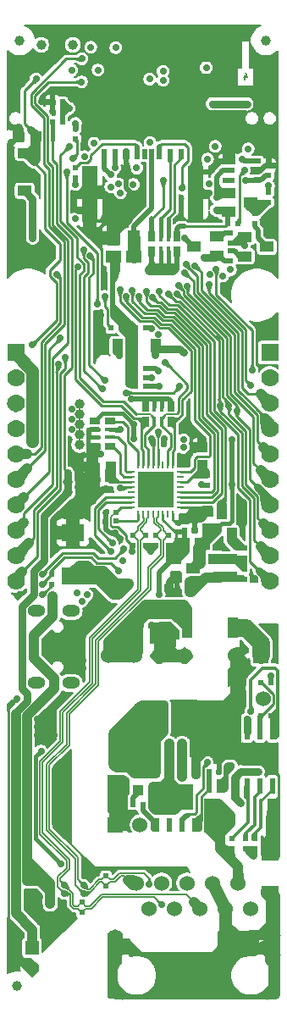
<source format=gbr>
G04 #@! TF.GenerationSoftware,KiCad,Pcbnew,5.1.6-c6e7f7d~87~ubuntu18.04.1*
G04 #@! TF.CreationDate,2022-10-10T13:55:49+03:00*
G04 #@! TF.ProjectId,ESP32-PoE-ISO_Rev_L,45535033-322d-4506-9f45-2d49534f5f52,L*
G04 #@! TF.SameCoordinates,Original*
G04 #@! TF.FileFunction,Copper,L4,Bot*
G04 #@! TF.FilePolarity,Positive*
%FSLAX46Y46*%
G04 Gerber Fmt 4.6, Leading zero omitted, Abs format (unit mm)*
G04 Created by KiCad (PCBNEW 5.1.6-c6e7f7d~87~ubuntu18.04.1) date 2022-10-10 13:55:49*
%MOMM*%
%LPD*%
G01*
G04 APERTURE LIST*
G04 #@! TA.AperFunction,NonConductor*
%ADD10C,0.158750*%
G04 #@! TD*
G04 #@! TA.AperFunction,SMDPad,CuDef*
%ADD11R,0.600000X1.600000*%
G04 #@! TD*
G04 #@! TA.AperFunction,SMDPad,CuDef*
%ADD12R,1.400000X1.000000*%
G04 #@! TD*
G04 #@! TA.AperFunction,SMDPad,CuDef*
%ADD13R,1.016000X1.016000*%
G04 #@! TD*
G04 #@! TA.AperFunction,SMDPad,CuDef*
%ADD14R,1.016000X2.032000*%
G04 #@! TD*
G04 #@! TA.AperFunction,ComponentPad*
%ADD15C,1.524000*%
G04 #@! TD*
G04 #@! TA.AperFunction,ComponentPad*
%ADD16R,1.524000X1.524000*%
G04 #@! TD*
G04 #@! TA.AperFunction,SMDPad,CuDef*
%ADD17R,2.200000X3.400000*%
G04 #@! TD*
G04 #@! TA.AperFunction,SMDPad,CuDef*
%ADD18R,0.550000X0.500000*%
G04 #@! TD*
G04 #@! TA.AperFunction,SMDPad,CuDef*
%ADD19R,0.500000X0.550000*%
G04 #@! TD*
G04 #@! TA.AperFunction,SMDPad,CuDef*
%ADD20R,1.270000X1.524000*%
G04 #@! TD*
G04 #@! TA.AperFunction,ConnectorPad*
%ADD21C,1.000000*%
G04 #@! TD*
G04 #@! TA.AperFunction,ComponentPad*
%ADD22C,1.778000*%
G04 #@! TD*
G04 #@! TA.AperFunction,ComponentPad*
%ADD23R,1.778000X1.778000*%
G04 #@! TD*
G04 #@! TA.AperFunction,SMDPad,CuDef*
%ADD24R,1.524000X1.270000*%
G04 #@! TD*
G04 #@! TA.AperFunction,SMDPad,CuDef*
%ADD25R,1.778000X1.016000*%
G04 #@! TD*
G04 #@! TA.AperFunction,SMDPad,CuDef*
%ADD26R,0.500000X1.000000*%
G04 #@! TD*
G04 #@! TA.AperFunction,SMDPad,CuDef*
%ADD27R,1.500000X1.200000*%
G04 #@! TD*
G04 #@! TA.AperFunction,Conductor*
%ADD28R,1.500000X4.500000*%
G04 #@! TD*
G04 #@! TA.AperFunction,SMDPad,CuDef*
%ADD29R,0.381000X1.016000*%
G04 #@! TD*
G04 #@! TA.AperFunction,SMDPad,CuDef*
%ADD30R,0.635000X1.016000*%
G04 #@! TD*
G04 #@! TA.AperFunction,SMDPad,CuDef*
%ADD31R,1.000000X1.400000*%
G04 #@! TD*
G04 #@! TA.AperFunction,SMDPad,CuDef*
%ADD32R,3.600000X3.600000*%
G04 #@! TD*
G04 #@! TA.AperFunction,ComponentPad*
%ADD33R,0.400000X0.400000*%
G04 #@! TD*
G04 #@! TA.AperFunction,ComponentPad*
%ADD34R,1.422400X1.422400*%
G04 #@! TD*
G04 #@! TA.AperFunction,SMDPad,CuDef*
%ADD35R,0.250000X0.800000*%
G04 #@! TD*
G04 #@! TA.AperFunction,SMDPad,CuDef*
%ADD36R,0.800000X0.250000*%
G04 #@! TD*
G04 #@! TA.AperFunction,SMDPad,CuDef*
%ADD37R,1.016000X0.381000*%
G04 #@! TD*
G04 #@! TA.AperFunction,SMDPad,CuDef*
%ADD38R,1.016000X0.635000*%
G04 #@! TD*
G04 #@! TA.AperFunction,ComponentPad*
%ADD39O,1.800000X1.200000*%
G04 #@! TD*
G04 #@! TA.AperFunction,SMDPad,CuDef*
%ADD40R,2.286000X1.778000*%
G04 #@! TD*
G04 #@! TA.AperFunction,ComponentPad*
%ADD41O,1.600000X2.999999*%
G04 #@! TD*
G04 #@! TA.AperFunction,SMDPad,CuDef*
%ADD42R,3.500000X2.600000*%
G04 #@! TD*
G04 #@! TA.AperFunction,SMDPad,CuDef*
%ADD43R,0.600000X1.400000*%
G04 #@! TD*
G04 #@! TA.AperFunction,ComponentPad*
%ADD44C,1.800000*%
G04 #@! TD*
G04 #@! TA.AperFunction,SMDPad,CuDef*
%ADD45R,1.200000X3.400001*%
G04 #@! TD*
G04 #@! TA.AperFunction,ComponentPad*
%ADD46C,1.500000*%
G04 #@! TD*
G04 #@! TA.AperFunction,ViaPad*
%ADD47C,0.700000*%
G04 #@! TD*
G04 #@! TA.AperFunction,SMDPad,CuDef*
%ADD48R,1.200000X0.550000*%
G04 #@! TD*
G04 #@! TA.AperFunction,ComponentPad*
%ADD49R,1.400000X1.400000*%
G04 #@! TD*
G04 #@! TA.AperFunction,ComponentPad*
%ADD50C,1.400000*%
G04 #@! TD*
G04 #@! TA.AperFunction,ViaPad*
%ADD51C,1.000000*%
G04 #@! TD*
G04 #@! TA.AperFunction,ViaPad*
%ADD52C,0.900000*%
G04 #@! TD*
G04 #@! TA.AperFunction,Conductor*
%ADD53C,1.016000*%
G04 #@! TD*
G04 #@! TA.AperFunction,Conductor*
%ADD54C,1.270000*%
G04 #@! TD*
G04 #@! TA.AperFunction,Conductor*
%ADD55C,0.406400*%
G04 #@! TD*
G04 #@! TA.AperFunction,Conductor*
%ADD56C,0.254000*%
G04 #@! TD*
G04 #@! TA.AperFunction,Conductor*
%ADD57C,0.762000*%
G04 #@! TD*
G04 #@! TA.AperFunction,Conductor*
%ADD58C,0.508000*%
G04 #@! TD*
G04 #@! TA.AperFunction,Conductor*
%ADD59C,0.482600*%
G04 #@! TD*
G04 #@! TA.AperFunction,Conductor*
%ADD60C,0.152400*%
G04 #@! TD*
G04 #@! TA.AperFunction,Conductor*
%ADD61C,0.355600*%
G04 #@! TD*
G04 #@! TA.AperFunction,Conductor*
%ADD62C,1.524000*%
G04 #@! TD*
G04 #@! TA.AperFunction,Conductor*
%ADD63C,0.609600*%
G04 #@! TD*
G04 #@! TA.AperFunction,Conductor*
%ADD64C,0.127000*%
G04 #@! TD*
G04 #@! TA.AperFunction,Conductor*
%ADD65C,1.778000*%
G04 #@! TD*
G04 #@! TA.AperFunction,Conductor*
%ADD66C,0.203200*%
G04 #@! TD*
G04 #@! TA.AperFunction,Conductor*
%ADD67C,0.025400*%
G04 #@! TD*
G04 APERTURE END LIST*
D10*
X114306047Y-95494928D02*
X114306047Y-95918261D01*
X114457238Y-95253023D02*
X114608428Y-95706595D01*
X114215333Y-95706595D01*
D11*
X117094000Y-166530000D03*
X115824000Y-166530000D03*
X114554000Y-166530000D03*
X113284000Y-166530000D03*
X113284000Y-161130000D03*
X114554000Y-161130000D03*
X115824000Y-161130000D03*
X117094000Y-161130000D03*
D12*
X92329000Y-103256000D03*
X92329000Y-107056000D03*
D13*
X91694000Y-101600000D03*
X93472000Y-101600000D03*
D14*
X101092000Y-166497000D03*
X96520000Y-166497000D03*
X113157000Y-150749000D03*
X108585000Y-150749000D03*
D15*
X113411000Y-153543000D03*
D16*
X115951000Y-153543000D03*
D15*
X108331000Y-153543000D03*
X105791000Y-153543000D03*
X100711000Y-153543000D03*
X103251000Y-153543000D03*
D17*
X104423000Y-160020000D03*
X111223000Y-160020000D03*
D15*
X103866000Y-170434000D03*
D16*
X101366000Y-170434000D03*
D18*
X94996000Y-145415000D03*
X94996000Y-146431000D03*
D19*
X95123000Y-99187000D03*
X96139000Y-99187000D03*
X95123000Y-98171000D03*
X96139000Y-98171000D03*
X96139000Y-100203000D03*
X95123000Y-100203000D03*
D13*
X105410000Y-151765000D03*
X103632000Y-151765000D03*
D18*
X114300000Y-142748000D03*
X114300000Y-143764000D03*
D13*
X113030000Y-143891000D03*
X113030000Y-145669000D03*
D20*
X103251000Y-111760000D03*
X101219000Y-111760000D03*
D21*
X91567000Y-186563000D03*
X116459000Y-92000000D03*
X91821000Y-92000000D03*
D19*
X106172000Y-132334000D03*
X105156000Y-132334000D03*
X99568000Y-135890000D03*
X100584000Y-135890000D03*
X101473000Y-139192000D03*
X100457000Y-139192000D03*
X109347000Y-140970000D03*
X108331000Y-140970000D03*
X113665000Y-110363000D03*
X112649000Y-110363000D03*
D18*
X97409000Y-105791000D03*
X97409000Y-104775000D03*
D19*
X104394000Y-126619000D03*
X103378000Y-126619000D03*
X104394000Y-124841000D03*
X103378000Y-124841000D03*
X104394000Y-120777000D03*
X103378000Y-120777000D03*
X104394000Y-125730000D03*
X103378000Y-125730000D03*
X100457000Y-140081000D03*
X101473000Y-140081000D03*
D18*
X110617000Y-136525000D03*
X110617000Y-135509000D03*
X105410000Y-141478000D03*
X105410000Y-142494000D03*
X106680000Y-142494000D03*
X106680000Y-141478000D03*
X103124000Y-142494000D03*
X103124000Y-141478000D03*
X104394000Y-142494000D03*
X104394000Y-141478000D03*
X114300000Y-145923000D03*
X114300000Y-144907000D03*
D19*
X105029000Y-150495000D03*
X104013000Y-150495000D03*
D18*
X115316000Y-109347000D03*
X115316000Y-110363000D03*
D12*
X111343440Y-143830040D03*
X111343440Y-145732500D03*
X109133640Y-144777460D03*
D22*
X116840000Y-146080000D03*
X116840000Y-143540000D03*
X116840000Y-138460000D03*
X116840000Y-141000000D03*
X116840000Y-135920000D03*
X116840000Y-133380000D03*
D23*
X116840000Y-123220000D03*
D22*
X116840000Y-125760000D03*
X116840000Y-128300000D03*
X116840000Y-130840000D03*
X91440000Y-130840000D03*
X91440000Y-128300000D03*
X91440000Y-125760000D03*
D23*
X91440000Y-123220000D03*
D22*
X91440000Y-133380000D03*
X91440000Y-135920000D03*
X91440000Y-141000000D03*
X91440000Y-138460000D03*
X91440000Y-143540000D03*
X91440000Y-146080000D03*
D12*
X114335560Y-113598960D03*
X114335560Y-111696500D03*
X116545360Y-112651540D03*
D24*
X101219000Y-113665000D03*
X103251000Y-113665000D03*
D25*
X116840000Y-177038000D03*
X116840000Y-173482000D03*
D26*
X100290000Y-103380000D03*
X101390000Y-103380000D03*
X102490000Y-103380000D03*
X103590000Y-103380000D03*
X104340000Y-103380000D03*
X105040000Y-103380000D03*
X105790000Y-103380000D03*
X106890000Y-103380000D03*
X107990000Y-103380000D03*
D27*
X109440000Y-105130000D03*
X98840000Y-105130000D03*
X109440000Y-109580000D03*
X98840000Y-109580000D03*
D28*
X98840000Y-107180000D03*
X109440000Y-107180000D03*
D13*
X110109000Y-134493000D03*
X110109000Y-132715000D03*
X99187000Y-134620000D03*
X100965000Y-134620000D03*
X107442000Y-143891000D03*
X107442000Y-145669000D03*
X110617000Y-140843000D03*
X110617000Y-139065000D03*
D29*
X106045000Y-128651000D03*
X105283000Y-128651000D03*
X106045000Y-130175000D03*
X105283000Y-130175000D03*
D30*
X106934000Y-128651000D03*
X106934000Y-130175000D03*
X104394000Y-128651000D03*
X104394000Y-130175000D03*
D12*
X111506000Y-111633000D03*
X111506000Y-113535460D03*
X109296200Y-112580420D03*
D24*
X110109000Y-142367000D03*
X108077000Y-142367000D03*
D18*
X116713000Y-108204000D03*
X116713000Y-107188000D03*
D31*
X105405000Y-122555000D03*
X101605000Y-122555000D03*
D19*
X100965000Y-120777000D03*
X101981000Y-120777000D03*
D32*
X105410000Y-136906000D03*
D33*
X106710000Y-137406000D03*
X106710000Y-136406000D03*
X105910000Y-135606000D03*
X104910000Y-135606000D03*
X104110000Y-136406000D03*
X104110000Y-137406000D03*
X104910000Y-138206000D03*
X105910000Y-138206000D03*
D34*
X105410000Y-136906000D03*
D35*
X103660000Y-139356000D03*
X104160000Y-139356000D03*
X104660000Y-139356000D03*
X105160000Y-139356000D03*
X105660000Y-139356000D03*
X106160000Y-139356000D03*
X106660000Y-139356000D03*
X107160000Y-139356000D03*
D36*
X107860000Y-138656000D03*
X107860000Y-138156000D03*
X107860000Y-137656000D03*
X107860000Y-137156000D03*
X107860000Y-136656000D03*
X107860000Y-136156000D03*
X107860000Y-135656000D03*
X107860000Y-135156000D03*
D35*
X107160000Y-134456000D03*
X106660000Y-134456000D03*
X106160000Y-134456000D03*
X105660000Y-134456000D03*
X105160000Y-134456000D03*
X104660000Y-134456000D03*
X104160000Y-134456000D03*
X103660000Y-134456000D03*
D36*
X102960000Y-135156000D03*
X102960000Y-135656000D03*
X102960000Y-136156000D03*
X102960000Y-136656000D03*
X102960000Y-137156000D03*
X102960000Y-137656000D03*
X102960000Y-138156000D03*
X102960000Y-138656000D03*
D18*
X112903000Y-114046000D03*
X112903000Y-113030000D03*
X112903000Y-112268000D03*
X112903000Y-111252000D03*
D12*
X114892000Y-108204000D03*
X112692000Y-107254000D03*
X112692000Y-109154000D03*
D31*
X113027460Y-141437360D03*
X113982500Y-139227560D03*
X112080040Y-139227560D03*
D30*
X105029000Y-113157000D03*
X105029000Y-111633000D03*
X107569000Y-113157000D03*
X107569000Y-111633000D03*
D29*
X105918000Y-113157000D03*
X106680000Y-113157000D03*
X105918000Y-111633000D03*
X106680000Y-111633000D03*
D37*
X99314000Y-130937000D03*
X99314000Y-131699000D03*
X100838000Y-130937000D03*
X100838000Y-131699000D03*
D38*
X99314000Y-130048000D03*
X100838000Y-130048000D03*
X99314000Y-132588000D03*
X100838000Y-132588000D03*
D39*
X93476000Y-149054000D03*
X96946000Y-149054000D03*
X96946000Y-156254000D03*
X93476000Y-156254000D03*
D40*
X97155000Y-145560000D03*
X97155000Y-141206000D03*
D41*
X117000000Y-182393000D03*
X101400000Y-182393000D03*
D15*
X114915000Y-178793000D03*
X113645000Y-176253000D03*
X112375000Y-178793000D03*
X111105000Y-176253000D03*
X109835000Y-178793000D03*
X108565000Y-176253000D03*
X107295000Y-178793000D03*
X106025000Y-176253000D03*
X104755000Y-178793000D03*
X103485000Y-176253000D03*
D18*
X100457000Y-175514000D03*
X100457000Y-176530000D03*
X98044000Y-179197000D03*
X98044000Y-178181000D03*
D19*
X111760000Y-167005000D03*
X110744000Y-167005000D03*
D15*
X116185000Y-157861000D03*
D16*
X113685000Y-157861000D03*
D18*
X113030000Y-171831000D03*
X113030000Y-172847000D03*
X115316000Y-172847000D03*
X115316000Y-171831000D03*
X114427000Y-172847000D03*
X114427000Y-171831000D03*
D19*
X103124000Y-168402000D03*
X104140000Y-168402000D03*
X110744000Y-165100000D03*
X111760000Y-165100000D03*
X111760000Y-166116000D03*
X110744000Y-166116000D03*
D42*
X107442000Y-167646000D03*
D43*
X105537000Y-170446000D03*
X106807000Y-170446000D03*
X108077000Y-170446000D03*
X109347000Y-170446000D03*
X109347000Y-164846000D03*
X108077000Y-164846000D03*
X106807000Y-164846000D03*
X105537000Y-164846000D03*
D44*
X107442000Y-167646000D03*
D13*
X103632000Y-165227000D03*
X103632000Y-167005000D03*
D45*
X117196000Y-169545000D03*
X110896000Y-169545000D03*
D46*
X102640000Y-98981000D03*
D47*
X101940000Y-97581000D03*
X103340000Y-97581000D03*
X104040000Y-98281000D03*
X104040000Y-99681000D03*
X103340000Y-100381000D03*
X101940000Y-100381000D03*
X101240000Y-99681000D03*
X101240000Y-98281000D03*
D18*
X116713000Y-104521000D03*
X116713000Y-105537000D03*
D48*
X115351000Y-104079001D03*
X115351000Y-105979001D03*
X112751000Y-104079001D03*
X112751000Y-105029001D03*
X112751000Y-105979001D03*
D18*
X97409000Y-100838000D03*
X97409000Y-101854000D03*
D49*
X93070680Y-182740300D03*
D50*
X93073220Y-184769760D03*
D19*
X116967000Y-159512000D03*
X115951000Y-159512000D03*
X115951000Y-156210000D03*
X116967000Y-156210000D03*
D51*
X93091000Y-132080000D03*
X95123000Y-147574000D03*
D47*
X92583000Y-176022000D03*
X92583000Y-175260000D03*
X92583000Y-170307000D03*
X94869000Y-178308000D03*
X94803014Y-176214986D03*
X91821000Y-147447000D03*
X99949000Y-133350000D03*
X97663000Y-135890000D03*
D52*
X106680000Y-146621500D03*
D51*
X107569000Y-147193000D03*
D47*
X117348000Y-94234000D03*
X108966000Y-139785743D03*
X108077000Y-139785743D03*
X109855000Y-139785743D03*
X99060000Y-138049000D03*
D51*
X98679000Y-135572500D03*
D47*
X95250000Y-161480500D03*
X101854000Y-141859000D03*
X110109000Y-131826000D03*
X114173000Y-140208000D03*
X114173000Y-138176000D03*
X115316000Y-145796000D03*
D51*
X111760000Y-142494000D03*
D47*
X91567000Y-157797496D03*
X93599000Y-160655000D03*
D51*
X96520000Y-163957000D03*
X95504000Y-170053000D03*
X95504000Y-169037000D03*
X96520000Y-170053000D03*
X96520000Y-169037000D03*
X96520000Y-171196000D03*
D47*
X93599000Y-159893000D03*
X93599000Y-161480500D03*
X94424500Y-161480500D03*
X98171000Y-154051000D03*
X98171000Y-154813000D03*
X97409000Y-154813000D03*
X96647000Y-154813000D03*
X91186000Y-184150000D03*
X93853000Y-177673000D03*
X92964000Y-178562000D03*
X93853000Y-178562000D03*
D51*
X96520000Y-168021000D03*
X95504000Y-168021000D03*
X95504000Y-167005000D03*
X95504000Y-165989000D03*
X95504000Y-164973000D03*
X96520000Y-164973000D03*
X106553000Y-150749000D03*
X106553000Y-151892000D03*
D47*
X105664000Y-150749000D03*
D51*
X107061000Y-153543000D03*
D47*
X96774000Y-179451000D03*
X106299000Y-131826000D03*
X101340570Y-141256510D03*
X92075000Y-96393000D03*
D51*
X93853000Y-91186000D03*
X110490000Y-91181000D03*
X114427000Y-91186000D03*
X107950000Y-91181000D03*
X105410000Y-91181000D03*
X102870000Y-91181000D03*
X100330000Y-91181000D03*
X97790000Y-91181000D03*
D47*
X99949000Y-119507000D03*
X97663000Y-108966000D03*
X99949000Y-122397010D03*
X109474000Y-103886000D03*
X115443000Y-105029000D03*
D51*
X102498537Y-104904645D03*
D47*
X91694000Y-100711000D03*
X110737084Y-107276396D03*
X94023642Y-98127364D03*
X117348000Y-96520000D03*
X117348000Y-99060000D03*
X117348000Y-101981000D03*
X117348000Y-103505000D03*
X95884997Y-180721003D03*
X116713000Y-121539000D03*
X117348000Y-120650000D03*
X90932000Y-113665000D03*
X90932000Y-114935000D03*
X90932000Y-111125000D03*
X90932000Y-108585000D03*
X90932000Y-106045000D03*
X90932000Y-103505000D03*
X90932000Y-100711000D03*
X90932000Y-109855000D03*
X90932000Y-112395000D03*
X90932000Y-107315000D03*
X90932000Y-104775000D03*
X90932000Y-102235000D03*
X117348000Y-95250000D03*
X117348000Y-97790000D03*
X117348000Y-100584000D03*
D51*
X96647000Y-137160000D03*
X96647000Y-136144000D03*
D47*
X106172000Y-95123000D03*
X111125000Y-98349688D03*
X108473816Y-114426558D03*
X116713000Y-106553000D03*
X114554000Y-98361500D03*
X94107000Y-147447000D03*
X102743000Y-126365000D03*
X102743000Y-125603000D03*
X97028000Y-130937000D03*
X97028000Y-129921000D03*
D51*
X97790000Y-132461000D03*
X97790000Y-131445000D03*
X97790000Y-130429000D03*
X97790000Y-129413000D03*
X108839000Y-147193000D03*
X108839000Y-146177000D03*
X93980000Y-92456000D03*
X97155000Y-92456000D03*
X104828205Y-115004027D03*
D47*
X114681000Y-102870000D03*
D51*
X97790000Y-128397000D03*
D47*
X97028000Y-128905000D03*
D51*
X101351221Y-115004129D03*
D47*
X104902000Y-143129000D03*
X105791000Y-147447000D03*
X93980000Y-163067994D03*
X103091479Y-143129000D03*
X106934000Y-143129000D03*
X95979490Y-174371000D03*
X101727000Y-145034000D03*
X94107000Y-146431000D03*
X98016923Y-96157588D03*
X93472000Y-95885000D03*
X93218000Y-102616000D03*
X93091000Y-122428000D03*
X96774000Y-102611000D03*
X103759000Y-117602000D03*
X99267901Y-102281101D03*
X97663000Y-114681000D03*
X102235000Y-142875000D03*
X94107000Y-145415000D03*
X98044000Y-93853000D03*
X104521000Y-117094000D03*
X101442065Y-92740935D03*
X99665224Y-94982570D03*
X103095155Y-116995845D03*
X105332150Y-123474968D03*
X108204000Y-123190000D03*
X100330000Y-117602000D03*
X97022988Y-94991000D03*
X102489000Y-117602000D03*
X98933000Y-92710000D03*
X106410622Y-124236990D03*
X99568000Y-118364000D03*
X96520000Y-105188112D03*
X115062000Y-124968000D03*
X102480368Y-127243213D03*
X107823000Y-126619000D03*
X95734918Y-124370313D03*
X110744000Y-106360987D03*
X111483610Y-114897258D03*
X111506000Y-108966000D03*
X95885000Y-121793000D03*
X105664000Y-121377962D03*
X97409004Y-109855000D03*
X105791000Y-117093996D03*
X105001995Y-120804005D03*
X101917500Y-107251500D03*
X111887000Y-128523990D03*
X106680000Y-117348000D03*
X97409000Y-106426000D03*
X101735871Y-106380069D03*
X112747155Y-128552845D03*
X105791000Y-126619000D03*
X108077000Y-106807000D03*
X107569000Y-117348000D03*
X103197882Y-106426000D03*
X105029000Y-125730000D03*
X113538000Y-129032000D03*
X103535990Y-104775000D03*
X107725201Y-116522765D03*
X97106584Y-103822506D03*
X101854000Y-116967000D03*
X98331845Y-103631997D03*
X97536000Y-147279360D03*
X98044000Y-148082000D03*
X98552000Y-147447000D03*
X102108000Y-144018000D03*
X108204000Y-132715000D03*
X108204000Y-131953000D03*
X106172000Y-106045000D03*
X100918728Y-105439478D03*
X114300000Y-105029000D03*
X101351642Y-104734826D03*
D51*
X102108000Y-167005000D03*
X102108000Y-165989000D03*
X117284500Y-171577000D03*
X117284500Y-172593000D03*
D47*
X113030000Y-159131000D03*
X109855000Y-158496000D03*
D51*
X108839000Y-158496000D03*
X108839000Y-160782000D03*
X108839000Y-159639000D03*
D47*
X109855000Y-159258000D03*
X109855000Y-160020000D03*
X109855000Y-160782000D03*
D51*
X107696000Y-159639000D03*
X107696000Y-160782000D03*
X107696000Y-158496000D03*
D47*
X101092000Y-167767000D03*
X101092000Y-168529000D03*
X101092000Y-169291000D03*
D51*
X102108000Y-168021000D03*
X102108000Y-169037000D03*
D47*
X113030000Y-159893000D03*
X117348000Y-150749000D03*
X117348000Y-151511000D03*
D51*
X102489000Y-150368000D03*
X101727000Y-151130000D03*
X102743000Y-146304000D03*
X101727000Y-146304000D03*
X101727000Y-147447000D03*
X98552000Y-145669000D03*
X98552000Y-144526000D03*
D47*
X108077000Y-165735000D03*
D51*
X108077000Y-163449000D03*
X108077000Y-162306000D03*
D47*
X113030000Y-173482000D03*
D51*
X111887000Y-168529000D03*
X111887000Y-171323000D03*
D47*
X114964348Y-159067500D03*
X113347500Y-167703500D03*
X113665000Y-165354000D03*
X114681000Y-165100000D03*
X115697000Y-165100000D03*
X115189000Y-173450250D03*
X113918999Y-168275000D03*
X116978940Y-155499566D03*
X104879966Y-102235006D03*
X108340480Y-115242751D03*
X97408988Y-100330000D03*
X104824902Y-95877377D03*
X108615968Y-116559331D03*
X112903000Y-114935000D03*
X110488013Y-94743983D03*
X101790500Y-123571000D03*
X100330005Y-125984000D03*
X98824640Y-113531177D03*
X110252304Y-113679903D03*
X100076000Y-126873000D03*
X114300000Y-112522000D03*
X98220630Y-112945570D03*
X113030000Y-131953000D03*
X113030000Y-136398000D03*
X102997000Y-127889000D03*
X103250997Y-130428997D03*
X105029000Y-131826000D03*
X103251000Y-131826000D03*
X109981990Y-136398000D03*
X114396010Y-106045000D03*
X111506000Y-107696000D03*
X95529400Y-115412010D03*
X110856314Y-115436190D03*
X105664000Y-125095000D03*
X96361993Y-123666999D03*
X111379000Y-102616000D03*
X112141000Y-115570000D03*
X96774000Y-98806000D03*
X106172000Y-96012000D03*
X109378372Y-114532519D03*
X105664000Y-131191000D03*
X101854000Y-130937000D03*
X101854000Y-136779000D03*
X114935000Y-126492000D03*
X110617000Y-103886000D03*
X114046000Y-103886000D03*
X110744000Y-116459000D03*
X105132644Y-117721516D03*
X100953289Y-106647490D03*
X100965006Y-143129000D03*
X98234500Y-177293513D03*
X104775000Y-176402960D03*
X98234500Y-176466500D03*
X106044996Y-178435000D03*
X96329499Y-177294710D03*
X96330699Y-176467699D03*
D51*
X114935000Y-181483000D03*
X102870000Y-182880000D03*
X114935000Y-182880000D03*
X113538000Y-182880000D03*
X112395000Y-185420000D03*
X111125000Y-184150000D03*
X109855000Y-185420000D03*
X117387990Y-185420000D03*
X117387990Y-187387990D03*
X111125000Y-186690000D03*
X108585000Y-186690000D03*
X108585000Y-184150000D03*
X107315000Y-185420000D03*
X106045000Y-186690000D03*
X106045000Y-184150000D03*
X101092000Y-187325000D03*
X101092000Y-185420000D03*
D47*
X101092000Y-142240000D03*
X93121979Y-111760000D03*
X108363502Y-111756863D03*
D51*
X102743000Y-161417000D03*
X102743000Y-160020000D03*
X104521000Y-162179000D03*
X104521000Y-163322000D03*
X106045000Y-158877000D03*
X106045000Y-160020000D03*
X106045000Y-161163000D03*
X101473000Y-161417000D03*
D47*
X110617000Y-164211000D03*
X114554000Y-159892996D03*
X112903000Y-164719000D03*
D51*
X105156000Y-166624000D03*
X105156000Y-167640000D03*
X105156000Y-168656000D03*
X106807000Y-163449000D03*
X106807000Y-162306000D03*
D53*
X95250000Y-155829000D02*
X93218000Y-153797000D01*
X95250000Y-156821200D02*
X95250000Y-155829000D01*
X92583000Y-159488200D02*
X95250000Y-156821200D01*
X92583000Y-170307000D02*
X92583000Y-159488200D01*
X93218000Y-151511000D02*
X95123000Y-149606000D01*
X93218000Y-153797000D02*
X93218000Y-151511000D01*
X95123000Y-149606000D02*
X95123000Y-147574000D01*
D54*
X91440000Y-123380500D02*
X91440000Y-123190000D01*
X93091000Y-125031500D02*
X91440000Y-123380500D01*
X93091000Y-132080000D02*
X93091000Y-125031500D01*
D53*
X92583000Y-172339000D02*
X92583000Y-173609000D01*
X92583000Y-171069000D02*
X92583000Y-172339000D01*
X92583000Y-173609000D02*
X92583000Y-176022000D01*
X92583000Y-170307000D02*
X92583000Y-171069000D01*
X94869000Y-177038000D02*
X93853000Y-176022000D01*
X94869000Y-178308000D02*
X94869000Y-177038000D01*
X92583000Y-176022000D02*
X93853000Y-176022000D01*
X93853000Y-176022000D02*
X94610028Y-176022000D01*
X94610028Y-176022000D02*
X94803014Y-176214986D01*
X94869000Y-176280972D02*
X94803014Y-176214986D01*
X94869000Y-178308000D02*
X94869000Y-176280972D01*
X94803014Y-176210014D02*
X94803014Y-176214986D01*
X92583000Y-172339000D02*
X92583000Y-173990000D01*
X92583000Y-173990000D02*
X94803014Y-176210014D01*
X93848028Y-175260000D02*
X94803014Y-176214986D01*
X92583000Y-175260000D02*
X93848028Y-175260000D01*
D55*
X98679000Y-131699000D02*
X98679000Y-131953000D01*
X98679000Y-130937000D02*
X98679000Y-131699000D01*
D56*
X98679000Y-131699000D02*
X99314000Y-131699000D01*
D55*
X98679000Y-132588000D02*
X99314000Y-132588000D01*
X98679000Y-131953000D02*
X98679000Y-132969000D01*
X98679000Y-133350000D02*
X98679000Y-132969000D01*
X99314000Y-130937000D02*
X98679000Y-130937000D01*
X98679000Y-133350000D02*
X99949000Y-133350000D01*
D56*
X107860000Y-138656000D02*
X108684000Y-138656000D01*
D57*
X110617000Y-139065000D02*
X109896257Y-139785743D01*
X109896257Y-139785743D02*
X109855000Y-139785743D01*
X98679000Y-137668000D02*
X99060000Y-138049000D01*
D58*
X99568000Y-135890000D02*
X99568000Y-134366000D01*
X99568000Y-135890000D02*
X99568000Y-137033000D01*
X99568000Y-137160000D02*
X99568000Y-137033000D01*
D57*
X99060000Y-138049000D02*
X99060000Y-135953500D01*
X99060000Y-135953500D02*
X98679000Y-135572500D01*
D55*
X98679000Y-134620000D02*
X98679000Y-133350000D01*
X99187000Y-134620000D02*
X99187000Y-135064500D01*
X99187000Y-135064500D02*
X98679000Y-135572500D01*
D58*
X98679000Y-135572500D02*
X98679000Y-134620000D01*
X98679000Y-134620000D02*
X99187000Y-134620000D01*
X99187000Y-135890000D02*
X98996500Y-135890000D01*
X99568000Y-135890000D02*
X99187000Y-135890000D01*
D55*
X99187000Y-134620000D02*
X99187000Y-135890000D01*
D58*
X98996500Y-135890000D02*
X98679000Y-135572500D01*
X99441000Y-134874000D02*
X99441000Y-135890000D01*
X99187000Y-134620000D02*
X99441000Y-134874000D01*
X105029000Y-150495000D02*
X105410000Y-150495000D01*
X105410000Y-150495000D02*
X105664000Y-150749000D01*
D57*
X114173000Y-138176000D02*
X114173000Y-140208000D01*
D56*
X90678000Y-158686496D02*
X91217001Y-158147495D01*
X91217001Y-158147495D02*
X91567000Y-157797496D01*
X90678000Y-183642000D02*
X90678000Y-158686496D01*
X91186000Y-184150000D02*
X90678000Y-183642000D01*
D53*
X96520000Y-163957000D02*
X95504000Y-164973000D01*
X96520000Y-163957000D02*
X96520000Y-164973000D01*
X96520000Y-168021000D02*
X96520000Y-171196000D01*
X95504000Y-168021000D02*
X95504000Y-170243500D01*
X95504000Y-170243500D02*
X96393000Y-171132500D01*
X95504000Y-168021000D02*
X96392990Y-168021000D01*
X95504000Y-164973000D02*
X96392990Y-164973000D01*
X95504000Y-164973000D02*
X95504000Y-168021000D01*
D57*
X96520000Y-164973000D02*
X95504000Y-164973000D01*
X96520000Y-168021000D02*
X95504000Y-168021000D01*
D53*
X96520000Y-166497000D02*
X96520000Y-168021000D01*
X96520000Y-166497000D02*
X96520000Y-164973000D01*
X107496894Y-153543000D02*
X108204000Y-153543000D01*
X106553000Y-151892000D02*
X106553000Y-152599106D01*
X106553000Y-152599106D02*
X107496894Y-153543000D01*
X106553000Y-151892000D02*
X105410000Y-150749000D01*
X106553000Y-151892000D02*
X106553000Y-153035000D01*
X106553000Y-153035000D02*
X107061000Y-153543000D01*
X106553000Y-150749000D02*
X106553000Y-151892000D01*
X105410000Y-150749000D02*
X106553000Y-150749000D01*
X105410000Y-151765000D02*
X105410000Y-150749000D01*
D54*
X107061000Y-153543000D02*
X108269354Y-153543000D01*
D53*
X105791000Y-152146000D02*
X105410000Y-151765000D01*
X105791000Y-153543000D02*
X105791000Y-152146000D01*
D57*
X98679000Y-138049000D02*
X99060000Y-138049000D01*
D53*
X97155000Y-141206000D02*
X97155000Y-139573000D01*
X97155000Y-139573000D02*
X98679000Y-138049000D01*
D58*
X106299000Y-131826000D02*
X106172000Y-131953000D01*
X106172000Y-131953000D02*
X106172000Y-132334000D01*
D57*
X110109000Y-131826000D02*
X110109000Y-132715000D01*
D56*
X108458000Y-133350000D02*
X108458000Y-134239000D01*
X110109000Y-132715000D02*
X109093000Y-132715000D01*
X109093000Y-132715000D02*
X108458000Y-133350000D01*
X108684000Y-138656000D02*
X110208000Y-138656000D01*
X110208000Y-138656000D02*
X110617000Y-139065000D01*
D58*
X107569000Y-147193000D02*
X107569000Y-145796000D01*
X106680000Y-146177000D02*
X106680000Y-146621500D01*
X107442000Y-145669000D02*
X107188000Y-145669000D01*
X107188000Y-145669000D02*
X106680000Y-146177000D01*
X106934000Y-147193000D02*
X107569000Y-147193000D01*
X106680000Y-146621500D02*
X106680000Y-146939000D01*
X106680000Y-146939000D02*
X106934000Y-147193000D01*
X109347000Y-139827000D02*
X109388257Y-139785743D01*
D57*
X109855000Y-139785743D02*
X109388257Y-139785743D01*
X108966000Y-139785743D02*
X109855000Y-139785743D01*
X108077000Y-139785743D02*
X108966000Y-139785743D01*
D56*
X107160000Y-139356000D02*
X107160000Y-139926000D01*
X107781743Y-140081000D02*
X108077000Y-139785743D01*
X107315000Y-140081000D02*
X107781743Y-140081000D01*
X107160000Y-139926000D02*
X107315000Y-140081000D01*
X107505500Y-140271500D02*
X107823000Y-140271500D01*
X107315000Y-140081000D02*
X107505500Y-140271500D01*
X108077000Y-139649200D02*
X108077000Y-139785743D01*
X107873800Y-139446000D02*
X108077000Y-139649200D01*
X107781743Y-140081000D02*
X107781743Y-139538057D01*
X107781743Y-139538057D02*
X107873800Y-139446000D01*
D58*
X109347000Y-140970000D02*
X109347000Y-139827000D01*
D56*
X108077000Y-140081000D02*
X108077000Y-139785743D01*
X107759500Y-140398500D02*
X108077000Y-140081000D01*
X107505500Y-140271500D02*
X107632500Y-140398500D01*
X107632500Y-140398500D02*
X107759500Y-140398500D01*
D58*
X99568000Y-137541000D02*
X99060000Y-138049000D01*
X99568000Y-137033000D02*
X99568000Y-137541000D01*
X100457000Y-139192000D02*
X100457000Y-140081000D01*
X100457000Y-140864000D02*
X100849510Y-141256510D01*
X100457000Y-140081000D02*
X100457000Y-140864000D01*
X100849510Y-141256510D02*
X101340570Y-141256510D01*
X101340570Y-141345570D02*
X101340570Y-141256510D01*
X101854000Y-141859000D02*
X101340570Y-141345570D01*
D53*
X98679000Y-138049000D02*
X98425000Y-138303000D01*
X98679000Y-135572500D02*
X98679000Y-138049000D01*
D54*
X107061000Y-153543000D02*
X105791000Y-153543000D01*
D59*
X95123000Y-98171000D02*
X95123000Y-99187000D01*
D57*
X97663000Y-108966000D02*
X98298000Y-108966000D01*
X98298000Y-108966000D02*
X98806000Y-109474000D01*
D53*
X98840000Y-109580000D02*
X98840000Y-111159000D01*
X98840000Y-111159000D02*
X99441000Y-111760000D01*
X99441000Y-111760000D02*
X101219000Y-111760000D01*
D57*
X109440000Y-107180000D02*
X109440000Y-109567000D01*
X109440000Y-109567000D02*
X109474000Y-109601000D01*
D58*
X109440000Y-107180000D02*
X109440000Y-105190000D01*
X109440000Y-105190000D02*
X109474000Y-105156000D01*
D57*
X109474000Y-105156000D02*
X109474000Y-103886000D01*
D58*
X112751000Y-104079001D02*
X111947999Y-104079001D01*
X111947999Y-104079001D02*
X110871000Y-105156000D01*
X110871000Y-105156000D02*
X109474000Y-105156000D01*
X116713000Y-104521000D02*
X116459000Y-104521000D01*
X116459000Y-104521000D02*
X115951000Y-105029000D01*
X115951000Y-105029000D02*
X115443000Y-105029000D01*
X102490000Y-103380000D02*
X102490000Y-104896108D01*
X102490000Y-104896108D02*
X102498537Y-104904645D01*
D57*
X91694000Y-101600000D02*
X91694000Y-100711000D01*
D58*
X109440000Y-107180000D02*
X110640688Y-107180000D01*
X110640688Y-107180000D02*
X110737084Y-107276396D01*
X95123000Y-98171000D02*
X94067278Y-98171000D01*
X94067278Y-98171000D02*
X94023642Y-98127364D01*
X91694000Y-101600000D02*
X90932000Y-102362000D01*
X90932000Y-102362000D02*
X90932000Y-114935000D01*
X102900119Y-107164197D02*
X102466872Y-106730950D01*
X102900119Y-109951881D02*
X102900119Y-107164197D01*
X101219000Y-111760000D02*
X101219000Y-111633000D01*
X102466872Y-104936310D02*
X102498537Y-104904645D01*
X102466872Y-106730950D02*
X102466872Y-104936310D01*
X101219000Y-111633000D02*
X102900119Y-109951881D01*
D57*
X96647000Y-137160000D02*
X96647000Y-136144000D01*
X96647000Y-136144000D02*
X96647000Y-135255000D01*
D53*
X91440000Y-179274240D02*
X91440000Y-161417000D01*
X91440000Y-161417000D02*
X91440000Y-159385000D01*
X93091000Y-182753000D02*
X93091000Y-180925240D01*
X93091000Y-180925240D02*
X91440000Y-179274240D01*
D57*
X92583000Y-157353000D02*
X92067990Y-156837990D01*
X92583000Y-158051344D02*
X92583000Y-157353000D01*
X93218000Y-147445038D02*
X93218000Y-145034000D01*
X94234022Y-139572978D02*
X96647000Y-137160000D01*
X93218000Y-145034000D02*
X94234022Y-144017978D01*
X92067990Y-156837990D02*
X92067990Y-148595048D01*
X91440000Y-159385000D02*
X91440000Y-159194344D01*
X94234022Y-144017978D02*
X94234022Y-139572978D01*
X91440000Y-159194344D02*
X92583000Y-158051344D01*
X92067990Y-148595048D02*
X93218000Y-147445038D01*
D55*
X95123000Y-100203000D02*
X95123000Y-101981000D01*
D56*
X96266066Y-134874066D02*
X96266066Y-125475934D01*
X95123000Y-104013000D02*
X95123000Y-101981000D01*
X97028031Y-123890309D02*
X97028031Y-111825371D01*
X96266066Y-125475934D02*
X97027978Y-124714022D01*
X97028031Y-111825371D02*
X95503989Y-110301329D01*
X95503989Y-104393989D02*
X95123000Y-104013000D01*
X95503989Y-110301329D02*
X95503989Y-104393989D01*
X97027978Y-123890362D02*
X97028031Y-123890309D01*
X96647000Y-135255000D02*
X96266066Y-134874066D01*
X97027978Y-124714022D02*
X97027978Y-123890362D01*
D53*
X116840000Y-130302000D02*
X116362001Y-129824001D01*
X116840000Y-130840000D02*
X116840000Y-130302000D01*
D58*
X116713000Y-107188000D02*
X116713000Y-106553000D01*
D56*
X111125000Y-98349688D02*
X111235186Y-98349688D01*
D57*
X114542188Y-98349688D02*
X114554000Y-98361500D01*
X111125000Y-98349688D02*
X114542188Y-98349688D01*
D56*
X108473816Y-114482163D02*
X108473816Y-114426558D01*
X109600989Y-117186479D02*
X109600989Y-115609338D01*
X109600989Y-115609338D02*
X108473816Y-114482163D01*
X116840000Y-130302000D02*
X116840000Y-130175000D01*
X113664978Y-126999978D02*
X113664978Y-121250468D01*
X116840000Y-130175000D02*
X113664978Y-126999978D01*
X113664978Y-121250468D02*
X109600989Y-117186479D01*
D58*
X114300000Y-145923000D02*
X112776000Y-145923000D01*
D56*
X94996000Y-146431000D02*
X94996000Y-146558000D01*
X94996000Y-146558000D02*
X94107000Y-147447000D01*
D55*
X114046000Y-145669000D02*
X114300000Y-145923000D01*
X113030000Y-145669000D02*
X114046000Y-145669000D01*
D53*
X111406940Y-145669000D02*
X113030000Y-145669000D01*
X111343440Y-145732500D02*
X111406940Y-145669000D01*
D57*
X102743000Y-125603000D02*
X102743000Y-124841000D01*
D58*
X103378000Y-124841000D02*
X102743000Y-124841000D01*
X103378000Y-126619000D02*
X102997000Y-126619000D01*
X102997000Y-126619000D02*
X102743000Y-126365000D01*
X103378000Y-126619000D02*
X103378000Y-125603000D01*
D57*
X102743000Y-125603000D02*
X102743000Y-126365000D01*
D58*
X103378000Y-121412000D02*
X103378000Y-125603000D01*
X103378000Y-125603000D02*
X103378000Y-125730000D01*
X103378000Y-125730000D02*
X102743000Y-126365000D01*
X103378000Y-125603000D02*
X102743000Y-125603000D01*
X103378000Y-121412000D02*
X103378000Y-120777000D01*
D53*
X108966000Y-147193000D02*
X109982000Y-146177000D01*
D57*
X109601000Y-146558000D02*
X109601000Y-146177000D01*
D53*
X108839000Y-147193000D02*
X108839000Y-146177000D01*
D58*
X103124000Y-125222000D02*
X102743000Y-125603000D01*
X103124000Y-121158000D02*
X103124000Y-125222000D01*
X103124000Y-121158000D02*
X103378000Y-121412000D01*
D53*
X108968540Y-146047460D02*
X108839000Y-146177000D01*
X110091220Y-146047460D02*
X108968540Y-146047460D01*
X110406180Y-145732500D02*
X110091220Y-146047460D01*
X111343440Y-145732500D02*
X110406180Y-145732500D01*
D55*
X105918000Y-113157000D02*
X105918000Y-114808000D01*
X106680000Y-113157000D02*
X106680000Y-114808000D01*
D53*
X105918000Y-114808000D02*
X106680000Y-114808000D01*
D58*
X107569000Y-114681000D02*
X107442000Y-114808000D01*
X107569000Y-113157000D02*
X107569000Y-114681000D01*
X101981000Y-120777000D02*
X101981000Y-120396000D01*
X101981000Y-120396000D02*
X102362000Y-120777000D01*
X101981000Y-120777000D02*
X102489000Y-120777000D01*
X102362000Y-120777000D02*
X102489000Y-120777000D01*
X102489000Y-120777000D02*
X102743000Y-120777000D01*
X102616000Y-120777000D02*
X103124000Y-120777000D01*
X101981000Y-120396000D02*
X101122998Y-119537998D01*
X105029000Y-114803232D02*
X104828205Y-115004027D01*
X105029000Y-113157000D02*
X105029000Y-114803232D01*
X101122998Y-119537998D02*
X101122998Y-118902998D01*
X102997000Y-120777000D02*
X101122998Y-118902998D01*
X101122998Y-115232352D02*
X101351221Y-115004129D01*
D53*
X101346000Y-114998908D02*
X101351221Y-115004129D01*
X101219000Y-113665000D02*
X101346000Y-113792000D01*
X101346000Y-113792000D02*
X101346000Y-114998908D01*
D58*
X101188002Y-118587002D02*
X101122998Y-118587002D01*
X103378000Y-120777000D02*
X101188002Y-118587002D01*
X101122998Y-118902998D02*
X101122998Y-118587002D01*
X101981000Y-120904000D02*
X102743000Y-121666000D01*
X101981000Y-120777000D02*
X101981000Y-120904000D01*
D57*
X102743000Y-124841000D02*
X102743000Y-121666000D01*
X102743000Y-121666000D02*
X102743000Y-120904000D01*
D58*
X101122998Y-116174002D02*
X101122998Y-116047002D01*
X101122998Y-118587002D02*
X101122998Y-116174002D01*
X101122998Y-116174002D02*
X101122998Y-115232352D01*
X101351221Y-115818779D02*
X101351221Y-115004129D01*
X101122998Y-116047002D02*
X101351221Y-115818779D01*
D53*
X105918000Y-114808000D02*
X105024232Y-114808000D01*
X105024232Y-114808000D02*
X104828205Y-115004027D01*
X106680000Y-114808000D02*
X107315000Y-114808000D01*
X107118973Y-115004027D02*
X107315000Y-114808000D01*
X104828205Y-115004027D02*
X107118973Y-115004027D01*
D58*
X105410000Y-142494000D02*
X105410000Y-142621000D01*
X105410000Y-142621000D02*
X104902000Y-143129000D01*
X104394000Y-142494000D02*
X104394000Y-142621000D01*
X104394000Y-142621000D02*
X104902000Y-143129000D01*
X104902000Y-142494000D02*
X105410000Y-142494000D01*
X104394000Y-142494000D02*
X104902000Y-142494000D01*
X104902000Y-142494000D02*
X104902000Y-143129000D01*
X106712509Y-143827500D02*
X106712509Y-143794991D01*
X106680000Y-142494000D02*
X106680000Y-142748000D01*
X106680000Y-142748000D02*
X107823000Y-142748000D01*
X107188000Y-142494000D02*
X107696000Y-141986000D01*
X108077000Y-142367000D02*
X107950000Y-142494000D01*
X107950000Y-142494000D02*
X107188000Y-142494000D01*
X107188000Y-142494000D02*
X106680000Y-142494000D01*
D53*
X108331000Y-142367000D02*
X108077000Y-142367000D01*
D58*
X103124000Y-142494000D02*
X103091479Y-142526521D01*
X103091479Y-142526521D02*
X103091479Y-142634026D01*
X103091479Y-142634026D02*
X103091479Y-143129000D01*
D55*
X93439500Y-163608494D02*
X93439500Y-171831010D01*
X93980000Y-163067994D02*
X93439500Y-163608494D01*
X93439500Y-171831010D02*
X95979490Y-174371000D01*
D58*
X105791000Y-145192750D02*
X105791000Y-147447000D01*
X106712509Y-144271241D02*
X105791000Y-145192750D01*
X107092750Y-143891000D02*
X106712509Y-144271241D01*
X107442000Y-143891000D02*
X107092750Y-143891000D01*
X106712509Y-143096491D02*
X106712509Y-143129000D01*
X107442000Y-142367000D02*
X106712509Y-143096491D01*
X106712509Y-143129000D02*
X107442000Y-143129000D01*
X107442000Y-143891000D02*
X107442000Y-143129000D01*
X107442000Y-143129000D02*
X107442000Y-142367000D01*
X106712509Y-143129000D02*
X107347509Y-143764000D01*
X107347509Y-143764000D02*
X107442000Y-143764000D01*
X108331000Y-140970000D02*
X108331000Y-142367000D01*
D56*
X107442000Y-141224000D02*
X107442000Y-142367000D01*
X106160000Y-139356000D02*
X106160000Y-139942000D01*
X108331000Y-140970000D02*
X107188000Y-140970000D01*
X106160000Y-139942000D02*
X107188000Y-140970000D01*
X107442000Y-141224000D02*
X108331000Y-141224000D01*
X107315000Y-141097000D02*
X108331000Y-141097000D01*
X107188000Y-140970000D02*
X107315000Y-141097000D01*
X107315000Y-141097000D02*
X107442000Y-141224000D01*
D53*
X107442000Y-143891000D02*
X108331000Y-143002000D01*
X108331000Y-143002000D02*
X108331000Y-142494000D01*
D58*
X106680000Y-142748000D02*
X106680000Y-143096491D01*
X106680000Y-143096491D02*
X106712509Y-143129000D01*
X106680000Y-143860009D02*
X106712509Y-143827500D01*
X106712509Y-143129000D02*
X106680000Y-143161509D01*
X106680000Y-143161509D02*
X106680000Y-143860009D01*
X106680759Y-144271241D02*
X106712509Y-144271241D01*
X106680000Y-143827500D02*
X106680000Y-144272000D01*
X106680000Y-144272000D02*
X106680759Y-144271241D01*
D56*
X103099000Y-142494000D02*
X103124000Y-142494000D01*
X102489000Y-141478000D02*
X102489000Y-141884000D01*
X101473000Y-139192000D02*
X101346000Y-139192000D01*
X102489000Y-141884000D02*
X103099000Y-142494000D01*
X100965000Y-140525500D02*
X101092000Y-140652500D01*
X101092000Y-140652500D02*
X101663500Y-140652500D01*
X101663500Y-140652500D02*
X102489000Y-141478000D01*
X102009000Y-138656000D02*
X102960000Y-138656000D01*
X101473000Y-139192000D02*
X102009000Y-138656000D01*
D60*
X100965000Y-139623800D02*
X100965000Y-140525500D01*
X101346000Y-139242800D02*
X100965000Y-139623800D01*
X101346000Y-139192000D02*
X101346000Y-139242800D01*
D56*
X94869000Y-145161000D02*
X94869000Y-145542000D01*
X95123000Y-144907000D02*
X94869000Y-145161000D01*
X96316800Y-143713200D02*
X98978370Y-143713200D01*
X95123000Y-144907000D02*
X96316800Y-143713200D01*
X95123000Y-145288000D02*
X95123000Y-144907000D01*
X94996000Y-145415000D02*
X95123000Y-145288000D01*
X98978370Y-143713200D02*
X99537170Y-144272000D01*
X99537170Y-144272000D02*
X100965000Y-144272000D01*
X100965000Y-144272000D02*
X101727000Y-145034000D01*
X94107000Y-146304000D02*
X94996000Y-145415000D01*
X94107000Y-146431000D02*
X94107000Y-146304000D01*
D53*
X91440000Y-141000000D02*
X92202000Y-140238000D01*
D56*
X95123033Y-123824967D02*
X96647020Y-122300980D01*
X96647020Y-111983190D02*
X95122978Y-110459148D01*
X93345011Y-98302933D02*
X93345011Y-97531065D01*
X94718488Y-96157588D02*
X98016923Y-96157588D01*
X92202000Y-140238000D02*
X92202000Y-139319000D01*
X94618999Y-99576921D02*
X93345011Y-98302933D01*
X96647020Y-122300980D02*
X96647020Y-111983190D01*
X94618999Y-104143999D02*
X94618999Y-99576921D01*
X95122978Y-104647978D02*
X94618999Y-104143999D01*
X95123033Y-136397967D02*
X95123033Y-123824967D01*
X92202000Y-139319000D02*
X95123033Y-136397967D01*
X93345011Y-97531065D02*
X94718488Y-96157588D01*
X95122978Y-110459148D02*
X95122978Y-104647978D01*
X92329000Y-97028000D02*
X93472000Y-95885000D01*
X92329000Y-100330000D02*
X92329000Y-97028000D01*
D57*
X92578000Y-103256000D02*
X93218000Y-102616000D01*
X92329000Y-103256000D02*
X92578000Y-103256000D01*
X93472000Y-101473000D02*
X92900500Y-100901500D01*
X93472000Y-101600000D02*
X93472000Y-101473000D01*
D56*
X92900500Y-100901500D02*
X92329000Y-100330000D01*
D57*
X92329000Y-103256000D02*
X93215500Y-104142500D01*
X93215500Y-102618500D02*
X93218000Y-102616000D01*
X93215500Y-104142500D02*
X93215500Y-102618500D01*
X93218000Y-102616000D02*
X93218000Y-101219000D01*
X93472000Y-103886000D02*
X93472000Y-101727000D01*
X93218000Y-104140000D02*
X93472000Y-103886000D01*
D56*
X94828438Y-115610562D02*
X95503989Y-116286113D01*
X93215500Y-104142500D02*
X94360956Y-105287956D01*
X94360956Y-105287956D02*
X94360956Y-110870956D01*
X95503989Y-120015011D02*
X93091000Y-122428000D01*
X94360956Y-110870956D02*
X95885000Y-112395000D01*
X95885000Y-112395000D02*
X95885000Y-113964876D01*
X94828438Y-115021438D02*
X94828438Y-115610562D01*
X95503989Y-116286113D02*
X95503989Y-120015011D01*
X95885000Y-113964876D02*
X94828438Y-115021438D01*
X105283000Y-130175000D02*
X105283000Y-129794000D01*
D60*
X104902000Y-129413000D02*
X103505000Y-129413000D01*
D56*
X104660000Y-132854000D02*
X104660000Y-134456000D01*
X104363013Y-131412487D02*
X104363013Y-132557013D01*
X104363013Y-132557013D02*
X104660000Y-132854000D01*
X105283000Y-130175000D02*
X105283000Y-130492500D01*
X105283000Y-130492500D02*
X104363013Y-131412487D01*
D60*
X105029000Y-129540000D02*
X104902000Y-129413000D01*
D56*
X105283000Y-129794000D02*
X105029000Y-129540000D01*
X98267001Y-114970921D02*
X98267001Y-114396001D01*
X95885000Y-103500000D02*
X96774000Y-102611000D01*
X103505000Y-129413000D02*
X102235000Y-128143000D01*
X100203000Y-128143000D02*
X97790053Y-125730053D01*
X97790053Y-125730053D02*
X97790053Y-115447869D01*
X102235000Y-128143000D02*
X100203000Y-128143000D01*
X97790053Y-115447869D02*
X98267001Y-114970921D01*
X97536000Y-111760000D02*
X95885000Y-110109000D01*
X97536000Y-113665000D02*
X97536000Y-111760000D01*
X98267001Y-114396001D02*
X97536000Y-113665000D01*
X95885000Y-110109000D02*
X95885000Y-103500000D01*
X111040830Y-137656000D02*
X111632989Y-137063841D01*
X111632989Y-137063841D02*
X111632989Y-133741873D01*
X111633023Y-131191023D02*
X110109044Y-129667044D01*
X110109044Y-129667044D02*
X110109044Y-122551364D01*
X110109044Y-122551364D02*
X107191724Y-119634044D01*
X107191724Y-119634044D02*
X106302724Y-119634044D01*
X107860000Y-137656000D02*
X111040830Y-137656000D01*
X111632989Y-133741873D02*
X111633023Y-133741839D01*
X105604202Y-118935522D02*
X104597548Y-118935522D01*
X111633023Y-133741839D02*
X111633023Y-131191023D01*
X104597548Y-118935522D02*
X103759000Y-118096974D01*
X106302724Y-119634044D02*
X105604202Y-118935522D01*
X103759000Y-118096974D02*
X103759000Y-117602000D01*
X104394000Y-130175000D02*
X104394000Y-130429000D01*
X104394000Y-130429000D02*
X103998214Y-130824786D01*
X104394000Y-130175000D02*
X104394000Y-129794000D01*
X103998214Y-129906214D02*
X103886000Y-129794000D01*
X104394000Y-129794000D02*
X103886000Y-129794000D01*
X103886000Y-129794000D02*
X103632000Y-129794000D01*
X103998214Y-130160214D02*
X103632000Y-129794000D01*
X103998214Y-130824786D02*
X103998214Y-130160214D01*
X103998214Y-130160214D02*
X103998214Y-129906214D01*
X104160000Y-133014500D02*
X104160000Y-134456000D01*
X103982002Y-132836502D02*
X104160000Y-133014500D01*
X103998214Y-130824786D02*
X103982002Y-130840998D01*
X103982002Y-130840998D02*
X103982002Y-132836502D01*
X103262592Y-129794000D02*
X101992592Y-128524000D01*
X97409042Y-114934958D02*
X97409042Y-114935042D01*
X97409042Y-124048128D02*
X97409042Y-114935042D01*
X97663000Y-114681000D02*
X97409042Y-114934958D01*
X97408989Y-124048181D02*
X97409042Y-124048128D01*
X100045170Y-128524000D02*
X97408989Y-125887819D01*
X103632000Y-129794000D02*
X103262592Y-129794000D01*
X101992592Y-128524000D02*
X100045170Y-128524000D01*
X97408989Y-125887819D02*
X97408989Y-124048181D01*
X99187000Y-143256000D02*
X96139000Y-143256000D01*
X99695000Y-143764000D02*
X99187000Y-143256000D01*
X101346000Y-143764000D02*
X99695000Y-143764000D01*
X102235000Y-142875000D02*
X101346000Y-143764000D01*
X96139000Y-143256000D02*
X94107000Y-145288000D01*
X94107000Y-145288000D02*
X94107000Y-145415000D01*
D53*
X91440000Y-135920000D02*
X92583000Y-134777000D01*
D56*
X94361011Y-132998989D02*
X92583000Y-134777000D01*
X96266009Y-120426821D02*
X94361011Y-122331819D01*
X94741967Y-104901967D02*
X94741967Y-110616967D01*
X92964000Y-98460752D02*
X94237988Y-99734740D01*
X92964000Y-97373246D02*
X92964000Y-98460752D01*
X94741967Y-110616967D02*
X96266009Y-112141009D01*
X98044000Y-93853000D02*
X96484246Y-93853000D01*
X94361011Y-122331819D02*
X94361011Y-132998989D01*
X94237988Y-104397988D02*
X94741967Y-104901967D01*
X96484246Y-93853000D02*
X92964000Y-97373246D01*
X94237988Y-99734740D02*
X94237988Y-104397988D01*
X96266009Y-112141009D02*
X96266009Y-120426821D01*
D58*
X111506000Y-111633000D02*
X111950500Y-111633000D01*
X112331500Y-111252000D02*
X112903000Y-111252000D01*
X111950500Y-111633000D02*
X112331500Y-111252000D01*
D56*
X112014034Y-133899658D02*
X112014000Y-133899692D01*
X104965511Y-118554511D02*
X105762021Y-118554511D01*
X104521000Y-117094000D02*
X104521000Y-118110000D01*
X106460543Y-119253033D02*
X107349543Y-119253033D01*
X107349543Y-119253033D02*
X110490055Y-122393545D01*
X112014034Y-130937034D02*
X112014034Y-133899658D01*
X112014000Y-133899692D02*
X112014000Y-137287000D01*
X111145000Y-138156000D02*
X107860000Y-138156000D01*
X110490055Y-122393545D02*
X110490055Y-129413055D01*
X110490055Y-129413055D02*
X112014034Y-130937034D01*
X105762021Y-118554511D02*
X106460543Y-119253033D01*
X104521000Y-118110000D02*
X104965511Y-118554511D01*
X112014000Y-137287000D02*
X111145000Y-138156000D01*
X109728033Y-122709183D02*
X107033905Y-120015055D01*
X111251978Y-133584054D02*
X111252012Y-133584020D01*
X111002000Y-137156000D02*
X111251978Y-136906022D01*
X103095155Y-118081155D02*
X103095155Y-116995845D01*
X111251978Y-136906022D02*
X111251978Y-133584054D01*
X104330533Y-119316533D02*
X103095155Y-118081155D01*
X111252012Y-131348842D02*
X109728033Y-129824863D01*
X105446383Y-119316533D02*
X104330533Y-119316533D01*
X106144905Y-120015055D02*
X105446383Y-119316533D01*
X107033905Y-120015055D02*
X106144905Y-120015055D01*
X109728033Y-129824863D02*
X109728033Y-122709183D01*
X111252012Y-133584020D02*
X111252012Y-131348842D01*
X107860000Y-137156000D02*
X111002000Y-137156000D01*
D58*
X103590000Y-103380000D02*
X103590000Y-102626000D01*
D56*
X98621795Y-104236027D02*
X97947973Y-104236027D01*
X97947973Y-104236027D02*
X97409000Y-104775000D01*
X98935875Y-103921947D02*
X98621795Y-104236027D01*
X98935875Y-103495303D02*
X98935875Y-103921947D01*
X100069178Y-102362000D02*
X98935875Y-103495303D01*
X103590000Y-102626000D02*
X103326000Y-102362000D01*
X103326000Y-102362000D02*
X100069178Y-102362000D01*
D57*
X105332150Y-122979994D02*
X105332150Y-123474968D01*
X105332150Y-122627850D02*
X105332150Y-122979994D01*
X105405000Y-122555000D02*
X105332150Y-122627850D01*
D58*
X105405000Y-122179000D02*
X105426000Y-122179000D01*
X105405000Y-122555000D02*
X105405000Y-122179000D01*
D57*
X105695001Y-122840001D02*
X105410000Y-122555000D01*
X108204000Y-123190000D02*
X107854001Y-122840001D01*
X107854001Y-122840001D02*
X105695001Y-122840001D01*
D56*
X100330000Y-118618000D02*
X100330000Y-117602000D01*
X100584000Y-118872000D02*
X100330000Y-118618000D01*
X100965000Y-120777000D02*
X100584000Y-120396000D01*
X100584000Y-120396000D02*
X100584000Y-118872000D01*
X110870967Y-132003765D02*
X110870967Y-131506627D01*
X109347022Y-129982682D02*
X109347022Y-122867002D01*
X106876086Y-120396066D02*
X105987086Y-120396066D01*
X110871001Y-132003799D02*
X110870967Y-132003765D01*
X109601000Y-133604000D02*
X110744000Y-133604000D01*
X104089570Y-119697544D02*
X102489000Y-118096974D01*
X105987086Y-120396066D02*
X105288564Y-119697544D01*
X110744000Y-133604000D02*
X110870967Y-133477033D01*
X102489000Y-118096974D02*
X102489000Y-117602000D01*
X105288564Y-119697544D02*
X104089570Y-119697544D01*
X107860000Y-135156000D02*
X108938000Y-135156000D01*
X109347000Y-133858000D02*
X109601000Y-133604000D01*
X109347022Y-122867002D02*
X106876086Y-120396066D01*
X109347000Y-134747000D02*
X109347000Y-133858000D01*
X110871001Y-133426201D02*
X110871001Y-132003799D01*
X110870967Y-133477033D02*
X110870967Y-133426235D01*
X110870967Y-131506627D02*
X109347022Y-129982682D01*
X110870967Y-133426235D02*
X110871001Y-133426201D01*
X108938000Y-135156000D02*
X109347000Y-134747000D01*
X106760621Y-124586989D02*
X106410622Y-124236990D01*
X108585000Y-126411368D02*
X106760621Y-124586989D01*
X108585000Y-126873000D02*
X108585000Y-126411368D01*
X107695989Y-127762011D02*
X108585000Y-126873000D01*
X107695989Y-129159011D02*
X107695989Y-127762011D01*
X106045000Y-130175000D02*
X106045000Y-129794000D01*
D60*
X106426000Y-129413000D02*
X107442000Y-129413000D01*
D56*
X106660000Y-133802000D02*
X106660000Y-134456000D01*
X106934000Y-132715000D02*
X106660000Y-132989000D01*
X106934000Y-131445000D02*
X106934000Y-132715000D01*
X106045000Y-130175000D02*
X106045000Y-130556000D01*
X106660000Y-132989000D02*
X106660000Y-133802000D01*
X106045000Y-130556000D02*
X106934000Y-131445000D01*
D60*
X106299000Y-129540000D02*
X106426000Y-129413000D01*
D56*
X106045000Y-129794000D02*
X106299000Y-129540000D01*
X107569000Y-129286000D02*
X107695989Y-129159011D01*
D60*
X107442000Y-129413000D02*
X107569000Y-129286000D01*
D56*
X99568000Y-113253170D02*
X96520000Y-110205170D01*
X96520000Y-110205170D02*
X96520000Y-105188112D01*
X99568000Y-118364000D02*
X99568000Y-113253170D01*
D53*
X91440000Y-143540000D02*
X92328999Y-142651001D01*
X92328999Y-142651001D02*
X92710000Y-142270000D01*
D56*
X102480368Y-127243213D02*
X107198787Y-127243213D01*
X107198787Y-127243213D02*
X107823000Y-126619000D01*
X95504044Y-136651956D02*
X95504044Y-124601187D01*
X93218000Y-141762000D02*
X93218000Y-138938000D01*
X95504044Y-124601187D02*
X95734918Y-124370313D01*
X93218000Y-138938000D02*
X95504044Y-136651956D01*
X92710000Y-142270000D02*
X93218000Y-141762000D01*
X111483610Y-117452610D02*
X111483610Y-114897258D01*
X115062000Y-124968000D02*
X115062000Y-121031000D01*
X115062000Y-121031000D02*
X111483610Y-117452610D01*
D53*
X91440000Y-138460000D02*
X92202000Y-137698000D01*
D57*
X111506000Y-108966000D02*
X112141000Y-108966000D01*
X112504000Y-108966000D02*
X112141000Y-108966000D01*
X112692000Y-109154000D02*
X112504000Y-108966000D01*
D58*
X112649000Y-110363000D02*
X112649000Y-109220000D01*
D56*
X94742022Y-122935978D02*
X95885000Y-121793000D01*
X94742022Y-135157978D02*
X94742022Y-122935978D01*
X92232000Y-137668000D02*
X94742022Y-135157978D01*
X107569000Y-111633000D02*
X107569000Y-111760000D01*
X112395000Y-110617000D02*
X112649000Y-110363000D01*
D58*
X107569000Y-110871000D02*
X107823000Y-110617000D01*
X107569000Y-111633000D02*
X107569000Y-110871000D01*
X107823000Y-110617000D02*
X108331000Y-110617000D01*
D56*
X108331000Y-110617000D02*
X112395000Y-110617000D01*
X116840000Y-146080000D02*
X115794000Y-145034000D01*
D53*
X116840000Y-146050000D02*
X116810000Y-146050000D01*
D57*
X116810000Y-146050000D02*
X115794000Y-145034000D01*
X116840000Y-146080000D02*
X116840000Y-146050000D01*
D56*
X113664945Y-131410435D02*
X111282997Y-129028485D01*
D58*
X104394000Y-120777000D02*
X104974990Y-120777000D01*
D56*
X111282997Y-129028485D02*
X111282997Y-122108827D01*
D58*
X104974990Y-120777000D02*
X105001995Y-120804005D01*
D56*
X113664945Y-136722645D02*
X113664945Y-131410435D01*
X115794000Y-145034000D02*
X114871489Y-144111489D01*
X111282997Y-122108827D02*
X107665181Y-118491011D01*
X105791000Y-117505830D02*
X105791000Y-117093996D01*
X114871489Y-144111489D02*
X114871489Y-137929189D01*
X114871489Y-137929189D02*
X113664945Y-136722645D01*
X107665181Y-118491011D02*
X106776181Y-118491011D01*
X106776181Y-118491011D02*
X105791000Y-117505830D01*
X115921000Y-142621000D02*
X115252500Y-141952500D01*
D53*
X116840000Y-143540000D02*
X115921000Y-142621000D01*
D56*
X115252500Y-141952500D02*
X115252500Y-137771370D01*
X115252500Y-137771370D02*
X114045956Y-136564826D01*
X114045956Y-131252616D02*
X111887000Y-129093660D01*
X111887000Y-129093660D02*
X111887000Y-129018964D01*
X111887000Y-129018964D02*
X111887000Y-128523990D01*
X114045956Y-136564826D02*
X114045956Y-131252616D01*
X107823000Y-118110000D02*
X107442000Y-118110000D01*
X107315000Y-117983000D02*
X106680000Y-117348000D01*
X107442000Y-118110000D02*
X107315000Y-117983000D01*
X111759934Y-122046934D02*
X107823000Y-118110000D01*
X111887000Y-128523990D02*
X111759934Y-128396924D01*
X111759934Y-128396924D02*
X111759934Y-122046934D01*
D58*
X97409000Y-105791000D02*
X97409000Y-106426000D01*
D56*
X116175000Y-140335000D02*
X115633510Y-139793510D01*
D53*
X116840000Y-141000000D02*
X116175000Y-140335000D01*
D56*
X115633510Y-139793510D02*
X115633510Y-137613550D01*
X114426967Y-131094797D02*
X112747155Y-129414985D01*
X112747155Y-129414985D02*
X112747155Y-129047819D01*
X114426967Y-136407007D02*
X114426967Y-131094797D01*
X112747155Y-129047819D02*
X112747155Y-128552845D01*
X115633510Y-137613550D02*
X114426967Y-136407007D01*
D58*
X104394000Y-126619000D02*
X105791000Y-126619000D01*
D56*
X107607190Y-117348000D02*
X107569000Y-117348000D01*
X112140934Y-121881744D02*
X107607190Y-117348000D01*
X112140934Y-127631254D02*
X112140934Y-121881744D01*
X112747155Y-128552845D02*
X112747155Y-128237475D01*
X112747155Y-128237475D02*
X112140934Y-127631254D01*
D58*
X105790000Y-103380000D02*
X105790000Y-102617000D01*
D56*
X108077000Y-104648000D02*
X108077000Y-106807000D01*
X108648500Y-104076500D02*
X108077000Y-104648000D01*
X108331000Y-102362000D02*
X108648500Y-102679500D01*
X105790000Y-102617000D02*
X106045000Y-102362000D01*
X108648500Y-102679500D02*
X108648500Y-104076500D01*
X106045000Y-102362000D02*
X108331000Y-102362000D01*
D57*
X116840000Y-138460000D02*
X116840000Y-137922000D01*
X116840000Y-137922000D02*
X115570000Y-136652000D01*
D58*
X104394000Y-125730000D02*
X105029000Y-125730000D01*
D56*
X113538000Y-129667000D02*
X113538000Y-129032000D01*
X114807978Y-130936978D02*
X113538000Y-129667000D01*
X115570000Y-136652000D02*
X114807978Y-135889978D01*
X114807978Y-135889978D02*
X114807978Y-130936978D01*
X108204000Y-117001564D02*
X107725201Y-116522765D01*
X112521945Y-121723925D02*
X108204000Y-117405980D01*
X113538000Y-128489490D02*
X112521945Y-127473435D01*
X108204000Y-117405980D02*
X108204000Y-117001564D01*
X113538000Y-129032000D02*
X113538000Y-128489490D01*
X112521945Y-127473435D02*
X112521945Y-121723925D01*
X97536000Y-101981000D02*
X97409000Y-101854000D01*
X97536000Y-102235000D02*
X97282000Y-101981000D01*
X97536000Y-102235000D02*
X97536000Y-101981000D01*
X97282000Y-101981000D02*
X97282000Y-101727000D01*
X97536000Y-103393090D02*
X97456583Y-103472507D01*
X97456583Y-103472507D02*
X97106584Y-103822506D01*
X97536000Y-102235000D02*
X97536000Y-103393090D01*
X106934000Y-130048000D02*
X107188000Y-129794000D01*
X107188000Y-129794000D02*
X107696000Y-129794000D01*
X106934000Y-130175000D02*
X106934000Y-130048000D01*
X106934000Y-130175000D02*
X106934000Y-130429000D01*
X106934000Y-130429000D02*
X107315000Y-130810000D01*
X107315000Y-130175000D02*
X107315000Y-130810000D01*
X107505500Y-129984500D02*
X106997500Y-129984500D01*
X107696000Y-129794000D02*
X107505500Y-129984500D01*
X107505500Y-129984500D02*
X107315000Y-130175000D01*
X107160000Y-133124000D02*
X107160000Y-134456000D01*
X107315000Y-130810000D02*
X107315000Y-132969000D01*
X107315000Y-132969000D02*
X107160000Y-133124000D01*
X108966011Y-127063500D02*
X108966011Y-123024821D01*
X105130745Y-120078555D02*
X103822555Y-120078555D01*
X101854000Y-118110000D02*
X101854000Y-116967000D01*
X107696000Y-129794000D02*
X108077000Y-129413000D01*
X108077000Y-127952511D02*
X108966011Y-127063500D01*
X106718267Y-120777077D02*
X105829267Y-120777077D01*
X108966011Y-123024821D02*
X106718267Y-120777077D01*
X103822555Y-120078555D02*
X101854000Y-118110000D01*
X105829267Y-120777077D02*
X105130745Y-120078555D01*
X108077000Y-129413000D02*
X108077000Y-127952511D01*
D55*
X106680000Y-111633000D02*
X106680000Y-109791500D01*
D56*
X107345998Y-109125502D02*
X106680000Y-109791500D01*
X107345998Y-104426502D02*
X107345998Y-109125502D01*
X107990000Y-103380000D02*
X107990000Y-103782500D01*
X107990000Y-103782500D02*
X107345998Y-104426502D01*
X106890000Y-108883000D02*
X105918000Y-109855000D01*
D55*
X105918000Y-111633000D02*
X105918000Y-109855000D01*
D56*
X106890000Y-104057000D02*
X106890000Y-108883000D01*
D58*
X106890000Y-103380000D02*
X106890000Y-104057000D01*
D56*
X106172000Y-108712000D02*
X106172000Y-106045000D01*
X105029000Y-109855000D02*
X106172000Y-108712000D01*
D58*
X105029000Y-111633000D02*
X105029000Y-109855000D01*
X100290000Y-104810750D02*
X100918728Y-105439478D01*
X100290000Y-103380000D02*
X100290000Y-104810750D01*
X101390000Y-103380000D02*
X101390000Y-104696468D01*
X101390000Y-104696468D02*
X101351642Y-104734826D01*
D56*
X113792000Y-109855000D02*
X113792000Y-105537000D01*
X113792000Y-105537000D02*
X114300000Y-105029000D01*
X113665000Y-110363000D02*
X113792000Y-110236000D01*
X113792000Y-110236000D02*
X113792000Y-109855000D01*
X113538000Y-110109000D02*
X113792000Y-109855000D01*
X113538000Y-110363000D02*
X113538000Y-110109000D01*
D58*
X115316000Y-109347000D02*
X115316000Y-108966000D01*
X114892000Y-108204000D02*
X115316000Y-108204000D01*
X115316000Y-108204000D02*
X115316000Y-108966000D01*
X115316000Y-109347000D02*
X114681000Y-108712000D01*
X114681000Y-108712000D02*
X114554000Y-108585000D01*
X114554000Y-108585000D02*
X114554000Y-108204000D01*
X115316000Y-108966000D02*
X114935000Y-108585000D01*
X115316000Y-109347000D02*
X115570000Y-109347000D01*
X115570000Y-109347000D02*
X116713000Y-108204000D01*
X115316000Y-109093000D02*
X116205000Y-108204000D01*
X115316000Y-109347000D02*
X115316000Y-109093000D01*
X114892000Y-108204000D02*
X116205000Y-108204000D01*
X116205000Y-108204000D02*
X116713000Y-108204000D01*
D53*
X102108000Y-165989000D02*
X102108000Y-167005000D01*
D57*
X101092000Y-167005000D02*
X101092000Y-166497000D01*
D53*
X102108000Y-167005000D02*
X101092000Y-167005000D01*
D57*
X101092000Y-166497000D02*
X101092000Y-165989000D01*
D53*
X101092000Y-165989000D02*
X102108000Y-165989000D01*
X117221000Y-173482000D02*
X117221000Y-171513500D01*
X117221000Y-171513500D02*
X117284500Y-171450000D01*
X117284500Y-171450000D02*
X117348000Y-171386500D01*
X117348000Y-169291000D02*
X117348000Y-173482000D01*
X117348000Y-171386500D02*
X117348000Y-169291000D01*
D57*
X111252000Y-161036000D02*
X111252000Y-160020000D01*
X113030000Y-159512000D02*
X111760000Y-159512000D01*
X111760000Y-159512000D02*
X111252000Y-160020000D01*
X110998000Y-161290000D02*
X110490000Y-161798000D01*
X113030000Y-161290000D02*
X110998000Y-161290000D01*
X110490000Y-161798000D02*
X111252000Y-161036000D01*
D61*
X113665000Y-161290000D02*
X113538000Y-161290000D01*
D57*
X113030000Y-161290000D02*
X113538000Y-161290000D01*
D53*
X111760000Y-159131000D02*
X111760000Y-159385000D01*
X111760000Y-159385000D02*
X111760000Y-159512000D01*
D62*
X113411000Y-153543000D02*
X113665000Y-153797000D01*
X113665000Y-153797000D02*
X113665000Y-157861000D01*
D53*
X113030000Y-162687000D02*
X113030000Y-161290000D01*
D57*
X113538000Y-159004000D02*
X113538000Y-161290000D01*
X113919000Y-158623000D02*
X113538000Y-159004000D01*
X113685000Y-157861000D02*
X113919000Y-158095000D01*
X113919000Y-158095000D02*
X113919000Y-158623000D01*
D53*
X111223000Y-160020000D02*
X111223000Y-158496010D01*
X112394990Y-158496010D02*
X112458500Y-158432500D01*
X111223000Y-158496010D02*
X112394990Y-158496010D01*
X112458500Y-158432500D02*
X111760000Y-159131000D01*
X108839000Y-158496000D02*
X109474000Y-158496000D01*
X112458500Y-158432500D02*
X112395000Y-158496000D01*
X112395000Y-158496000D02*
X108839000Y-158496000D01*
X108839000Y-158496000D02*
X108839000Y-160782000D01*
X108839000Y-160782000D02*
X109855000Y-160782000D01*
X109454190Y-160254190D02*
X108839000Y-159639000D01*
X109855000Y-159512000D02*
X108839000Y-158496000D01*
D57*
X110109000Y-162052000D02*
X108839000Y-160782000D01*
X110109000Y-162179000D02*
X110109000Y-162052000D01*
X109855000Y-161798000D02*
X110109000Y-162052000D01*
X109855000Y-160782000D02*
X109855000Y-161798000D01*
X113538000Y-162687000D02*
X112776000Y-162687000D01*
D53*
X111867190Y-160254190D02*
X109454190Y-160254190D01*
D57*
X112331500Y-163131500D02*
X112331500Y-160718500D01*
X112776000Y-162687000D02*
X112331500Y-163131500D01*
X112331500Y-160718500D02*
X111867190Y-160254190D01*
D53*
X107696000Y-158496000D02*
X107696000Y-160782000D01*
X108839000Y-159639000D02*
X107696000Y-159639000D01*
X108331000Y-160655000D02*
X108204000Y-160782000D01*
X108331000Y-158496000D02*
X108331000Y-160655000D01*
X108204000Y-160782000D02*
X108839000Y-160782000D01*
X107696000Y-160782000D02*
X108204000Y-160782000D01*
X108839000Y-158496000D02*
X108331000Y-158496000D01*
X108331000Y-158496000D02*
X107696000Y-158496000D01*
D57*
X101092000Y-166497000D02*
X101092000Y-167767000D01*
X101092000Y-167767000D02*
X101092000Y-168529000D01*
X101092000Y-168529000D02*
X101092000Y-169291000D01*
X101366000Y-170434000D02*
X101092000Y-170160000D01*
X101092000Y-170160000D02*
X101092000Y-169291000D01*
D53*
X102108000Y-169037000D02*
X102108000Y-167005000D01*
X101366000Y-166731000D02*
X102108000Y-165989000D01*
X101366000Y-170434000D02*
X101366000Y-166731000D01*
X102108000Y-170434000D02*
X102108000Y-169037000D01*
X101366000Y-170434000D02*
X102108000Y-170434000D01*
X113685000Y-157968000D02*
X112141000Y-159512000D01*
X113685000Y-157861000D02*
X113685000Y-157968000D01*
X113030000Y-159512000D02*
X112141000Y-159512000D01*
X112141000Y-159512000D02*
X109855000Y-159512000D01*
X113665000Y-157226000D02*
X112458500Y-158432500D01*
X113685000Y-157861000D02*
X113685000Y-157246000D01*
X113685000Y-157246000D02*
X113665000Y-157226000D01*
D57*
X114046000Y-158496000D02*
X113030000Y-159512000D01*
X114046000Y-157099000D02*
X114046000Y-158496000D01*
D53*
X117284500Y-172466000D02*
X116459000Y-172466000D01*
X116459000Y-173355000D02*
X116586000Y-173482000D01*
X116586000Y-173482000D02*
X116840000Y-173482000D01*
X116459000Y-172275500D02*
X116459000Y-173355000D01*
X117284500Y-171450000D02*
X116998750Y-171735750D01*
X116998750Y-171735750D02*
X116459000Y-172275500D01*
X116998750Y-169640250D02*
X116998750Y-171735750D01*
X117221000Y-169418000D02*
X116998750Y-169640250D01*
X117069000Y-169481500D02*
X117132500Y-169418000D01*
X117132500Y-169418000D02*
X117221000Y-169418000D01*
D57*
X110109000Y-161036000D02*
X109855000Y-160782000D01*
X110109000Y-163322000D02*
X110109000Y-161036000D01*
X110998000Y-162433000D02*
X110998000Y-160782000D01*
X109347000Y-164084000D02*
X110998000Y-162433000D01*
X110109000Y-162179000D02*
X110871000Y-162179000D01*
X111506000Y-162814000D02*
X111506000Y-160782000D01*
X110363000Y-163195000D02*
X111887000Y-163195000D01*
X111950500Y-163004500D02*
X111950500Y-160845500D01*
X111760000Y-163195000D02*
X111950500Y-163004500D01*
X112331500Y-163131500D02*
X112268000Y-163195000D01*
X112268000Y-163195000D02*
X111760000Y-163195000D01*
X113030000Y-163195000D02*
X113538000Y-162687000D01*
X112268000Y-163195000D02*
X113030000Y-163195000D01*
X113030000Y-161290000D02*
X113030000Y-162433000D01*
X113030000Y-162433000D02*
X112268000Y-163195000D01*
D58*
X111760000Y-163322000D02*
X111887000Y-163195000D01*
X111760000Y-165100000D02*
X111760000Y-163322000D01*
X111760000Y-165100000D02*
X111760000Y-164719000D01*
D57*
X109474000Y-162814000D02*
X110109000Y-162179000D01*
X109474000Y-165481000D02*
X109474000Y-162814000D01*
X109347000Y-165481000D02*
X109347000Y-161290000D01*
X109347000Y-165481000D02*
X109474000Y-165481000D01*
D53*
X109855000Y-160782000D02*
X112502190Y-160782000D01*
X111867190Y-160254190D02*
X113030000Y-160254190D01*
D57*
X113030000Y-161290000D02*
X113030000Y-160254190D01*
D53*
X112502190Y-160782000D02*
X113030000Y-160254190D01*
D57*
X113030000Y-159512000D02*
X113030000Y-160254190D01*
D53*
X108839000Y-160782000D02*
X109347000Y-161290000D01*
X107696000Y-160782000D02*
X108839000Y-160782000D01*
D56*
X117196000Y-169545000D02*
X117475000Y-169545000D01*
X117475000Y-169545000D02*
X117729000Y-169291000D01*
X117196000Y-168300000D02*
X117729000Y-167767000D01*
X117729000Y-169291000D02*
X117729000Y-167767000D01*
X117196000Y-169545000D02*
X117196000Y-168300000D01*
X117729000Y-167767000D02*
X117729000Y-167640000D01*
X117196000Y-168173000D02*
X117729000Y-167640000D01*
X117196000Y-169545000D02*
X117196000Y-168173000D01*
X117729000Y-167640000D02*
X117729000Y-167386000D01*
X117196000Y-169545000D02*
X117196000Y-168109500D01*
X117729000Y-167576500D02*
X117729000Y-167386000D01*
X117196000Y-168109500D02*
X117729000Y-167576500D01*
D61*
X113792000Y-159045000D02*
X113833000Y-159004000D01*
D57*
X113538000Y-161290000D02*
X113538000Y-162687000D01*
D56*
X114173000Y-164338000D02*
X113030000Y-163195000D01*
X116586000Y-164338000D02*
X114173000Y-164338000D01*
X117729000Y-167386000D02*
X117729000Y-165481000D01*
X117729000Y-165481000D02*
X116586000Y-164338000D01*
D53*
X98552000Y-144526000D02*
X99060000Y-145034000D01*
X99060000Y-145034000D02*
X100203000Y-145034000D01*
X100203000Y-145034000D02*
X101473000Y-146304000D01*
X101473000Y-146304000D02*
X101727000Y-146304000D01*
D57*
X108585000Y-150749000D02*
X108458000Y-150749000D01*
X108458000Y-150749000D02*
X107061000Y-149352000D01*
X107061000Y-149352000D02*
X106807000Y-149352000D01*
D53*
X102743000Y-146304000D02*
X102743000Y-146431000D01*
X102743000Y-146431000D02*
X101727000Y-147447000D01*
X101727000Y-146304000D02*
X102743000Y-146304000D01*
X101727000Y-146939000D02*
X101727000Y-147447000D01*
X101727000Y-146304000D02*
X101727000Y-146939000D01*
X98552000Y-144526000D02*
X98552000Y-145669000D01*
D58*
X104013000Y-150495000D02*
X103759000Y-150495000D01*
X103759000Y-150495000D02*
X103632000Y-150622000D01*
D53*
X104521000Y-149352000D02*
X103632000Y-150241000D01*
X103632000Y-150241000D02*
X103632000Y-150622000D01*
X106807000Y-149352000D02*
X104521000Y-149352000D01*
X108204010Y-148463010D02*
X107188010Y-148463010D01*
X107188010Y-148463010D02*
X107188000Y-148463000D01*
X108204010Y-148463010D02*
X108585000Y-148844000D01*
X108585000Y-148843990D02*
X108585000Y-149732990D01*
X108457990Y-149732990D02*
X108584990Y-149859990D01*
X108077000Y-149352000D02*
X108457990Y-149732990D01*
X104394000Y-148463000D02*
X107188000Y-148463000D01*
X107188000Y-148463000D02*
X108457990Y-149732990D01*
X100711000Y-152146000D02*
X104394000Y-148463000D01*
X100711000Y-153543000D02*
X100711000Y-152146000D01*
X108077000Y-149352000D02*
X106807000Y-149352000D01*
X103632000Y-153162000D02*
X103251000Y-153543000D01*
X103632000Y-151765000D02*
X103632000Y-153162000D01*
X103632000Y-151765000D02*
X103632000Y-150622000D01*
X102489000Y-151765000D02*
X103632000Y-150622000D01*
D54*
X102489000Y-153543000D02*
X103378000Y-153543000D01*
X100711000Y-153543000D02*
X102489000Y-153543000D01*
D53*
X102489000Y-151765000D02*
X102489000Y-153543000D01*
X102489000Y-151765000D02*
X103505000Y-151765000D01*
X100711000Y-153543000D02*
X102489000Y-151765000D01*
D54*
X103378000Y-153543000D02*
X103251000Y-153543000D01*
D53*
X103251000Y-152146000D02*
X103632000Y-151765000D01*
X103251000Y-153543000D02*
X103251000Y-152146000D01*
X98552000Y-145669000D02*
X97282000Y-145669000D01*
X97282000Y-145669000D02*
X97155000Y-145542000D01*
X98298000Y-145923000D02*
X98552000Y-145669000D01*
X99695000Y-145923000D02*
X98298000Y-145923000D01*
X101727000Y-147447000D02*
X101219000Y-147447000D01*
X101219000Y-147447000D02*
X99695000Y-145923000D01*
X97790000Y-144526000D02*
X98552000Y-144526000D01*
X97155000Y-145560000D02*
X97155000Y-145161000D01*
X97155000Y-145161000D02*
X97790000Y-144526000D01*
D58*
X108077000Y-165735000D02*
X108077000Y-165481000D01*
D53*
X108077000Y-165582600D02*
X108077000Y-164693600D01*
X108077000Y-164846000D02*
X108077000Y-162306000D01*
D58*
X110858310Y-170827690D02*
X110871000Y-170815000D01*
D53*
X110921000Y-168529000D02*
X111887000Y-168529000D01*
X110896000Y-169481500D02*
X110896000Y-168554000D01*
X110896000Y-168554000D02*
X110921000Y-168529000D01*
X111887000Y-172212000D02*
X111887000Y-172847000D01*
X113665000Y-174625000D02*
X113665000Y-176276000D01*
X111887000Y-172847000D02*
X112522000Y-173482000D01*
X112522000Y-173482000D02*
X113665000Y-174625000D01*
X111887000Y-168529000D02*
X111887000Y-171323000D01*
X111887000Y-171323000D02*
X111887000Y-172212000D01*
X111887000Y-171948958D02*
X111887000Y-171323000D01*
X110896000Y-169481500D02*
X110896000Y-170957958D01*
X110896000Y-170957958D02*
X111887000Y-171948958D01*
D58*
X112522000Y-172847000D02*
X111887000Y-172212000D01*
X113030000Y-172847000D02*
X112522000Y-172847000D01*
X113030000Y-172847000D02*
X113030000Y-173482000D01*
D53*
X111696500Y-168338500D02*
X110807500Y-168338500D01*
X111887000Y-168529000D02*
X111696500Y-168338500D01*
D58*
X108077000Y-164846000D02*
X108077000Y-165735000D01*
X117094000Y-161130000D02*
X117094000Y-159639000D01*
X117094000Y-159639000D02*
X116967000Y-159512000D01*
D61*
X117348000Y-159131000D02*
X116967000Y-159512000D01*
X117170200Y-159308800D02*
X117170200Y-159689800D01*
X117348000Y-159131000D02*
X117170200Y-159308800D01*
X117665500Y-158813500D02*
X117348000Y-159131000D01*
X117665500Y-161544000D02*
X117475000Y-161734500D01*
X117665500Y-158813500D02*
X117665500Y-161544000D01*
X117475000Y-161734500D02*
X117030500Y-161734500D01*
X117348000Y-159131000D02*
X117348000Y-161671000D01*
D53*
X111887000Y-171323000D02*
X112903000Y-170307000D01*
X112903000Y-169545000D02*
X111887000Y-168529000D01*
X112903000Y-170307000D02*
X112903000Y-169545000D01*
D61*
X117411500Y-154749500D02*
X117665500Y-155003500D01*
X116141500Y-154749500D02*
X117411500Y-154749500D01*
X114964348Y-159067500D02*
X114964348Y-155926652D01*
X117665500Y-155003500D02*
X117665500Y-158813500D01*
X114964348Y-155926652D02*
X116141500Y-154749500D01*
D58*
X114935000Y-172847000D02*
X115316000Y-172847000D01*
X114427000Y-172847000D02*
X115189000Y-172847000D01*
X115316000Y-173323250D02*
X115189000Y-173450250D01*
X115316000Y-172847000D02*
X115316000Y-173323250D01*
D57*
X115189000Y-173450250D02*
X114712750Y-172974000D01*
D61*
X113833000Y-168189001D02*
X113918999Y-168275000D01*
D57*
X113919000Y-165100000D02*
X115697000Y-165100000D01*
X113284000Y-165735000D02*
X113919000Y-165100000D01*
X113918999Y-168275000D02*
X113284000Y-167640001D01*
X113284000Y-167640001D02*
X113284000Y-165735000D01*
D61*
X113665000Y-168021001D02*
X113665000Y-165354000D01*
X113918999Y-168275000D02*
X113665000Y-168021001D01*
D58*
X116967000Y-155511506D02*
X116978940Y-155499566D01*
X116967000Y-156210000D02*
X116967000Y-155511506D01*
D53*
X116840000Y-133380000D02*
X116175000Y-132715000D01*
D56*
X115570000Y-132110000D02*
X115570000Y-129443830D01*
X115570000Y-129443830D02*
X113283967Y-127157797D01*
X113283967Y-121408287D02*
X109219978Y-117344298D01*
X113283967Y-127157797D02*
X113283967Y-121408287D01*
X109219978Y-117344298D02*
X109219978Y-116122249D01*
X109219978Y-116122249D02*
X108340480Y-115242751D01*
X116175000Y-132715000D02*
X115570000Y-132110000D01*
D63*
X97408988Y-100330000D02*
X97408988Y-100837988D01*
D58*
X97408988Y-100837988D02*
X97409000Y-100838000D01*
D53*
X116840000Y-135920000D02*
X115921000Y-135001000D01*
D56*
X115921000Y-135001000D02*
X115188989Y-134268989D01*
X115188989Y-129601649D02*
X112902956Y-127315616D01*
X112902956Y-121566106D02*
X108615968Y-117279118D01*
X108615968Y-117279118D02*
X108615968Y-116559331D01*
X115188989Y-134268989D02*
X115188989Y-129601649D01*
X112902956Y-127315616D02*
X112902956Y-121566106D01*
D58*
X110109000Y-134493000D02*
X110109000Y-134620000D01*
X110109000Y-134620000D02*
X110617000Y-135128000D01*
X110617000Y-135128000D02*
X110617000Y-135509000D01*
D56*
X107860000Y-136156000D02*
X108573000Y-136156000D01*
X109093000Y-135636000D02*
X110617000Y-135636000D01*
X108573000Y-136156000D02*
X109093000Y-135636000D01*
X109093000Y-135636000D02*
X110109000Y-134620000D01*
D58*
X110109000Y-135255000D02*
X110363000Y-135509000D01*
X110109000Y-134493000D02*
X110109000Y-135255000D01*
X110617000Y-135509000D02*
X110363000Y-135509000D01*
X110363000Y-135509000D02*
X109474000Y-135509000D01*
X109474000Y-135509000D02*
X109982000Y-135001000D01*
X101854000Y-122804000D02*
X101854000Y-123507500D01*
X101854000Y-123507500D02*
X101790500Y-123571000D01*
X101605000Y-122555000D02*
X101854000Y-122804000D01*
X101790500Y-123571000D02*
X101377001Y-123157501D01*
X101377001Y-123157501D02*
X101377001Y-122650999D01*
X101377001Y-122650999D02*
X101409500Y-122618500D01*
X111760000Y-113538000D02*
X111506000Y-113538000D01*
X112903000Y-114046000D02*
X112268000Y-114046000D01*
X112268000Y-114046000D02*
X111760000Y-113538000D01*
D56*
X98770529Y-115685888D02*
X99174639Y-115281778D01*
X100330005Y-125984000D02*
X98770529Y-124424524D01*
X98770529Y-124424524D02*
X98770529Y-115685888D01*
X99174639Y-115281778D02*
X99174639Y-113881176D01*
X99174639Y-113881176D02*
X98824640Y-113531177D01*
D57*
X111506000Y-113538000D02*
X111364097Y-113679903D01*
X111364097Y-113679903D02*
X110252304Y-113679903D01*
D58*
X115316000Y-110617000D02*
X115316000Y-110363000D01*
X115697000Y-110998000D02*
X115316000Y-110617000D01*
X116545360Y-112651540D02*
X115697000Y-111803180D01*
X115697000Y-111803180D02*
X115697000Y-110998000D01*
X113284000Y-112268000D02*
X112903000Y-112268000D01*
X114335560Y-111696500D02*
X113855500Y-111696500D01*
X114335560Y-112486440D02*
X114300000Y-112522000D01*
X114335560Y-111696500D02*
X114335560Y-112486440D01*
X113919000Y-112141000D02*
X113411000Y-112141000D01*
X114300000Y-112522000D02*
X113919000Y-112141000D01*
X113855500Y-111696500D02*
X113411000Y-112141000D01*
X113411000Y-112141000D02*
X113284000Y-112268000D01*
X114300000Y-112522000D02*
X114046000Y-112268000D01*
X114046000Y-112268000D02*
X113284000Y-112268000D01*
D56*
X98220309Y-125017309D02*
X98220309Y-115697278D01*
X98648012Y-115269575D02*
X98648012Y-114231130D01*
X98220630Y-113803748D02*
X98220630Y-112945570D01*
X100076000Y-126873000D02*
X98220309Y-125017309D01*
X98648012Y-114231130D02*
X98220630Y-113803748D01*
X98220309Y-115697278D02*
X98648012Y-115269575D01*
D58*
X113284000Y-113030000D02*
X112903000Y-113030000D01*
X114335560Y-113598960D02*
X113852960Y-113598960D01*
X113852960Y-113598960D02*
X113284000Y-113030000D01*
D56*
X103505000Y-140081000D02*
X101473000Y-140081000D01*
X103660000Y-139356000D02*
X103660000Y-139926000D01*
X103660000Y-139926000D02*
X103505000Y-140081000D01*
D54*
X109728000Y-142748000D02*
X110109000Y-142367000D01*
X109728000Y-144183100D02*
X109728000Y-142748000D01*
D53*
X109133640Y-144777460D02*
X109728000Y-144183100D01*
D58*
X113030000Y-136398000D02*
X113030000Y-131953000D01*
D55*
X113030000Y-140081000D02*
X112776000Y-140335000D01*
X113030000Y-136398000D02*
X113030000Y-140081000D01*
X112776000Y-140335000D02*
X112039400Y-140335000D01*
X112039400Y-140335000D02*
X111785400Y-140589000D01*
D58*
X110490000Y-142367000D02*
X111785400Y-141071600D01*
X111785400Y-141071600D02*
X111785400Y-140589000D01*
X110109000Y-142367000D02*
X110490000Y-142367000D01*
X110871000Y-140589000D02*
X111252000Y-140589000D01*
X111252000Y-140589000D02*
X111785400Y-140589000D01*
X111252000Y-140589000D02*
X110490000Y-141351000D01*
X111785400Y-140589000D02*
X110617000Y-141757400D01*
X110617000Y-141757400D02*
X110617000Y-141859000D01*
X110617000Y-140843000D02*
X110871000Y-140589000D01*
D53*
X110617000Y-141859000D02*
X110109000Y-142367000D01*
X110617000Y-140843000D02*
X110617000Y-141859000D01*
D58*
X106934000Y-128143000D02*
X106680000Y-127889000D01*
X104394000Y-128016000D02*
X104521000Y-127889000D01*
X104394000Y-128651000D02*
X104394000Y-128016000D01*
X104521000Y-127889000D02*
X102997000Y-127889000D01*
X106934000Y-128651000D02*
X106934000Y-128143000D01*
X106680000Y-127889000D02*
X106045000Y-127889000D01*
D55*
X106045000Y-128651000D02*
X106045000Y-127889000D01*
X105283000Y-128651000D02*
X105283000Y-127889000D01*
D58*
X106045000Y-127889000D02*
X105283000Y-127889000D01*
X105283000Y-127889000D02*
X104521000Y-127889000D01*
D55*
X100076000Y-129286000D02*
X102108000Y-129286000D01*
X99314000Y-130048000D02*
X100076000Y-129286000D01*
X102108000Y-129286000D02*
X103250997Y-130428997D01*
D58*
X103250997Y-131825997D02*
X103251000Y-131826000D01*
X103250997Y-130428997D02*
X103250997Y-131825997D01*
D55*
X105156000Y-131953000D02*
X105029000Y-131826000D01*
X105156000Y-132334000D02*
X105156000Y-131953000D01*
D58*
X105029000Y-132207000D02*
X105151990Y-132329990D01*
X105029000Y-131826000D02*
X105029000Y-132207000D01*
D56*
X105160000Y-132338000D02*
X105156000Y-132334000D01*
X105160000Y-134456000D02*
X105160000Y-132338000D01*
D58*
X110108990Y-136525000D02*
X109981990Y-136398000D01*
X110617000Y-136525000D02*
X110108990Y-136525000D01*
X115351000Y-105979001D02*
X114462009Y-105979001D01*
X114462009Y-105979001D02*
X114396010Y-106045000D01*
X116047006Y-105948994D02*
X116459000Y-105537000D01*
X115351000Y-105979001D02*
X115381007Y-105948994D01*
X115381007Y-105948994D02*
X116047006Y-105948994D01*
X116713000Y-105537000D02*
X116459000Y-105537000D01*
D56*
X101854000Y-136156000D02*
X100850000Y-136156000D01*
X102960000Y-136156000D02*
X101854000Y-136156000D01*
D58*
X101219000Y-135636000D02*
X101219000Y-135890000D01*
D56*
X101739000Y-136156000D02*
X101219000Y-135636000D01*
D58*
X101219000Y-134874000D02*
X101219000Y-135636000D01*
D56*
X101854000Y-136156000D02*
X101739000Y-136156000D01*
D58*
X101219000Y-135890000D02*
X100965000Y-135890000D01*
X100965000Y-134620000D02*
X101219000Y-134874000D01*
X100965000Y-134620000D02*
X100965000Y-135890000D01*
X100584000Y-135001000D02*
X100965000Y-134620000D01*
X100584000Y-135890000D02*
X100584000Y-135001000D01*
D56*
X100850000Y-136156000D02*
X100584000Y-135890000D01*
D53*
X91440000Y-133380000D02*
X92583000Y-133380000D01*
D58*
X112751000Y-105029001D02*
X112140999Y-105029001D01*
X112140999Y-105029001D02*
X111506000Y-105664000D01*
X112202000Y-107254000D02*
X111760000Y-107696000D01*
X112692000Y-107254000D02*
X112202000Y-107254000D01*
X111760000Y-107696000D02*
X111506000Y-107696000D01*
X112692000Y-107254000D02*
X111826000Y-107254000D01*
X111826000Y-107254000D02*
X111506000Y-106934000D01*
X111506000Y-106934000D02*
X111506000Y-107696000D01*
X112207000Y-107254000D02*
X111506000Y-106553000D01*
X112692000Y-107254000D02*
X112207000Y-107254000D01*
X111506000Y-105664000D02*
X111506000Y-106553000D01*
X111506000Y-106553000D02*
X111506000Y-106934000D01*
D56*
X92583000Y-133380000D02*
X93315000Y-133380000D01*
X93315000Y-133380000D02*
X93980000Y-132715000D01*
X93980000Y-132715000D02*
X93980000Y-122174000D01*
X95885000Y-115767610D02*
X95529400Y-115412010D01*
X93980000Y-122174000D02*
X95885000Y-120269000D01*
X95885000Y-120269000D02*
X95885000Y-115767610D01*
D58*
X104394000Y-124841000D02*
X105410000Y-124841000D01*
X105410000Y-124841000D02*
X105664000Y-125095000D01*
D53*
X91440000Y-145796000D02*
X92075000Y-145161000D01*
X91440000Y-146080000D02*
X91440000Y-145796000D01*
D56*
X93599011Y-143636989D02*
X93599011Y-139191989D01*
X96361993Y-124841177D02*
X96361993Y-123666999D01*
X92075000Y-145161000D02*
X93599011Y-143636989D01*
X95885055Y-125318115D02*
X96361993Y-124841177D01*
X93599011Y-139191989D02*
X95885055Y-136905945D01*
X95885055Y-136905945D02*
X95885055Y-125318115D01*
D53*
X116840000Y-128300000D02*
X115921000Y-127381000D01*
D58*
X96139000Y-98806000D02*
X96774000Y-98806000D01*
D59*
X96139000Y-98171000D02*
X96139000Y-98806000D01*
X96139000Y-98806000D02*
X96139000Y-100203000D01*
D58*
X96774000Y-98806000D02*
X96139000Y-98171000D01*
X96774000Y-98806000D02*
X96139000Y-99441000D01*
D56*
X109982000Y-117028660D02*
X109982000Y-115136147D01*
X109982000Y-115136147D02*
X109378372Y-114532519D01*
X114045989Y-121092649D02*
X109982000Y-117028660D01*
X114045989Y-126745989D02*
X114045989Y-121092649D01*
X115921000Y-127381000D02*
X114681000Y-127381000D01*
X114681000Y-127381000D02*
X114045989Y-126745989D01*
X105660000Y-131195000D02*
X105664000Y-131191000D01*
D55*
X100838000Y-130937000D02*
X101854000Y-130937000D01*
D60*
X105660000Y-132846000D02*
X105660000Y-131195000D01*
D56*
X105660000Y-134456000D02*
X105660000Y-132846000D01*
X101600000Y-131699000D02*
X100838000Y-131699000D01*
X102960000Y-135156000D02*
X102517000Y-135156000D01*
X102362000Y-132461000D02*
X101600000Y-131699000D01*
X102517000Y-135156000D02*
X102362000Y-135001000D01*
X102362000Y-135001000D02*
X102362000Y-132461000D01*
X103660000Y-133092250D02*
X103660000Y-134456000D01*
X102616000Y-132048250D02*
X103660000Y-133092250D01*
X102616000Y-130683000D02*
X102616000Y-132048250D01*
X102108000Y-130175000D02*
X102616000Y-130683000D01*
X100838000Y-130048000D02*
X100965000Y-130175000D01*
X100965000Y-130175000D02*
X102108000Y-130175000D01*
X102960000Y-136656000D02*
X101977000Y-136656000D01*
X101977000Y-136656000D02*
X101854000Y-136779000D01*
D58*
X114239001Y-104079001D02*
X114046000Y-103886000D01*
X115351000Y-104079001D02*
X114239001Y-104079001D01*
D56*
X114427000Y-125984000D02*
X114427000Y-120934830D01*
X114935000Y-126492000D02*
X114427000Y-125984000D01*
X114427000Y-120934830D02*
X110744000Y-117251830D01*
X110744000Y-117251830D02*
X110744000Y-116459000D01*
X112080040Y-139227560D02*
X112049560Y-139227560D01*
D53*
X112080040Y-139227560D02*
X112080040Y-138430000D01*
D56*
X112395011Y-138115029D02*
X112080040Y-138430000D01*
X112395011Y-137413989D02*
X112395011Y-138115029D01*
X112395011Y-137667989D02*
X112395011Y-137413989D01*
X111887000Y-138430000D02*
X111887000Y-138176000D01*
X111887000Y-138176000D02*
X112395011Y-137667989D01*
X105584628Y-118173500D02*
X105132644Y-117721516D01*
X107507362Y-118872022D02*
X106618362Y-118872022D01*
X110871066Y-122235726D02*
X107507362Y-118872022D01*
X110871066Y-129159066D02*
X110871066Y-122235726D01*
X112395045Y-130683045D02*
X110871066Y-129159066D01*
X106618362Y-118872022D02*
X105919840Y-118173500D01*
X112395011Y-134057511D02*
X112395045Y-134057477D01*
X112395011Y-137413989D02*
X112395011Y-134057511D01*
X105919840Y-118173500D02*
X105584628Y-118173500D01*
X112395045Y-134057477D02*
X112395045Y-130683045D01*
X99314000Y-138780170D02*
X99314000Y-141477994D01*
X99314000Y-141477994D02*
X100965006Y-143129000D01*
X100438170Y-137656000D02*
X99314000Y-138780170D01*
X102960000Y-137656000D02*
X100438170Y-137656000D01*
D54*
X103251000Y-113665000D02*
X103251000Y-111760000D01*
D58*
X103251000Y-110617000D02*
X103251000Y-111760000D01*
X105040000Y-103380000D02*
X105040000Y-108828000D01*
X105040000Y-108828000D02*
X103251000Y-110617000D01*
D56*
X102255000Y-135656000D02*
X102960000Y-135656000D01*
X101854000Y-135255000D02*
X102255000Y-135656000D01*
X101854000Y-133350000D02*
X101854000Y-135255000D01*
X100838000Y-132588000D02*
X101092000Y-132588000D01*
X101092000Y-132588000D02*
X101854000Y-133350000D01*
D58*
X113919000Y-143764000D02*
X114300000Y-143764000D01*
X114275000Y-144907000D02*
X113970000Y-144602000D01*
X113919000Y-143764000D02*
X113919000Y-144551000D01*
X113157000Y-143764000D02*
X113919000Y-143764000D01*
X113919000Y-144551000D02*
X113970000Y-144602000D01*
X113970000Y-144602000D02*
X113132000Y-143764000D01*
X113132000Y-143764000D02*
X113030000Y-143764000D01*
X114300000Y-144907000D02*
X114275000Y-144907000D01*
X114300000Y-143764000D02*
X114300000Y-144907000D01*
X113030000Y-143891000D02*
X113157000Y-143764000D01*
D53*
X111404400Y-143891000D02*
X113030000Y-143891000D01*
X111343440Y-143830040D02*
X111404400Y-143891000D01*
D55*
X114300000Y-143891000D02*
X114300000Y-143764000D01*
D58*
X114300000Y-142748000D02*
X113538000Y-142748000D01*
X113538000Y-142748000D02*
X113538000Y-142494000D01*
X113132000Y-141605000D02*
X113030000Y-141605000D01*
X114300000Y-142748000D02*
X114275000Y-142748000D01*
X114275000Y-142748000D02*
X113132000Y-141605000D01*
D53*
X113027460Y-141983460D02*
X113538000Y-142494000D01*
X113027460Y-141437360D02*
X113027460Y-141983460D01*
D64*
X102847000Y-176253000D02*
X103485000Y-176253000D01*
D53*
X103632000Y-176466500D02*
X103568500Y-176466500D01*
X103187500Y-176466500D02*
X103632000Y-176466500D01*
X102679500Y-175958500D02*
X103187500Y-176466500D01*
X103190500Y-175958500D02*
X102679500Y-175958500D01*
X103485000Y-176253000D02*
X103190500Y-175958500D01*
D64*
X105283000Y-139754000D02*
X105283000Y-140197106D01*
X105283000Y-140197106D02*
X105918000Y-140832106D01*
X105160000Y-139631000D02*
X105283000Y-139754000D01*
X105160000Y-139356000D02*
X105160000Y-139631000D01*
X105918000Y-140995000D02*
X105435000Y-141478000D01*
X105918000Y-140832106D02*
X105918000Y-140995000D01*
X105410000Y-141478000D02*
X105435000Y-141478000D01*
X100482000Y-176530000D02*
X100457000Y-176530000D01*
X100863000Y-176149000D02*
X100482000Y-176530000D01*
X101346000Y-176149000D02*
X100863000Y-176149000D01*
X101981000Y-175514000D02*
X101346000Y-176149000D01*
X102679500Y-175958500D02*
X102235000Y-175514000D01*
X102235000Y-175514000D02*
X101981000Y-175514000D01*
X98922106Y-177101500D02*
X99874606Y-176149000D01*
X100051000Y-176149000D02*
X100432000Y-176530000D01*
X98234500Y-177293513D02*
X98426513Y-177101500D01*
X100432000Y-176530000D02*
X100457000Y-176530000D01*
X99874606Y-176149000D02*
X100051000Y-176149000D01*
X98426513Y-177101500D02*
X98922106Y-177101500D01*
X94551489Y-170941989D02*
X94551489Y-164338011D01*
X99441000Y-151966394D02*
X104648000Y-146759394D01*
X97409000Y-173799500D02*
X94551489Y-170941989D01*
X98234500Y-177293513D02*
X97409000Y-176468013D01*
X97409000Y-176468013D02*
X97409000Y-173799500D01*
X94551489Y-164338011D02*
X96519989Y-162369511D01*
X96519989Y-159258011D02*
X99441000Y-156337000D01*
X96519989Y-162369511D02*
X96519989Y-159258011D01*
X99441000Y-156337000D02*
X99441000Y-151966394D01*
X104648000Y-146759394D02*
X104648000Y-144727394D01*
X104648000Y-144727394D02*
X105918000Y-143457394D01*
X105918000Y-143457394D02*
X105918000Y-141961000D01*
X105918000Y-141961000D02*
X105435000Y-141478000D01*
X106172000Y-140995000D02*
X106655000Y-141478000D01*
X105537000Y-140091894D02*
X106172000Y-140726894D01*
X106172000Y-140726894D02*
X106172000Y-140995000D01*
X105537000Y-139754000D02*
X105537000Y-140091894D01*
X105660000Y-139356000D02*
X105660000Y-139631000D01*
X105660000Y-139631000D02*
X105537000Y-139754000D01*
X106655000Y-141453000D02*
X106655000Y-141478000D01*
X106680000Y-141478000D02*
X106655000Y-141478000D01*
X100482000Y-175514000D02*
X100457000Y-175514000D01*
X104775000Y-175768000D02*
X104267000Y-175260000D01*
X104775000Y-176402960D02*
X104775000Y-175768000D01*
X104267000Y-175260000D02*
X101827697Y-175260000D01*
X101192697Y-175895000D02*
X100863000Y-175895000D01*
X101827697Y-175260000D02*
X101192697Y-175895000D01*
X100863000Y-175895000D02*
X100482000Y-175514000D01*
X100432000Y-175514000D02*
X100457000Y-175514000D01*
X100051000Y-175895000D02*
X100432000Y-175514000D01*
X99769394Y-175895000D02*
X100051000Y-175895000D01*
X98816894Y-176847500D02*
X99769394Y-175895000D01*
X98234500Y-176466500D02*
X98615500Y-176847500D01*
X98615500Y-176847500D02*
X98816894Y-176847500D01*
X106172000Y-143562606D02*
X106172000Y-141961000D01*
X104902000Y-144832606D02*
X106172000Y-143562606D01*
X99695000Y-152071606D02*
X104902000Y-146864606D01*
X99695000Y-156442225D02*
X99695000Y-152071606D01*
X96774000Y-162474725D02*
X96774000Y-159363225D01*
X94805500Y-164443224D02*
X96774000Y-162474725D01*
X106172000Y-141961000D02*
X106655000Y-141478000D01*
X94805500Y-170836776D02*
X94805500Y-164443224D01*
X96774000Y-159363225D02*
X99695000Y-156442225D01*
X97663000Y-173694276D02*
X94805500Y-170836776D01*
X98234500Y-176466500D02*
X97663000Y-175895000D01*
X104902000Y-146864606D02*
X104902000Y-144832606D01*
X97663000Y-175895000D02*
X97663000Y-173694276D01*
X104267000Y-140028394D02*
X104267000Y-139827000D01*
X103632000Y-140970000D02*
X103632000Y-140663394D01*
X103632000Y-140663394D02*
X104267000Y-140028394D01*
X103124000Y-141478000D02*
X103632000Y-140970000D01*
X104267000Y-139827000D02*
X104160000Y-139720000D01*
X104160000Y-139720000D02*
X104160000Y-139356000D01*
X95631000Y-175641000D02*
X95631000Y-176596211D01*
X96520000Y-174010000D02*
X96520000Y-174752000D01*
X93852989Y-171342989D02*
X96520000Y-174010000D01*
X96520000Y-174752000D02*
X95631000Y-175641000D01*
X95884989Y-162052011D02*
X93852989Y-164084011D01*
X103631989Y-141985989D02*
X103631989Y-146886393D01*
X98805989Y-151712392D02*
X98805989Y-156157393D01*
X95884989Y-159078392D02*
X95884989Y-162052011D01*
X103124000Y-141478000D02*
X103631989Y-141985989D01*
X93852989Y-164084011D02*
X93852989Y-171342989D01*
X103631989Y-146886393D02*
X98805989Y-151712392D01*
X98805989Y-156157393D02*
X95884989Y-159078392D01*
X98069000Y-179197000D02*
X98044000Y-179197000D01*
X106044996Y-178435000D02*
X105283007Y-177673011D01*
X105283007Y-177673011D02*
X100128595Y-177673011D01*
X100128595Y-177673011D02*
X98985606Y-178816000D01*
X98985606Y-178816000D02*
X98450000Y-178816000D01*
X98450000Y-178816000D02*
X98069000Y-179197000D01*
X98044000Y-179197000D02*
X98019000Y-179197000D01*
X98019000Y-179197000D02*
X97638000Y-178816000D01*
X96329499Y-177294710D02*
X96798499Y-177294710D01*
X96798499Y-177294710D02*
X96901000Y-177397211D01*
X96901000Y-177397211D02*
X96901000Y-178487606D01*
X97638000Y-178816000D02*
X97229394Y-178816000D01*
X97229394Y-178816000D02*
X96901000Y-178487606D01*
X95631000Y-176596211D02*
X96329499Y-177294710D01*
D53*
X109835000Y-178793000D02*
X109223000Y-178181000D01*
D64*
X104394000Y-141478000D02*
X104369000Y-141478000D01*
X103886000Y-140768606D02*
X104521000Y-140133606D01*
X104521000Y-140133606D02*
X104521000Y-139827000D01*
X104369000Y-141478000D02*
X103886000Y-140995000D01*
X104521000Y-139827000D02*
X104660000Y-139688000D01*
X103886000Y-140995000D02*
X103886000Y-140768606D01*
X104660000Y-139688000D02*
X104660000Y-139356000D01*
X96774000Y-173894750D02*
X96774000Y-174879000D01*
X94107000Y-171227750D02*
X96774000Y-173894750D01*
X96139000Y-162179000D02*
X94107000Y-164211000D01*
X96139000Y-159183606D02*
X96139000Y-162179000D01*
X104394000Y-141503000D02*
X103886000Y-142011000D01*
X104394000Y-141478000D02*
X104394000Y-141503000D01*
X103886000Y-142011000D02*
X103886000Y-146991606D01*
X99060000Y-151817606D02*
X99060000Y-156262606D01*
X95885000Y-175768000D02*
X95885000Y-176022000D01*
X96774000Y-174879000D02*
X95885000Y-175768000D01*
X94107000Y-164211000D02*
X94107000Y-171227750D01*
X99060000Y-156262606D02*
X96139000Y-159183606D01*
X103886000Y-146991606D02*
X99060000Y-151817606D01*
X98069000Y-178181000D02*
X98044000Y-178181000D01*
X98450000Y-178562000D02*
X98069000Y-178181000D01*
X98880394Y-178562000D02*
X98450000Y-178562000D01*
X100023394Y-177419000D02*
X98880394Y-178562000D01*
X108461000Y-177419000D02*
X100023394Y-177419000D01*
X109223000Y-178181000D02*
X108461000Y-177419000D01*
X98044000Y-178181000D02*
X98019000Y-178181000D01*
X98019000Y-178181000D02*
X97638000Y-178562000D01*
X97155000Y-177292000D02*
X97155000Y-178382394D01*
X96330699Y-176467699D02*
X97155000Y-177292000D01*
X97334606Y-178562000D02*
X97155000Y-178382394D01*
X97638000Y-178562000D02*
X97334606Y-178562000D01*
X95885000Y-176022000D02*
X96330699Y-176467699D01*
D58*
X116269010Y-187641990D02*
X117133990Y-187641990D01*
X116904010Y-187387990D02*
X116713000Y-187579000D01*
X117133990Y-187641990D02*
X117387990Y-187387990D01*
X117387990Y-187387990D02*
X116904010Y-187387990D01*
X117221000Y-187579000D02*
X116713000Y-187579000D01*
X116713000Y-187579000D02*
X116332000Y-187579000D01*
X116332000Y-187579000D02*
X116269010Y-187641990D01*
D53*
X114935000Y-181483000D02*
X116332000Y-181483000D01*
X115951000Y-181483000D02*
X116967000Y-180467000D01*
X116967000Y-180467000D02*
X117387990Y-180467000D01*
X117387990Y-182499000D02*
X117387990Y-180467000D01*
X114935000Y-181483000D02*
X115951000Y-181483000D01*
X117387990Y-180467000D02*
X117387990Y-177585990D01*
X115951000Y-181483000D02*
X117221000Y-181483000D01*
X101400000Y-182393000D02*
X101092000Y-182701000D01*
X101400000Y-182393000D02*
X101887000Y-182880000D01*
X101887000Y-182880000D02*
X102860958Y-182880000D01*
X113538000Y-182880000D02*
X114935000Y-181483000D01*
X110998000Y-185420000D02*
X108022106Y-185420000D01*
X113538000Y-182880000D02*
X110998000Y-185420000D01*
X117000000Y-182393000D02*
X116513000Y-182880000D01*
X116513000Y-182880000D02*
X113538000Y-182880000D01*
X108022106Y-185420000D02*
X107315000Y-185420000D01*
D58*
X117387990Y-187412010D02*
X117221000Y-187579000D01*
X117387990Y-187387990D02*
X117387990Y-187412010D01*
D57*
X117387990Y-187387990D02*
X116713510Y-187387990D01*
X116713510Y-187387990D02*
X116713000Y-187388500D01*
D53*
X117000000Y-182393000D02*
X117106000Y-182499000D01*
X117106000Y-182499000D02*
X117387990Y-182499000D01*
X117387990Y-177585990D02*
X116840000Y-177038000D01*
D58*
X117000000Y-186911000D02*
X116459000Y-187452000D01*
X116459000Y-187452000D02*
X116332000Y-187579000D01*
D53*
X117387990Y-184905010D02*
X117387990Y-187387990D01*
X117387990Y-182393000D02*
X117387990Y-184905010D01*
X117000000Y-182393000D02*
X117387990Y-182393000D01*
X116459000Y-177292000D02*
X116459000Y-177038000D01*
X117000000Y-177833000D02*
X116459000Y-177292000D01*
X117000000Y-178468000D02*
X117000000Y-177833000D01*
X117000000Y-177198000D02*
X116840000Y-177038000D01*
X117000000Y-178468000D02*
X117000000Y-177198000D01*
X117000000Y-182393000D02*
X117000000Y-178468000D01*
D58*
X117000000Y-182393000D02*
X117000000Y-186911000D01*
D54*
X112375000Y-181717000D02*
X113538000Y-182880000D01*
X111105000Y-176253000D02*
X111105000Y-176383000D01*
X112141000Y-178308000D02*
X111105000Y-176253000D01*
X112375000Y-178793000D02*
X112375000Y-178816000D01*
X112375000Y-178816000D02*
X112141000Y-178308000D01*
X112375000Y-178793000D02*
X112375000Y-180193000D01*
X112375000Y-180193000D02*
X112375000Y-181717000D01*
X112375000Y-180574000D02*
X112375000Y-180193000D01*
X113538000Y-182880000D02*
X113538000Y-181737000D01*
X113538000Y-181737000D02*
X112375000Y-180574000D01*
D58*
X101408990Y-187641990D02*
X101092000Y-187325000D01*
X116269010Y-187641990D02*
X101408990Y-187641990D01*
D53*
X101092000Y-182701000D02*
X101092000Y-187325000D01*
D56*
X100742001Y-141890001D02*
X101092000Y-142240000D01*
X99695000Y-140843000D02*
X100742001Y-141890001D01*
X99695000Y-138938000D02*
X99695000Y-140843000D01*
X102960000Y-138156000D02*
X100477000Y-138156000D01*
X100477000Y-138156000D02*
X99695000Y-138938000D01*
D57*
X93121979Y-107848979D02*
X93121979Y-111265026D01*
X92329000Y-107056000D02*
X93121979Y-107848979D01*
X93121979Y-111265026D02*
X93121979Y-111760000D01*
D58*
X109187059Y-112580420D02*
X108363502Y-111756863D01*
X109296200Y-112580420D02*
X109187059Y-112580420D01*
D53*
X102743000Y-161417000D02*
X102743000Y-160020000D01*
X104521000Y-163830000D02*
X104521000Y-163195000D01*
X103886000Y-164465000D02*
X104521000Y-163830000D01*
X104521000Y-163195000D02*
X104521000Y-162179000D01*
X104521000Y-162179000D02*
X104521000Y-160147000D01*
X104521000Y-160147000D02*
X104394000Y-160020000D01*
X103251000Y-164465000D02*
X104140000Y-164465000D01*
X104423000Y-160020000D02*
X102743000Y-160020000D01*
D62*
X102743000Y-164465000D02*
X102743000Y-160134252D01*
X103886000Y-164465000D02*
X102743000Y-164465000D01*
X103886000Y-161163000D02*
X102800126Y-160077126D01*
X103886000Y-164465000D02*
X103886000Y-161163000D01*
X101473000Y-161417000D02*
X104013000Y-158877000D01*
X104902000Y-164465000D02*
X104902000Y-158877000D01*
X103886000Y-164465000D02*
X104902000Y-164465000D01*
X104013000Y-158877000D02*
X105791000Y-158877000D01*
D57*
X104521000Y-164211000D02*
X104521000Y-163322000D01*
X105537000Y-165227000D02*
X104521000Y-164211000D01*
D62*
X105791000Y-160909000D02*
X105791000Y-159131000D01*
X104521000Y-163322000D02*
X104521000Y-162179000D01*
X104521000Y-162179000D02*
X105791000Y-160909000D01*
D58*
X105664000Y-161544000D02*
X105156000Y-161036000D01*
D57*
X105537000Y-161861500D02*
X105537000Y-165227000D01*
X106299000Y-158369010D02*
X106299000Y-161086800D01*
X106299000Y-161086800D02*
X105435400Y-161950400D01*
X103568500Y-158813500D02*
X104012990Y-158369010D01*
X104012990Y-158369010D02*
X106299000Y-158369010D01*
D62*
X101473000Y-164338000D02*
X101473000Y-161417000D01*
X102743000Y-164465000D02*
X101600000Y-164465000D01*
X101600000Y-164465000D02*
X101473000Y-164338000D01*
D57*
X103251000Y-165354000D02*
X105410000Y-165354000D01*
X102743000Y-164465000D02*
X102743000Y-164846000D01*
X102743000Y-164846000D02*
X103251000Y-165354000D01*
X105410000Y-165354000D02*
X105537000Y-165227000D01*
D58*
X103124000Y-167767000D02*
X103124000Y-168402000D01*
X103632000Y-167005000D02*
X103632000Y-167259000D01*
X103632000Y-167259000D02*
X103124000Y-167767000D01*
X110744000Y-165100000D02*
X110744000Y-166116000D01*
X110744000Y-166116000D02*
X110744000Y-167005000D01*
X109347000Y-170180000D02*
X109855000Y-169672000D01*
X109347000Y-170446000D02*
X109347000Y-170180000D01*
D56*
X110617000Y-167005000D02*
X110744000Y-167005000D01*
X109982000Y-167640000D02*
X110617000Y-167005000D01*
X109982000Y-169164000D02*
X109982000Y-169354500D01*
X109982000Y-169164000D02*
X109982000Y-167640000D01*
X109982000Y-169354500D02*
X109347000Y-169989500D01*
D58*
X109347000Y-170446000D02*
X109347000Y-170827690D01*
X109347000Y-170878500D02*
X109855000Y-170878500D01*
X109855000Y-170878500D02*
X109855000Y-169799000D01*
D56*
X109982000Y-169989500D02*
X109982000Y-169164000D01*
X109855000Y-169989500D02*
X109982000Y-169989500D01*
D61*
X114681000Y-170180000D02*
X113030000Y-171831000D01*
X114554000Y-166530000D02*
X114681000Y-166657000D01*
X114681000Y-166657000D02*
X114681000Y-167767000D01*
X114681000Y-167767000D02*
X114681000Y-170180000D01*
X114427000Y-167640000D02*
X114681000Y-167894000D01*
X114554000Y-166530000D02*
X114427000Y-166657000D01*
X114427000Y-166657000D02*
X114427000Y-167640000D01*
X115214400Y-171424600D02*
X115214400Y-171907200D01*
X115316000Y-171831000D02*
X115417600Y-171729400D01*
X115417600Y-171246800D02*
X115404900Y-171234100D01*
X115417600Y-171729400D02*
X115417600Y-171246800D01*
X115404900Y-171234100D02*
X115214400Y-171424600D01*
X115951000Y-170688000D02*
X115404900Y-171234100D01*
X115951000Y-167995600D02*
X115951000Y-170688000D01*
D56*
X117094000Y-166530000D02*
X117094000Y-166852600D01*
X117094000Y-166852600D02*
X115951000Y-167995600D01*
D61*
X114427000Y-171831000D02*
X114427000Y-171323000D01*
X114325400Y-171424600D02*
X114325400Y-171894500D01*
X114617500Y-171132500D02*
X114325400Y-171424600D01*
X114528600Y-171221400D02*
X114617500Y-171132500D01*
X114528600Y-171818300D02*
X114528600Y-171221400D01*
X114427000Y-171831000D02*
X114515900Y-171831000D01*
X114515900Y-171831000D02*
X114528600Y-171818300D01*
X115316000Y-170434000D02*
X114617500Y-171132500D01*
X115316000Y-167640000D02*
X115316000Y-170434000D01*
X115824000Y-166530000D02*
X115824000Y-167132000D01*
X115824000Y-167132000D02*
X115316000Y-167640000D01*
D58*
X105537000Y-170446000D02*
X105537000Y-170370500D01*
X105537000Y-170370500D02*
X104997250Y-169830750D01*
X105156000Y-170878500D02*
X105537000Y-170878500D01*
X104997250Y-169830750D02*
X105156000Y-169989500D01*
X105156000Y-169989500D02*
X105156000Y-170878500D01*
X104140000Y-168973500D02*
X104140000Y-168402000D01*
X104997250Y-169830750D02*
X104140000Y-168973500D01*
X108077000Y-169926000D02*
X108521500Y-169481500D01*
X108077000Y-170446000D02*
X108077000Y-169926000D01*
D56*
X108826300Y-169354500D02*
X108559600Y-169621200D01*
X109347000Y-169354500D02*
X108981298Y-169354500D01*
X108254800Y-169570400D02*
X108470700Y-169354500D01*
X108470700Y-169354500D02*
X109347000Y-169354500D01*
X110172500Y-166782750D02*
X110172500Y-164655500D01*
X109537500Y-167417750D02*
X110172500Y-166782750D01*
X109347000Y-169354500D02*
X109537500Y-169164000D01*
X110172500Y-164655500D02*
X110617000Y-164211000D01*
X109537500Y-169164000D02*
X109537500Y-167417750D01*
D57*
X114554000Y-161130000D02*
X114554000Y-159892996D01*
X113157000Y-150749000D02*
X113665000Y-150749000D01*
D58*
X111760000Y-166116000D02*
X111760000Y-167005000D01*
X111760000Y-166116000D02*
X112268000Y-166116000D01*
X112268000Y-167005000D02*
X111760000Y-167005000D01*
X112268000Y-167005000D02*
X112014000Y-166751000D01*
X112014000Y-166751000D02*
X112014000Y-166116000D01*
X112458500Y-166814500D02*
X112268000Y-167005000D01*
X112458500Y-165544500D02*
X112458500Y-166814500D01*
X112077500Y-166116000D02*
X112458500Y-166116000D01*
X112458500Y-165735000D02*
X112458500Y-165544500D01*
X111760000Y-166116000D02*
X112077500Y-166116000D01*
X112077500Y-166116000D02*
X112458500Y-165735000D01*
X112458500Y-165290500D02*
X112649000Y-165100000D01*
X112458500Y-165544500D02*
X112458500Y-165290500D01*
X112585500Y-165163500D02*
X112458500Y-165163500D01*
X113093500Y-164655500D02*
X112585500Y-165163500D01*
X112839500Y-164401500D02*
X113093500Y-164655500D01*
X112649000Y-164401500D02*
X112839500Y-164401500D01*
X112458500Y-165354000D02*
X112458500Y-164592000D01*
X112458500Y-164592000D02*
X112649000Y-164401500D01*
X112458500Y-165163500D02*
X112903000Y-164719000D01*
X112649000Y-164401500D02*
X113093500Y-164401500D01*
X113093500Y-164401500D02*
X113093500Y-164655500D01*
D65*
X114427000Y-150749000D02*
X113665000Y-150749000D01*
X115951000Y-153416000D02*
X115951000Y-152273000D01*
X115951000Y-152273000D02*
X114427000Y-150749000D01*
D62*
X115951000Y-153543000D02*
X115951000Y-152273000D01*
D57*
X107569000Y-167005000D02*
X108204000Y-167640000D01*
D58*
X108204000Y-167646000D02*
X108077000Y-167773000D01*
D53*
X106172000Y-166624000D02*
X106934000Y-166624000D01*
D57*
X106807000Y-164846000D02*
X106807000Y-166497000D01*
X106807000Y-166497000D02*
X106680000Y-166624000D01*
D53*
X106680000Y-166624000D02*
X106934000Y-166624000D01*
X107442000Y-167132000D02*
X107696000Y-167132000D01*
X106934000Y-166624000D02*
X107442000Y-167132000D01*
X105283000Y-166624000D02*
X106172000Y-166624000D01*
X105156000Y-168656000D02*
X105156000Y-166624000D01*
D57*
X107188000Y-168656000D02*
X105283000Y-168656000D01*
X108077000Y-167773000D02*
X108071000Y-167773000D01*
X108071000Y-167773000D02*
X107188000Y-168656000D01*
X106807000Y-165671500D02*
X105854500Y-166624000D01*
X106807000Y-164846000D02*
X106807000Y-165671500D01*
X106807000Y-165671500D02*
X106807000Y-165989000D01*
X106807000Y-165989000D02*
X107632500Y-166814500D01*
D53*
X106807000Y-164846000D02*
X106807000Y-163449000D01*
X106807000Y-162306000D02*
X106807000Y-163449000D01*
X106807000Y-166497000D02*
X106934000Y-166624000D01*
X106807000Y-163449000D02*
X106807000Y-166497000D01*
X106045000Y-166624000D02*
X106045000Y-168910000D01*
X107315000Y-168910000D02*
X108331000Y-167894000D01*
X105156000Y-168656000D02*
X105410000Y-168910000D01*
X105410000Y-168910000D02*
X107315000Y-168910000D01*
D58*
X115824000Y-161130000D02*
X115824000Y-159639000D01*
X115824000Y-159639000D02*
X115951000Y-159512000D01*
D56*
X116037682Y-156210000D02*
X115951000Y-156210000D01*
X117221000Y-158328682D02*
X117221000Y-157393318D01*
X115951000Y-159512000D02*
X116037682Y-159512000D01*
X117221000Y-157393318D02*
X116037682Y-156210000D01*
X116037682Y-159512000D02*
X117221000Y-158328682D01*
D64*
G36*
X90707858Y-179763441D02*
G01*
X90817364Y-179896876D01*
X90850812Y-179924326D01*
X92214701Y-181288216D01*
X92214701Y-181706062D01*
X92165073Y-181732588D01*
X92108993Y-181778613D01*
X92062968Y-181834693D01*
X92028769Y-181898676D01*
X92007709Y-181968101D01*
X92000598Y-182040300D01*
X92000598Y-183440300D01*
X92007709Y-183512499D01*
X92028769Y-183581924D01*
X92062968Y-183645907D01*
X92108993Y-183701987D01*
X92165073Y-183748012D01*
X92229056Y-183782211D01*
X92298481Y-183803271D01*
X92370680Y-183810382D01*
X92922065Y-183810382D01*
X93073220Y-183961537D01*
X93087363Y-183947395D01*
X93662500Y-184522532D01*
X93662500Y-185016988D01*
X93087363Y-185592126D01*
X93073220Y-185577983D01*
X93059078Y-185592126D01*
X92250855Y-184783903D01*
X92264997Y-184769760D01*
X91975889Y-184480652D01*
X91812830Y-184560446D01*
X91796213Y-184810358D01*
X91812830Y-184979074D01*
X91889885Y-185016782D01*
X91722567Y-184983500D01*
X91411433Y-184983500D01*
X91106277Y-185044199D01*
X90818826Y-185163265D01*
X90645300Y-185279211D01*
X90645300Y-183856916D01*
X90652053Y-183856916D01*
X90652843Y-183869339D01*
X90656040Y-183881369D01*
X90661524Y-183892545D01*
X90669082Y-183902436D01*
X90690703Y-183925613D01*
X90708444Y-183947641D01*
X90723862Y-183970112D01*
X90737066Y-183993100D01*
X90748102Y-184016609D01*
X90757060Y-184040777D01*
X90763973Y-184065679D01*
X90768858Y-184091429D01*
X90771704Y-184118139D01*
X90772543Y-184148267D01*
X90773056Y-184154750D01*
X90775876Y-184166875D01*
X90781006Y-184178217D01*
X90788251Y-184188339D01*
X90797331Y-184196854D01*
X90807898Y-184203434D01*
X90819546Y-184207826D01*
X91293271Y-184335069D01*
X91301493Y-184336705D01*
X91313935Y-184337105D01*
X91326215Y-184335069D01*
X91337863Y-184330677D01*
X91348430Y-184324097D01*
X91357510Y-184315582D01*
X91364755Y-184305460D01*
X91369885Y-184294118D01*
X91372705Y-184281993D01*
X91373105Y-184269551D01*
X91371069Y-184257271D01*
X91243826Y-183783546D01*
X91241820Y-183777360D01*
X91236260Y-183766222D01*
X91228633Y-183756384D01*
X91219234Y-183748222D01*
X91208424Y-183742051D01*
X91196617Y-183738107D01*
X91184267Y-183736543D01*
X91154139Y-183735704D01*
X91127429Y-183732858D01*
X91101679Y-183727973D01*
X91076777Y-183721060D01*
X91052609Y-183712102D01*
X91029100Y-183701066D01*
X91006112Y-183687862D01*
X90983641Y-183672444D01*
X90961613Y-183654703D01*
X90938436Y-183633082D01*
X90930399Y-183626717D01*
X90919420Y-183620849D01*
X90907508Y-183617235D01*
X90895120Y-183616015D01*
X90882732Y-183617235D01*
X90870820Y-183620849D01*
X90859841Y-183626717D01*
X90850219Y-183634614D01*
X90670614Y-183814219D01*
X90663973Y-183822030D01*
X90657728Y-183832798D01*
X90653703Y-183844577D01*
X90652053Y-183856916D01*
X90645300Y-183856916D01*
X90645300Y-179646404D01*
X90707858Y-179763441D01*
G37*
X90707858Y-179763441D02*
X90817364Y-179896876D01*
X90850812Y-179924326D01*
X92214701Y-181288216D01*
X92214701Y-181706062D01*
X92165073Y-181732588D01*
X92108993Y-181778613D01*
X92062968Y-181834693D01*
X92028769Y-181898676D01*
X92007709Y-181968101D01*
X92000598Y-182040300D01*
X92000598Y-183440300D01*
X92007709Y-183512499D01*
X92028769Y-183581924D01*
X92062968Y-183645907D01*
X92108993Y-183701987D01*
X92165073Y-183748012D01*
X92229056Y-183782211D01*
X92298481Y-183803271D01*
X92370680Y-183810382D01*
X92922065Y-183810382D01*
X93073220Y-183961537D01*
X93087363Y-183947395D01*
X93662500Y-184522532D01*
X93662500Y-185016988D01*
X93087363Y-185592126D01*
X93073220Y-185577983D01*
X93059078Y-185592126D01*
X92250855Y-184783903D01*
X92264997Y-184769760D01*
X91975889Y-184480652D01*
X91812830Y-184560446D01*
X91796213Y-184810358D01*
X91812830Y-184979074D01*
X91889885Y-185016782D01*
X91722567Y-184983500D01*
X91411433Y-184983500D01*
X91106277Y-185044199D01*
X90818826Y-185163265D01*
X90645300Y-185279211D01*
X90645300Y-183856916D01*
X90652053Y-183856916D01*
X90652843Y-183869339D01*
X90656040Y-183881369D01*
X90661524Y-183892545D01*
X90669082Y-183902436D01*
X90690703Y-183925613D01*
X90708444Y-183947641D01*
X90723862Y-183970112D01*
X90737066Y-183993100D01*
X90748102Y-184016609D01*
X90757060Y-184040777D01*
X90763973Y-184065679D01*
X90768858Y-184091429D01*
X90771704Y-184118139D01*
X90772543Y-184148267D01*
X90773056Y-184154750D01*
X90775876Y-184166875D01*
X90781006Y-184178217D01*
X90788251Y-184188339D01*
X90797331Y-184196854D01*
X90807898Y-184203434D01*
X90819546Y-184207826D01*
X91293271Y-184335069D01*
X91301493Y-184336705D01*
X91313935Y-184337105D01*
X91326215Y-184335069D01*
X91337863Y-184330677D01*
X91348430Y-184324097D01*
X91357510Y-184315582D01*
X91364755Y-184305460D01*
X91369885Y-184294118D01*
X91372705Y-184281993D01*
X91373105Y-184269551D01*
X91371069Y-184257271D01*
X91243826Y-183783546D01*
X91241820Y-183777360D01*
X91236260Y-183766222D01*
X91228633Y-183756384D01*
X91219234Y-183748222D01*
X91208424Y-183742051D01*
X91196617Y-183738107D01*
X91184267Y-183736543D01*
X91154139Y-183735704D01*
X91127429Y-183732858D01*
X91101679Y-183727973D01*
X91076777Y-183721060D01*
X91052609Y-183712102D01*
X91029100Y-183701066D01*
X91006112Y-183687862D01*
X90983641Y-183672444D01*
X90961613Y-183654703D01*
X90938436Y-183633082D01*
X90930399Y-183626717D01*
X90919420Y-183620849D01*
X90907508Y-183617235D01*
X90895120Y-183616015D01*
X90882732Y-183617235D01*
X90870820Y-183620849D01*
X90859841Y-183626717D01*
X90850219Y-183634614D01*
X90670614Y-183814219D01*
X90663973Y-183822030D01*
X90657728Y-183832798D01*
X90653703Y-183844577D01*
X90652053Y-183856916D01*
X90645300Y-183856916D01*
X90645300Y-179646404D01*
X90707858Y-179763441D01*
G36*
X92411215Y-176885621D02*
G01*
X92539950Y-176898300D01*
X92583000Y-176902540D01*
X92626050Y-176898300D01*
X93490026Y-176898300D01*
X93992700Y-177400975D01*
X93992700Y-178351049D01*
X94005379Y-178479784D01*
X94055487Y-178644967D01*
X94136858Y-178797201D01*
X94246364Y-178930636D01*
X94379798Y-179040142D01*
X94532032Y-179121513D01*
X94697215Y-179171621D01*
X94869000Y-179188540D01*
X95040784Y-179171621D01*
X95205967Y-179121513D01*
X95358201Y-179040142D01*
X95491636Y-178930636D01*
X95601142Y-178797202D01*
X95682513Y-178644968D01*
X95732621Y-178479785D01*
X95745300Y-178351050D01*
X95745300Y-177713301D01*
X95771559Y-177752600D01*
X95871609Y-177852650D01*
X95989256Y-177931260D01*
X96119978Y-177985407D01*
X96258753Y-178013010D01*
X96400245Y-178013010D01*
X96469201Y-177999294D01*
X96469201Y-178466386D01*
X96467111Y-178487606D01*
X96475448Y-178572253D01*
X96498023Y-178646669D01*
X96500140Y-178653648D01*
X96540235Y-178728662D01*
X96594195Y-178794412D01*
X96610673Y-178807936D01*
X96909066Y-179106330D01*
X96922588Y-179122806D01*
X96988338Y-179176766D01*
X97063352Y-179216861D01*
X97143724Y-179241242D01*
X97144746Y-179241552D01*
X97229393Y-179249889D01*
X97250603Y-179247800D01*
X97398918Y-179247800D01*
X97398918Y-179447000D01*
X97406029Y-179519199D01*
X97427089Y-179588624D01*
X97461288Y-179652607D01*
X97507313Y-179708687D01*
X97541475Y-179736723D01*
X94140762Y-183137436D01*
X94140762Y-182040300D01*
X94133651Y-181968101D01*
X94112591Y-181898676D01*
X94078392Y-181834693D01*
X94032367Y-181778613D01*
X93976287Y-181732588D01*
X93967300Y-181727784D01*
X93967300Y-180968288D01*
X93971540Y-180925240D01*
X93964407Y-180852821D01*
X93954621Y-180753455D01*
X93904513Y-180588272D01*
X93823142Y-180436038D01*
X93713636Y-180302604D01*
X93680194Y-180275159D01*
X92316300Y-178911266D01*
X92316300Y-176856829D01*
X92411215Y-176885621D01*
G37*
X92411215Y-176885621D02*
X92539950Y-176898300D01*
X92583000Y-176902540D01*
X92626050Y-176898300D01*
X93490026Y-176898300D01*
X93992700Y-177400975D01*
X93992700Y-178351049D01*
X94005379Y-178479784D01*
X94055487Y-178644967D01*
X94136858Y-178797201D01*
X94246364Y-178930636D01*
X94379798Y-179040142D01*
X94532032Y-179121513D01*
X94697215Y-179171621D01*
X94869000Y-179188540D01*
X95040784Y-179171621D01*
X95205967Y-179121513D01*
X95358201Y-179040142D01*
X95491636Y-178930636D01*
X95601142Y-178797202D01*
X95682513Y-178644968D01*
X95732621Y-178479785D01*
X95745300Y-178351050D01*
X95745300Y-177713301D01*
X95771559Y-177752600D01*
X95871609Y-177852650D01*
X95989256Y-177931260D01*
X96119978Y-177985407D01*
X96258753Y-178013010D01*
X96400245Y-178013010D01*
X96469201Y-177999294D01*
X96469201Y-178466386D01*
X96467111Y-178487606D01*
X96475448Y-178572253D01*
X96498023Y-178646669D01*
X96500140Y-178653648D01*
X96540235Y-178728662D01*
X96594195Y-178794412D01*
X96610673Y-178807936D01*
X96909066Y-179106330D01*
X96922588Y-179122806D01*
X96988338Y-179176766D01*
X97063352Y-179216861D01*
X97143724Y-179241242D01*
X97144746Y-179241552D01*
X97229393Y-179249889D01*
X97250603Y-179247800D01*
X97398918Y-179247800D01*
X97398918Y-179447000D01*
X97406029Y-179519199D01*
X97427089Y-179588624D01*
X97461288Y-179652607D01*
X97507313Y-179708687D01*
X97541475Y-179736723D01*
X94140762Y-183137436D01*
X94140762Y-182040300D01*
X94133651Y-181968101D01*
X94112591Y-181898676D01*
X94078392Y-181834693D01*
X94032367Y-181778613D01*
X93976287Y-181732588D01*
X93967300Y-181727784D01*
X93967300Y-180968288D01*
X93971540Y-180925240D01*
X93964407Y-180852821D01*
X93954621Y-180753455D01*
X93904513Y-180588272D01*
X93823142Y-180436038D01*
X93713636Y-180302604D01*
X93680194Y-180275159D01*
X92316300Y-178911266D01*
X92316300Y-176856829D01*
X92411215Y-176885621D01*
G36*
X96977200Y-165039675D02*
G01*
X96964500Y-165052375D01*
X96964500Y-165925500D01*
X96977200Y-165925500D01*
X96977200Y-167068500D01*
X96964500Y-167068500D01*
X96964500Y-167941625D01*
X96977200Y-167954325D01*
X96977200Y-172326300D01*
X96978559Y-172339368D01*
X96982303Y-172351240D01*
X96988290Y-172362154D01*
X96996292Y-172371689D01*
X99345792Y-174670389D01*
X99354921Y-174677798D01*
X99365900Y-174683666D01*
X99377812Y-174687280D01*
X99390200Y-174688500D01*
X108596668Y-174688500D01*
X108830613Y-175153390D01*
X108676325Y-175122700D01*
X108453675Y-175122700D01*
X108235304Y-175166137D01*
X108029602Y-175251341D01*
X107844476Y-175375039D01*
X107687039Y-175532476D01*
X107563341Y-175717602D01*
X107478137Y-175923304D01*
X107434700Y-176141675D01*
X107434700Y-176364325D01*
X107478137Y-176582696D01*
X107563341Y-176788398D01*
X107687039Y-176973524D01*
X107700715Y-176987200D01*
X106889285Y-176987200D01*
X106902961Y-176973524D01*
X107026659Y-176788398D01*
X107111863Y-176582696D01*
X107155300Y-176364325D01*
X107155300Y-176141675D01*
X107111863Y-175923304D01*
X107026659Y-175717602D01*
X106902961Y-175532476D01*
X106745524Y-175375039D01*
X106560398Y-175251341D01*
X106354696Y-175166137D01*
X106136325Y-175122700D01*
X105913675Y-175122700D01*
X105695304Y-175166137D01*
X105489602Y-175251341D01*
X105304476Y-175375039D01*
X105147039Y-175532476D01*
X105142419Y-175539391D01*
X105135766Y-175526944D01*
X105081806Y-175461194D01*
X105065332Y-175447674D01*
X104587334Y-174969678D01*
X104573806Y-174953194D01*
X104508056Y-174899234D01*
X104433042Y-174859139D01*
X104351648Y-174834448D01*
X104288210Y-174828200D01*
X104267000Y-174826111D01*
X104245790Y-174828200D01*
X101848907Y-174828200D01*
X101827697Y-174826111D01*
X101806487Y-174828200D01*
X101743049Y-174834448D01*
X101661655Y-174859139D01*
X101586641Y-174899234D01*
X101520891Y-174953194D01*
X101507366Y-174969674D01*
X101102082Y-175374959D01*
X101102082Y-175264000D01*
X101094971Y-175191801D01*
X101073911Y-175122376D01*
X101039712Y-175058393D01*
X100993687Y-175002313D01*
X100937607Y-174956288D01*
X100873624Y-174922089D01*
X100804199Y-174901029D01*
X100732000Y-174893918D01*
X100182000Y-174893918D01*
X100109801Y-174901029D01*
X100040376Y-174922089D01*
X99976393Y-174956288D01*
X99920313Y-175002313D01*
X99874288Y-175058393D01*
X99840089Y-175122376D01*
X99819029Y-175191801D01*
X99811918Y-175264000D01*
X99811918Y-175463200D01*
X99790596Y-175463200D01*
X99769393Y-175461112D01*
X99748190Y-175463200D01*
X99748184Y-175463200D01*
X99693340Y-175468602D01*
X99684745Y-175469448D01*
X99666582Y-175474958D01*
X99603352Y-175494139D01*
X99528338Y-175534234D01*
X99462588Y-175588194D01*
X99449068Y-175604668D01*
X98887578Y-176166159D01*
X98871050Y-176126257D01*
X98792440Y-176008610D01*
X98692390Y-175908560D01*
X98574743Y-175829950D01*
X98444021Y-175775803D01*
X98305246Y-175748200D01*
X98235425Y-175748200D01*
X98205339Y-175747370D01*
X98185631Y-175745285D01*
X98167880Y-175741938D01*
X98151464Y-175737405D01*
X98135754Y-175731609D01*
X98120166Y-175724320D01*
X98104179Y-175715166D01*
X98094800Y-175708745D01*
X98094800Y-173715485D01*
X98096889Y-173694275D01*
X98088552Y-173609628D01*
X98081974Y-173587944D01*
X98063861Y-173528234D01*
X98023766Y-173453220D01*
X97969806Y-173387470D01*
X97953330Y-173373948D01*
X95237300Y-170657920D01*
X95237300Y-167495500D01*
X95438002Y-167495500D01*
X95445617Y-167607818D01*
X95474998Y-167716492D01*
X95525015Y-167817346D01*
X95593748Y-167906504D01*
X95678553Y-167980540D01*
X95776173Y-168036608D01*
X95882855Y-168072555D01*
X95932625Y-168084500D01*
X96075500Y-167941625D01*
X96075500Y-167068500D01*
X95583375Y-167068500D01*
X95440500Y-167211375D01*
X95438002Y-167495500D01*
X95237300Y-167495500D01*
X95237300Y-165498500D01*
X95438002Y-165498500D01*
X95440500Y-165782625D01*
X95583375Y-165925500D01*
X96075500Y-165925500D01*
X96075500Y-165052375D01*
X95932625Y-164909500D01*
X95882855Y-164921445D01*
X95776173Y-164957392D01*
X95678553Y-165013460D01*
X95593748Y-165087496D01*
X95525015Y-165176654D01*
X95474998Y-165277508D01*
X95445617Y-165386182D01*
X95438002Y-165498500D01*
X95237300Y-165498500D01*
X95237300Y-164622080D01*
X96977200Y-162882182D01*
X96977200Y-165039675D01*
G37*
X96977200Y-165039675D02*
X96964500Y-165052375D01*
X96964500Y-165925500D01*
X96977200Y-165925500D01*
X96977200Y-167068500D01*
X96964500Y-167068500D01*
X96964500Y-167941625D01*
X96977200Y-167954325D01*
X96977200Y-172326300D01*
X96978559Y-172339368D01*
X96982303Y-172351240D01*
X96988290Y-172362154D01*
X96996292Y-172371689D01*
X99345792Y-174670389D01*
X99354921Y-174677798D01*
X99365900Y-174683666D01*
X99377812Y-174687280D01*
X99390200Y-174688500D01*
X108596668Y-174688500D01*
X108830613Y-175153390D01*
X108676325Y-175122700D01*
X108453675Y-175122700D01*
X108235304Y-175166137D01*
X108029602Y-175251341D01*
X107844476Y-175375039D01*
X107687039Y-175532476D01*
X107563341Y-175717602D01*
X107478137Y-175923304D01*
X107434700Y-176141675D01*
X107434700Y-176364325D01*
X107478137Y-176582696D01*
X107563341Y-176788398D01*
X107687039Y-176973524D01*
X107700715Y-176987200D01*
X106889285Y-176987200D01*
X106902961Y-176973524D01*
X107026659Y-176788398D01*
X107111863Y-176582696D01*
X107155300Y-176364325D01*
X107155300Y-176141675D01*
X107111863Y-175923304D01*
X107026659Y-175717602D01*
X106902961Y-175532476D01*
X106745524Y-175375039D01*
X106560398Y-175251341D01*
X106354696Y-175166137D01*
X106136325Y-175122700D01*
X105913675Y-175122700D01*
X105695304Y-175166137D01*
X105489602Y-175251341D01*
X105304476Y-175375039D01*
X105147039Y-175532476D01*
X105142419Y-175539391D01*
X105135766Y-175526944D01*
X105081806Y-175461194D01*
X105065332Y-175447674D01*
X104587334Y-174969678D01*
X104573806Y-174953194D01*
X104508056Y-174899234D01*
X104433042Y-174859139D01*
X104351648Y-174834448D01*
X104288210Y-174828200D01*
X104267000Y-174826111D01*
X104245790Y-174828200D01*
X101848907Y-174828200D01*
X101827697Y-174826111D01*
X101806487Y-174828200D01*
X101743049Y-174834448D01*
X101661655Y-174859139D01*
X101586641Y-174899234D01*
X101520891Y-174953194D01*
X101507366Y-174969674D01*
X101102082Y-175374959D01*
X101102082Y-175264000D01*
X101094971Y-175191801D01*
X101073911Y-175122376D01*
X101039712Y-175058393D01*
X100993687Y-175002313D01*
X100937607Y-174956288D01*
X100873624Y-174922089D01*
X100804199Y-174901029D01*
X100732000Y-174893918D01*
X100182000Y-174893918D01*
X100109801Y-174901029D01*
X100040376Y-174922089D01*
X99976393Y-174956288D01*
X99920313Y-175002313D01*
X99874288Y-175058393D01*
X99840089Y-175122376D01*
X99819029Y-175191801D01*
X99811918Y-175264000D01*
X99811918Y-175463200D01*
X99790596Y-175463200D01*
X99769393Y-175461112D01*
X99748190Y-175463200D01*
X99748184Y-175463200D01*
X99693340Y-175468602D01*
X99684745Y-175469448D01*
X99666582Y-175474958D01*
X99603352Y-175494139D01*
X99528338Y-175534234D01*
X99462588Y-175588194D01*
X99449068Y-175604668D01*
X98887578Y-176166159D01*
X98871050Y-176126257D01*
X98792440Y-176008610D01*
X98692390Y-175908560D01*
X98574743Y-175829950D01*
X98444021Y-175775803D01*
X98305246Y-175748200D01*
X98235425Y-175748200D01*
X98205339Y-175747370D01*
X98185631Y-175745285D01*
X98167880Y-175741938D01*
X98151464Y-175737405D01*
X98135754Y-175731609D01*
X98120166Y-175724320D01*
X98104179Y-175715166D01*
X98094800Y-175708745D01*
X98094800Y-173715485D01*
X98096889Y-173694275D01*
X98088552Y-173609628D01*
X98081974Y-173587944D01*
X98063861Y-173528234D01*
X98023766Y-173453220D01*
X97969806Y-173387470D01*
X97953330Y-173373948D01*
X95237300Y-170657920D01*
X95237300Y-167495500D01*
X95438002Y-167495500D01*
X95445617Y-167607818D01*
X95474998Y-167716492D01*
X95525015Y-167817346D01*
X95593748Y-167906504D01*
X95678553Y-167980540D01*
X95776173Y-168036608D01*
X95882855Y-168072555D01*
X95932625Y-168084500D01*
X96075500Y-167941625D01*
X96075500Y-167068500D01*
X95583375Y-167068500D01*
X95440500Y-167211375D01*
X95438002Y-167495500D01*
X95237300Y-167495500D01*
X95237300Y-165498500D01*
X95438002Y-165498500D01*
X95440500Y-165782625D01*
X95583375Y-165925500D01*
X96075500Y-165925500D01*
X96075500Y-165052375D01*
X95932625Y-164909500D01*
X95882855Y-164921445D01*
X95776173Y-164957392D01*
X95678553Y-165013460D01*
X95593748Y-165087496D01*
X95525015Y-165176654D01*
X95474998Y-165277508D01*
X95445617Y-165386182D01*
X95438002Y-165498500D01*
X95237300Y-165498500D01*
X95237300Y-164622080D01*
X96977200Y-162882182D01*
X96977200Y-165039675D01*
G36*
X96105438Y-157063007D02*
G01*
X96273655Y-157152921D01*
X96456180Y-157208289D01*
X96598433Y-157222300D01*
X97130425Y-157222300D01*
X95594662Y-158758062D01*
X95578183Y-158771586D01*
X95524223Y-158837337D01*
X95484128Y-158912351D01*
X95461795Y-158985971D01*
X95459437Y-158993745D01*
X95451100Y-159078392D01*
X95453189Y-159099602D01*
X95453190Y-161873153D01*
X94609357Y-162716986D01*
X94537940Y-162610104D01*
X94437890Y-162510054D01*
X94320243Y-162431444D01*
X94189521Y-162377297D01*
X94050746Y-162349694D01*
X93909254Y-162349694D01*
X93770479Y-162377297D01*
X93639757Y-162431444D01*
X93522110Y-162510054D01*
X93459300Y-162572864D01*
X93459300Y-159851174D01*
X95839195Y-157471280D01*
X95872636Y-157443836D01*
X95982142Y-157310402D01*
X96063513Y-157158168D01*
X96094983Y-157054427D01*
X96105438Y-157063007D01*
G37*
X96105438Y-157063007D02*
X96273655Y-157152921D01*
X96456180Y-157208289D01*
X96598433Y-157222300D01*
X97130425Y-157222300D01*
X95594662Y-158758062D01*
X95578183Y-158771586D01*
X95524223Y-158837337D01*
X95484128Y-158912351D01*
X95461795Y-158985971D01*
X95459437Y-158993745D01*
X95451100Y-159078392D01*
X95453189Y-159099602D01*
X95453190Y-161873153D01*
X94609357Y-162716986D01*
X94537940Y-162610104D01*
X94437890Y-162510054D01*
X94320243Y-162431444D01*
X94189521Y-162377297D01*
X94050746Y-162349694D01*
X93909254Y-162349694D01*
X93770479Y-162377297D01*
X93639757Y-162431444D01*
X93522110Y-162510054D01*
X93459300Y-162572864D01*
X93459300Y-159851174D01*
X95839195Y-157471280D01*
X95872636Y-157443836D01*
X95982142Y-157310402D01*
X96063513Y-157158168D01*
X96094983Y-157054427D01*
X96105438Y-157063007D01*
G36*
X91135411Y-157926764D02*
G01*
X91127488Y-157946690D01*
X91118235Y-157965122D01*
X91107641Y-157982197D01*
X91095673Y-157998030D01*
X91080287Y-158014896D01*
X91074401Y-158022413D01*
X91068533Y-158033392D01*
X91064919Y-158045304D01*
X91063699Y-158057692D01*
X91064919Y-158070080D01*
X91068533Y-158081992D01*
X91074401Y-158092971D01*
X91082298Y-158102593D01*
X91261903Y-158282198D01*
X91269145Y-158288425D01*
X91279843Y-158294789D01*
X91279875Y-158294800D01*
X90936193Y-158638482D01*
X90907602Y-158661946D01*
X90841334Y-158742693D01*
X90817365Y-158762364D01*
X90707859Y-158895798D01*
X90645300Y-159012837D01*
X90645300Y-158405159D01*
X91140548Y-157909912D01*
X91135411Y-157926764D01*
G37*
X91135411Y-157926764D02*
X91127488Y-157946690D01*
X91118235Y-157965122D01*
X91107641Y-157982197D01*
X91095673Y-157998030D01*
X91080287Y-158014896D01*
X91074401Y-158022413D01*
X91068533Y-158033392D01*
X91064919Y-158045304D01*
X91063699Y-158057692D01*
X91064919Y-158070080D01*
X91068533Y-158081992D01*
X91074401Y-158092971D01*
X91082298Y-158102593D01*
X91261903Y-158282198D01*
X91269145Y-158288425D01*
X91279843Y-158294789D01*
X91279875Y-158294800D01*
X90936193Y-158638482D01*
X90907602Y-158661946D01*
X90841334Y-158742693D01*
X90817365Y-158762364D01*
X90707859Y-158895798D01*
X90645300Y-159012837D01*
X90645300Y-158405159D01*
X91140548Y-157909912D01*
X91135411Y-157926764D01*
G36*
X100568923Y-148036199D02*
G01*
X100596364Y-148069636D01*
X100629801Y-148097077D01*
X100629802Y-148097078D01*
X100729797Y-148179142D01*
X100774253Y-148202904D01*
X100882032Y-148260513D01*
X101047215Y-148310621D01*
X101175950Y-148323300D01*
X101175959Y-148323300D01*
X101218999Y-148327539D01*
X101262039Y-148323300D01*
X101584425Y-148323300D01*
X98515662Y-151392062D01*
X98499183Y-151405586D01*
X98445223Y-151471337D01*
X98405128Y-151546351D01*
X98384466Y-151614463D01*
X98380437Y-151627745D01*
X98372100Y-151712392D01*
X98374189Y-151733602D01*
X98374190Y-155978535D01*
X98208202Y-156144523D01*
X98200289Y-156064180D01*
X98144921Y-155881655D01*
X98055007Y-155713438D01*
X97934004Y-155565996D01*
X97786562Y-155444993D01*
X97618345Y-155355079D01*
X97435820Y-155299711D01*
X97293567Y-155285700D01*
X96598433Y-155285700D01*
X96456180Y-155299711D01*
X96273655Y-155355079D01*
X96105438Y-155444993D01*
X96058820Y-155483252D01*
X95982142Y-155339798D01*
X95914798Y-155257739D01*
X95942559Y-155246240D01*
X96052017Y-155173103D01*
X96145103Y-155080017D01*
X96218240Y-154970559D01*
X96268618Y-154848936D01*
X96294300Y-154719822D01*
X96294300Y-154588178D01*
X96268618Y-154459064D01*
X96218240Y-154337441D01*
X96145103Y-154227983D01*
X96052017Y-154134897D01*
X95942559Y-154061760D01*
X95820936Y-154011382D01*
X95691822Y-153985700D01*
X95560178Y-153985700D01*
X95431064Y-154011382D01*
X95309441Y-154061760D01*
X95199983Y-154134897D01*
X95106897Y-154227983D01*
X95033760Y-154337441D01*
X95023203Y-154362928D01*
X94094300Y-153434026D01*
X94094300Y-151873974D01*
X95023203Y-150945072D01*
X95033760Y-150970559D01*
X95106897Y-151080017D01*
X95199983Y-151173103D01*
X95309441Y-151246240D01*
X95431064Y-151296618D01*
X95560178Y-151322300D01*
X95691822Y-151322300D01*
X95820936Y-151296618D01*
X95942559Y-151246240D01*
X96052017Y-151173103D01*
X96145103Y-151080017D01*
X96218240Y-150970559D01*
X96268618Y-150848936D01*
X96294300Y-150719822D01*
X96294300Y-150588178D01*
X96268618Y-150459064D01*
X96218240Y-150337441D01*
X96145103Y-150227983D01*
X96052017Y-150134897D01*
X95942559Y-150061760D01*
X95885623Y-150038176D01*
X95936513Y-149942969D01*
X95956194Y-149878089D01*
X95986621Y-149777785D01*
X95987741Y-149766415D01*
X96105438Y-149863007D01*
X96273655Y-149952921D01*
X96456180Y-150008289D01*
X96598433Y-150022300D01*
X97293567Y-150022300D01*
X97435820Y-150008289D01*
X97618345Y-149952921D01*
X97786562Y-149863007D01*
X97934004Y-149742004D01*
X98055007Y-149594562D01*
X98144921Y-149426345D01*
X98200289Y-149243820D01*
X98218985Y-149054000D01*
X98200289Y-148864180D01*
X98177146Y-148787888D01*
X98253521Y-148772697D01*
X98384243Y-148718550D01*
X98501890Y-148639940D01*
X98601940Y-148539890D01*
X98680550Y-148422243D01*
X98734697Y-148291521D01*
X98762300Y-148152746D01*
X98762300Y-148137374D01*
X98892243Y-148083550D01*
X99009890Y-148004940D01*
X99109940Y-147904890D01*
X99188550Y-147787243D01*
X99242697Y-147656521D01*
X99270300Y-147517746D01*
X99270300Y-147376254D01*
X99242697Y-147237479D01*
X99188550Y-147106757D01*
X99109940Y-146989110D01*
X99009890Y-146889060D01*
X98892243Y-146810450D01*
X98865325Y-146799300D01*
X99332026Y-146799300D01*
X100568923Y-148036199D01*
G37*
X100568923Y-148036199D02*
X100596364Y-148069636D01*
X100629801Y-148097077D01*
X100629802Y-148097078D01*
X100729797Y-148179142D01*
X100774253Y-148202904D01*
X100882032Y-148260513D01*
X101047215Y-148310621D01*
X101175950Y-148323300D01*
X101175959Y-148323300D01*
X101218999Y-148327539D01*
X101262039Y-148323300D01*
X101584425Y-148323300D01*
X98515662Y-151392062D01*
X98499183Y-151405586D01*
X98445223Y-151471337D01*
X98405128Y-151546351D01*
X98384466Y-151614463D01*
X98380437Y-151627745D01*
X98372100Y-151712392D01*
X98374189Y-151733602D01*
X98374190Y-155978535D01*
X98208202Y-156144523D01*
X98200289Y-156064180D01*
X98144921Y-155881655D01*
X98055007Y-155713438D01*
X97934004Y-155565996D01*
X97786562Y-155444993D01*
X97618345Y-155355079D01*
X97435820Y-155299711D01*
X97293567Y-155285700D01*
X96598433Y-155285700D01*
X96456180Y-155299711D01*
X96273655Y-155355079D01*
X96105438Y-155444993D01*
X96058820Y-155483252D01*
X95982142Y-155339798D01*
X95914798Y-155257739D01*
X95942559Y-155246240D01*
X96052017Y-155173103D01*
X96145103Y-155080017D01*
X96218240Y-154970559D01*
X96268618Y-154848936D01*
X96294300Y-154719822D01*
X96294300Y-154588178D01*
X96268618Y-154459064D01*
X96218240Y-154337441D01*
X96145103Y-154227983D01*
X96052017Y-154134897D01*
X95942559Y-154061760D01*
X95820936Y-154011382D01*
X95691822Y-153985700D01*
X95560178Y-153985700D01*
X95431064Y-154011382D01*
X95309441Y-154061760D01*
X95199983Y-154134897D01*
X95106897Y-154227983D01*
X95033760Y-154337441D01*
X95023203Y-154362928D01*
X94094300Y-153434026D01*
X94094300Y-151873974D01*
X95023203Y-150945072D01*
X95033760Y-150970559D01*
X95106897Y-151080017D01*
X95199983Y-151173103D01*
X95309441Y-151246240D01*
X95431064Y-151296618D01*
X95560178Y-151322300D01*
X95691822Y-151322300D01*
X95820936Y-151296618D01*
X95942559Y-151246240D01*
X96052017Y-151173103D01*
X96145103Y-151080017D01*
X96218240Y-150970559D01*
X96268618Y-150848936D01*
X96294300Y-150719822D01*
X96294300Y-150588178D01*
X96268618Y-150459064D01*
X96218240Y-150337441D01*
X96145103Y-150227983D01*
X96052017Y-150134897D01*
X95942559Y-150061760D01*
X95885623Y-150038176D01*
X95936513Y-149942969D01*
X95956194Y-149878089D01*
X95986621Y-149777785D01*
X95987741Y-149766415D01*
X96105438Y-149863007D01*
X96273655Y-149952921D01*
X96456180Y-150008289D01*
X96598433Y-150022300D01*
X97293567Y-150022300D01*
X97435820Y-150008289D01*
X97618345Y-149952921D01*
X97786562Y-149863007D01*
X97934004Y-149742004D01*
X98055007Y-149594562D01*
X98144921Y-149426345D01*
X98200289Y-149243820D01*
X98218985Y-149054000D01*
X98200289Y-148864180D01*
X98177146Y-148787888D01*
X98253521Y-148772697D01*
X98384243Y-148718550D01*
X98501890Y-148639940D01*
X98601940Y-148539890D01*
X98680550Y-148422243D01*
X98734697Y-148291521D01*
X98762300Y-148152746D01*
X98762300Y-148137374D01*
X98892243Y-148083550D01*
X99009890Y-148004940D01*
X99109940Y-147904890D01*
X99188550Y-147787243D01*
X99242697Y-147656521D01*
X99270300Y-147517746D01*
X99270300Y-147376254D01*
X99242697Y-147237479D01*
X99188550Y-147106757D01*
X99109940Y-146989110D01*
X99009890Y-146889060D01*
X98892243Y-146810450D01*
X98865325Y-146799300D01*
X99332026Y-146799300D01*
X100568923Y-148036199D01*
G36*
X105215500Y-150283500D02*
G01*
X105707625Y-150283500D01*
X105762825Y-150228300D01*
X106877631Y-150228300D01*
X107706918Y-151057588D01*
X107706918Y-151765000D01*
X107713172Y-151828500D01*
X107442000Y-151828500D01*
X107429612Y-151829720D01*
X107417700Y-151833334D01*
X107406721Y-151839202D01*
X107397099Y-151847099D01*
X107389202Y-151856721D01*
X107383334Y-151867700D01*
X107379720Y-151879612D01*
X107378500Y-151892000D01*
X107378500Y-152600956D01*
X106979615Y-152999841D01*
X107183118Y-153203344D01*
X107061000Y-153268291D01*
X106938880Y-153203343D01*
X106599223Y-153543000D01*
X106613366Y-153557143D01*
X105929008Y-154241500D01*
X105652992Y-154241500D01*
X104968635Y-153557143D01*
X104982777Y-153543000D01*
X104968635Y-153528858D01*
X105299265Y-153198227D01*
X105735988Y-153955717D01*
X105740646Y-153962687D01*
X105749161Y-153971767D01*
X105759283Y-153979012D01*
X105770625Y-153984142D01*
X105782750Y-153986962D01*
X105795192Y-153987362D01*
X105807472Y-153985326D01*
X105819120Y-153980934D01*
X105829687Y-153974354D01*
X105838767Y-153965839D01*
X105846012Y-153955717D01*
X106379412Y-153030541D01*
X106385236Y-153017024D01*
X106387618Y-153004805D01*
X106387570Y-152992357D01*
X106385094Y-152980158D01*
X106380287Y-152968675D01*
X106379161Y-152966588D01*
X106377546Y-152960274D01*
X106374462Y-152940193D01*
X106371425Y-152910079D01*
X106368747Y-152871092D01*
X106366518Y-152823688D01*
X106364767Y-152767991D01*
X106363508Y-152704097D01*
X106362757Y-152632726D01*
X106410820Y-152567802D01*
X106458864Y-152465993D01*
X106486123Y-152356767D01*
X106489500Y-152352375D01*
X106346625Y-152209500D01*
X105854500Y-152209500D01*
X105854500Y-152209839D01*
X105779397Y-152203098D01*
X105540978Y-152226581D01*
X105516291Y-152273000D01*
X105329226Y-152273000D01*
X105247841Y-152191615D01*
X105166456Y-152273000D01*
X104965500Y-152273000D01*
X104965500Y-152209500D01*
X104902000Y-152209500D01*
X104902000Y-151320500D01*
X104965500Y-151320500D01*
X104965500Y-150828375D01*
X104843625Y-150706500D01*
X105215500Y-150706500D01*
X105215500Y-151198625D01*
X105358375Y-151341500D01*
X105430518Y-151323916D01*
X105535670Y-151283713D01*
X105630958Y-151223768D01*
X105712721Y-151146385D01*
X105777817Y-151054538D01*
X105823743Y-150951757D01*
X105850500Y-150849375D01*
X105829500Y-150828375D01*
X105854500Y-150828375D01*
X105854500Y-151320500D01*
X106346625Y-151320500D01*
X106489500Y-151177625D01*
X106486123Y-151173233D01*
X106458864Y-151064007D01*
X106410820Y-150962198D01*
X106343838Y-150871718D01*
X106260491Y-150796044D01*
X106163982Y-150738085D01*
X106058020Y-150700067D01*
X105997375Y-150685500D01*
X105854500Y-150828375D01*
X105829500Y-150828375D01*
X105707625Y-150706500D01*
X105215500Y-150706500D01*
X104843625Y-150706500D01*
X104822625Y-150685500D01*
X104779000Y-150695979D01*
X104779000Y-150333275D01*
X104828775Y-150283500D01*
X104842500Y-150283500D01*
X104842500Y-150269775D01*
X104883975Y-150228300D01*
X105215500Y-150228300D01*
X105215500Y-150283500D01*
G37*
X105215500Y-150283500D02*
X105707625Y-150283500D01*
X105762825Y-150228300D01*
X106877631Y-150228300D01*
X107706918Y-151057588D01*
X107706918Y-151765000D01*
X107713172Y-151828500D01*
X107442000Y-151828500D01*
X107429612Y-151829720D01*
X107417700Y-151833334D01*
X107406721Y-151839202D01*
X107397099Y-151847099D01*
X107389202Y-151856721D01*
X107383334Y-151867700D01*
X107379720Y-151879612D01*
X107378500Y-151892000D01*
X107378500Y-152600956D01*
X106979615Y-152999841D01*
X107183118Y-153203344D01*
X107061000Y-153268291D01*
X106938880Y-153203343D01*
X106599223Y-153543000D01*
X106613366Y-153557143D01*
X105929008Y-154241500D01*
X105652992Y-154241500D01*
X104968635Y-153557143D01*
X104982777Y-153543000D01*
X104968635Y-153528858D01*
X105299265Y-153198227D01*
X105735988Y-153955717D01*
X105740646Y-153962687D01*
X105749161Y-153971767D01*
X105759283Y-153979012D01*
X105770625Y-153984142D01*
X105782750Y-153986962D01*
X105795192Y-153987362D01*
X105807472Y-153985326D01*
X105819120Y-153980934D01*
X105829687Y-153974354D01*
X105838767Y-153965839D01*
X105846012Y-153955717D01*
X106379412Y-153030541D01*
X106385236Y-153017024D01*
X106387618Y-153004805D01*
X106387570Y-152992357D01*
X106385094Y-152980158D01*
X106380287Y-152968675D01*
X106379161Y-152966588D01*
X106377546Y-152960274D01*
X106374462Y-152940193D01*
X106371425Y-152910079D01*
X106368747Y-152871092D01*
X106366518Y-152823688D01*
X106364767Y-152767991D01*
X106363508Y-152704097D01*
X106362757Y-152632726D01*
X106410820Y-152567802D01*
X106458864Y-152465993D01*
X106486123Y-152356767D01*
X106489500Y-152352375D01*
X106346625Y-152209500D01*
X105854500Y-152209500D01*
X105854500Y-152209839D01*
X105779397Y-152203098D01*
X105540978Y-152226581D01*
X105516291Y-152273000D01*
X105329226Y-152273000D01*
X105247841Y-152191615D01*
X105166456Y-152273000D01*
X104965500Y-152273000D01*
X104965500Y-152209500D01*
X104902000Y-152209500D01*
X104902000Y-151320500D01*
X104965500Y-151320500D01*
X104965500Y-150828375D01*
X104843625Y-150706500D01*
X105215500Y-150706500D01*
X105215500Y-151198625D01*
X105358375Y-151341500D01*
X105430518Y-151323916D01*
X105535670Y-151283713D01*
X105630958Y-151223768D01*
X105712721Y-151146385D01*
X105777817Y-151054538D01*
X105823743Y-150951757D01*
X105850500Y-150849375D01*
X105829500Y-150828375D01*
X105854500Y-150828375D01*
X105854500Y-151320500D01*
X106346625Y-151320500D01*
X106489500Y-151177625D01*
X106486123Y-151173233D01*
X106458864Y-151064007D01*
X106410820Y-150962198D01*
X106343838Y-150871718D01*
X106260491Y-150796044D01*
X106163982Y-150738085D01*
X106058020Y-150700067D01*
X105997375Y-150685500D01*
X105854500Y-150828375D01*
X105829500Y-150828375D01*
X105707625Y-150706500D01*
X105215500Y-150706500D01*
X104843625Y-150706500D01*
X104822625Y-150685500D01*
X104779000Y-150695979D01*
X104779000Y-150333275D01*
X104828775Y-150283500D01*
X104842500Y-150283500D01*
X104842500Y-150269775D01*
X104883975Y-150228300D01*
X105215500Y-150228300D01*
X105215500Y-150283500D01*
G36*
X109054900Y-153430392D02*
G01*
X109054900Y-153655608D01*
X108469008Y-154241500D01*
X108192992Y-154241500D01*
X107508635Y-153557143D01*
X107522777Y-153543000D01*
X107508635Y-153528858D01*
X108316858Y-152720635D01*
X108331000Y-152734777D01*
X108345143Y-152720635D01*
X109054900Y-153430392D01*
G37*
X109054900Y-153430392D02*
X109054900Y-153655608D01*
X108469008Y-154241500D01*
X108192992Y-154241500D01*
X107508635Y-153557143D01*
X107522777Y-153543000D01*
X107508635Y-153528858D01*
X108316858Y-152720635D01*
X108331000Y-152734777D01*
X108345143Y-152720635D01*
X109054900Y-153430392D01*
G36*
X92468700Y-147134667D02*
G01*
X91676914Y-147926454D01*
X91015530Y-147265071D01*
X91073259Y-147288983D01*
X91316167Y-147337300D01*
X91563833Y-147337300D01*
X91806741Y-147288983D01*
X92035555Y-147194205D01*
X92241482Y-147056609D01*
X92416609Y-146881482D01*
X92468700Y-146803522D01*
X92468700Y-147134667D01*
G37*
X92468700Y-147134667D02*
X91676914Y-147926454D01*
X91015530Y-147265071D01*
X91073259Y-147288983D01*
X91316167Y-147337300D01*
X91563833Y-147337300D01*
X91806741Y-147288983D01*
X92035555Y-147194205D01*
X92241482Y-147056609D01*
X92416609Y-146881482D01*
X92468700Y-146803522D01*
X92468700Y-147134667D01*
G36*
X106415085Y-146422982D02*
G01*
X106473044Y-146519491D01*
X106513358Y-146563893D01*
X106459575Y-146764127D01*
X106457939Y-146772349D01*
X106457539Y-146784791D01*
X106459575Y-146797071D01*
X106463967Y-146808719D01*
X106470547Y-146819286D01*
X106479062Y-146828366D01*
X106489184Y-146835611D01*
X106500526Y-146840741D01*
X106512651Y-146843561D01*
X106525093Y-146843961D01*
X106537373Y-146841925D01*
X106885193Y-146748500D01*
X107206848Y-146748500D01*
X107200700Y-146758772D01*
X107188239Y-146775540D01*
X107172223Y-146792985D01*
X107162066Y-146807809D01*
X107157674Y-146819457D01*
X107155638Y-146831737D01*
X107156038Y-146844179D01*
X107158858Y-146856304D01*
X107163988Y-146867646D01*
X107513988Y-147474717D01*
X107518646Y-147481687D01*
X107527161Y-147490767D01*
X107537283Y-147498012D01*
X107548625Y-147503142D01*
X107560750Y-147505962D01*
X107573192Y-147506362D01*
X107585472Y-147504326D01*
X107597120Y-147499934D01*
X107607687Y-147493354D01*
X107616767Y-147484839D01*
X107624012Y-147474717D01*
X107962700Y-146887266D01*
X107962700Y-147236049D01*
X107975379Y-147364784D01*
X108025487Y-147529967D01*
X108055817Y-147586710D01*
X107231152Y-147586710D01*
X107231050Y-147586700D01*
X107231048Y-147586700D01*
X107188000Y-147582460D01*
X107144952Y-147586700D01*
X106495585Y-147586700D01*
X106509300Y-147517746D01*
X106509300Y-147376254D01*
X106481697Y-147237479D01*
X106427550Y-147106757D01*
X106413300Y-147085431D01*
X106413300Y-146418007D01*
X106415085Y-146422982D01*
G37*
X106415085Y-146422982D02*
X106473044Y-146519491D01*
X106513358Y-146563893D01*
X106459575Y-146764127D01*
X106457939Y-146772349D01*
X106457539Y-146784791D01*
X106459575Y-146797071D01*
X106463967Y-146808719D01*
X106470547Y-146819286D01*
X106479062Y-146828366D01*
X106489184Y-146835611D01*
X106500526Y-146840741D01*
X106512651Y-146843561D01*
X106525093Y-146843961D01*
X106537373Y-146841925D01*
X106885193Y-146748500D01*
X107206848Y-146748500D01*
X107200700Y-146758772D01*
X107188239Y-146775540D01*
X107172223Y-146792985D01*
X107162066Y-146807809D01*
X107157674Y-146819457D01*
X107155638Y-146831737D01*
X107156038Y-146844179D01*
X107158858Y-146856304D01*
X107163988Y-146867646D01*
X107513988Y-147474717D01*
X107518646Y-147481687D01*
X107527161Y-147490767D01*
X107537283Y-147498012D01*
X107548625Y-147503142D01*
X107560750Y-147505962D01*
X107573192Y-147506362D01*
X107585472Y-147504326D01*
X107597120Y-147499934D01*
X107607687Y-147493354D01*
X107616767Y-147484839D01*
X107624012Y-147474717D01*
X107962700Y-146887266D01*
X107962700Y-147236049D01*
X107975379Y-147364784D01*
X108025487Y-147529967D01*
X108055817Y-147586710D01*
X107231152Y-147586710D01*
X107231050Y-147586700D01*
X107231048Y-147586700D01*
X107188000Y-147582460D01*
X107144952Y-147586700D01*
X106495585Y-147586700D01*
X106509300Y-147517746D01*
X106509300Y-147376254D01*
X106481697Y-147237479D01*
X106427550Y-147106757D01*
X106413300Y-147085431D01*
X106413300Y-146418007D01*
X106415085Y-146422982D01*
G36*
X107886500Y-145224500D02*
G01*
X107950000Y-145224500D01*
X107950000Y-146113500D01*
X107886500Y-146113500D01*
X107886500Y-146177000D01*
X107282243Y-146177000D01*
X107283248Y-146172690D01*
X107307589Y-146070634D01*
X107334967Y-145957939D01*
X107336762Y-145942948D01*
X107335542Y-145930560D01*
X107331928Y-145918648D01*
X107326060Y-145907669D01*
X107318163Y-145898047D01*
X106958953Y-145538837D01*
X106951977Y-145532807D01*
X106941312Y-145526387D01*
X106934000Y-145523755D01*
X106934000Y-145224500D01*
X106997500Y-145224500D01*
X106997500Y-145161000D01*
X107886500Y-145161000D01*
X107886500Y-145224500D01*
G37*
X107886500Y-145224500D02*
X107950000Y-145224500D01*
X107950000Y-146113500D01*
X107886500Y-146113500D01*
X107886500Y-146177000D01*
X107282243Y-146177000D01*
X107283248Y-146172690D01*
X107307589Y-146070634D01*
X107334967Y-145957939D01*
X107336762Y-145942948D01*
X107335542Y-145930560D01*
X107331928Y-145918648D01*
X107326060Y-145907669D01*
X107318163Y-145898047D01*
X106958953Y-145538837D01*
X106951977Y-145532807D01*
X106941312Y-145526387D01*
X106934000Y-145523755D01*
X106934000Y-145224500D01*
X106997500Y-145224500D01*
X106997500Y-145161000D01*
X107886500Y-145161000D01*
X107886500Y-145224500D01*
G36*
X115045780Y-144986240D02*
G01*
X115041076Y-145034000D01*
X115055543Y-145180887D01*
X115098388Y-145322131D01*
X115167966Y-145452303D01*
X115238140Y-145537809D01*
X115408885Y-145708554D01*
X115450103Y-145752408D01*
X115481804Y-145790916D01*
X115508205Y-145828046D01*
X115529746Y-145863762D01*
X115546933Y-145898193D01*
X115560297Y-145931686D01*
X115570279Y-145964693D01*
X115577221Y-145997873D01*
X115581284Y-146031932D01*
X115582700Y-146075674D01*
X115582700Y-146116040D01*
X114945082Y-146116040D01*
X114945082Y-145673000D01*
X114937971Y-145600801D01*
X114916911Y-145531376D01*
X114882712Y-145467393D01*
X114839713Y-145415000D01*
X114882712Y-145362607D01*
X114916911Y-145298624D01*
X114937971Y-145229199D01*
X114945082Y-145157000D01*
X114945082Y-144885541D01*
X115045780Y-144986240D01*
G37*
X115045780Y-144986240D02*
X115041076Y-145034000D01*
X115055543Y-145180887D01*
X115098388Y-145322131D01*
X115167966Y-145452303D01*
X115238140Y-145537809D01*
X115408885Y-145708554D01*
X115450103Y-145752408D01*
X115481804Y-145790916D01*
X115508205Y-145828046D01*
X115529746Y-145863762D01*
X115546933Y-145898193D01*
X115560297Y-145931686D01*
X115570279Y-145964693D01*
X115577221Y-145997873D01*
X115581284Y-146031932D01*
X115582700Y-146075674D01*
X115582700Y-146116040D01*
X114945082Y-146116040D01*
X114945082Y-145673000D01*
X114937971Y-145600801D01*
X114916911Y-145531376D01*
X114882712Y-145467393D01*
X114839713Y-145415000D01*
X114882712Y-145362607D01*
X114916911Y-145298624D01*
X114937971Y-145229199D01*
X114945082Y-145157000D01*
X114945082Y-144885541D01*
X115045780Y-144986240D01*
G36*
X96818479Y-131627697D02*
G01*
X96946079Y-131653077D01*
X96955069Y-131698274D01*
X97020523Y-131856294D01*
X97085140Y-131953000D01*
X97020523Y-132049706D01*
X96955069Y-132207726D01*
X96921700Y-132375480D01*
X96921700Y-132546520D01*
X96955069Y-132714274D01*
X97020523Y-132872294D01*
X97115548Y-133014509D01*
X97236491Y-133135452D01*
X97378706Y-133230477D01*
X97536726Y-133295931D01*
X97704480Y-133329300D01*
X97875520Y-133329300D01*
X98043274Y-133295931D01*
X98201294Y-133230477D01*
X98296373Y-133166947D01*
X98345044Y-133247991D01*
X98420718Y-133331338D01*
X98511198Y-133398320D01*
X98613007Y-133446364D01*
X98722233Y-133473623D01*
X98726625Y-133477000D01*
X98869500Y-133334125D01*
X98869500Y-132842000D01*
X98806000Y-132842000D01*
X98806000Y-132381625D01*
X98853625Y-132334000D01*
X98869500Y-132334000D01*
X98869500Y-132316518D01*
X98881242Y-132320080D01*
X98893630Y-132321300D01*
X99758500Y-132321300D01*
X99758500Y-132334000D01*
X99774375Y-132334000D01*
X99822000Y-132381625D01*
X99822000Y-132842000D01*
X99758500Y-132842000D01*
X99758500Y-133065978D01*
X99730767Y-133049989D01*
X99716700Y-133044003D01*
X99704461Y-133041732D01*
X99692014Y-133041892D01*
X99679837Y-133044478D01*
X99668399Y-133049389D01*
X99658138Y-133056438D01*
X99652639Y-133061071D01*
X99648616Y-133063475D01*
X99640856Y-133066866D01*
X99629420Y-133070562D01*
X99614505Y-133074120D01*
X99596334Y-133077265D01*
X99575072Y-133079836D01*
X99550846Y-133081736D01*
X99523790Y-133082901D01*
X99493160Y-133083306D01*
X99481612Y-133084520D01*
X99469700Y-133088134D01*
X99458721Y-133094002D01*
X99449099Y-133101899D01*
X99441202Y-133111521D01*
X99435334Y-133122500D01*
X99431720Y-133134412D01*
X99430500Y-133146800D01*
X99430500Y-133553200D01*
X99431562Y-133564765D01*
X99435018Y-133576724D01*
X99440741Y-133587779D01*
X99448510Y-133597505D01*
X99458027Y-133605528D01*
X99468927Y-133611540D01*
X99480791Y-133615311D01*
X99493162Y-133616694D01*
X99523790Y-133617098D01*
X99550846Y-133618263D01*
X99575072Y-133620163D01*
X99596334Y-133622734D01*
X99614505Y-133625879D01*
X99629420Y-133629437D01*
X99640856Y-133633133D01*
X99648616Y-133636524D01*
X99652635Y-133638926D01*
X99658135Y-133643560D01*
X99666102Y-133648773D01*
X99631500Y-133683375D01*
X99631500Y-134175500D01*
X99695000Y-134175500D01*
X99695000Y-135064500D01*
X99631500Y-135064500D01*
X99631500Y-135556625D01*
X99774375Y-135699500D01*
X99818000Y-135689021D01*
X99818000Y-136101500D01*
X99754500Y-136101500D01*
X99754500Y-136593625D01*
X99897375Y-136736500D01*
X99969518Y-136718916D01*
X100074670Y-136678713D01*
X100169958Y-136618768D01*
X100251721Y-136541385D01*
X100261329Y-136527828D01*
X100261801Y-136527971D01*
X100334000Y-136535082D01*
X100531168Y-136535082D01*
X100573495Y-136569819D01*
X100659540Y-136615811D01*
X100752904Y-136644133D01*
X100825673Y-136651300D01*
X100825683Y-136651300D01*
X100850000Y-136653695D01*
X100874317Y-136651300D01*
X101147028Y-136651300D01*
X101135700Y-136708254D01*
X101135700Y-136849746D01*
X101163303Y-136988521D01*
X101217450Y-137119243D01*
X101245151Y-137160700D01*
X100462486Y-137160700D01*
X100438169Y-137158305D01*
X100413852Y-137160700D01*
X100413843Y-137160700D01*
X100341074Y-137167867D01*
X100247710Y-137196189D01*
X100220416Y-137210778D01*
X100161664Y-137242181D01*
X100114364Y-137281000D01*
X100086246Y-137304076D01*
X100070740Y-137322970D01*
X98980975Y-138412736D01*
X98962076Y-138428246D01*
X98900181Y-138503665D01*
X98854189Y-138589711D01*
X98825867Y-138683075D01*
X98818700Y-138755844D01*
X98818700Y-138755853D01*
X98816305Y-138780170D01*
X98818700Y-138804487D01*
X98818700Y-140078807D01*
X98775484Y-139997955D01*
X98704067Y-139910933D01*
X98617045Y-139839516D01*
X98517762Y-139786448D01*
X98410034Y-139753769D01*
X98298000Y-139742735D01*
X97869375Y-139745500D01*
X97726500Y-139888375D01*
X97726500Y-140634500D01*
X97746500Y-140634500D01*
X97746500Y-141777500D01*
X97726500Y-141777500D01*
X97726500Y-142523625D01*
X97869375Y-142666500D01*
X98298000Y-142669265D01*
X98410034Y-142658231D01*
X98517762Y-142625552D01*
X98617045Y-142572484D01*
X98704067Y-142501067D01*
X98775484Y-142414045D01*
X98828552Y-142314762D01*
X98861231Y-142207034D01*
X98872265Y-142095000D01*
X98869500Y-141920375D01*
X98726627Y-141777502D01*
X98869500Y-141777502D01*
X98869500Y-141697098D01*
X98900181Y-141754498D01*
X98943187Y-141806900D01*
X98962077Y-141829918D01*
X98980971Y-141845424D01*
X100229574Y-143094027D01*
X100239268Y-143104419D01*
X100242733Y-143108722D01*
X100244649Y-143111514D01*
X100245496Y-143112990D01*
X100245761Y-143113554D01*
X100245805Y-143113672D01*
X100245886Y-143113965D01*
X100246093Y-143115054D01*
X100246361Y-143117568D01*
X100246706Y-143129964D01*
X100246706Y-143199746D01*
X100260421Y-143268700D01*
X99900160Y-143268700D01*
X99554434Y-142922975D01*
X99538924Y-142904076D01*
X99463505Y-142842181D01*
X99377460Y-142796189D01*
X99284096Y-142767867D01*
X99211327Y-142760700D01*
X99211317Y-142760700D01*
X99187000Y-142758305D01*
X99162683Y-142760700D01*
X96163317Y-142760700D01*
X96139000Y-142758305D01*
X96114683Y-142760700D01*
X96114673Y-142760700D01*
X96041904Y-142767867D01*
X95959765Y-142792784D01*
X95948540Y-142796189D01*
X95862495Y-142842181D01*
X95809560Y-142885624D01*
X95787076Y-142904076D01*
X95771570Y-142922970D01*
X94983322Y-143711218D01*
X94983322Y-142095000D01*
X95437735Y-142095000D01*
X95448769Y-142207034D01*
X95481448Y-142314762D01*
X95534516Y-142414045D01*
X95605933Y-142501067D01*
X95692955Y-142572484D01*
X95792238Y-142625552D01*
X95899966Y-142658231D01*
X96012000Y-142669265D01*
X96440625Y-142666500D01*
X96583500Y-142523625D01*
X96583500Y-141777500D01*
X95583375Y-141777500D01*
X95440500Y-141920375D01*
X95437735Y-142095000D01*
X94983322Y-142095000D01*
X94983322Y-140317000D01*
X95437735Y-140317000D01*
X95440500Y-140491625D01*
X95583375Y-140634500D01*
X96583500Y-140634500D01*
X96583500Y-139888375D01*
X96440625Y-139745500D01*
X96012000Y-139742735D01*
X95899966Y-139753769D01*
X95792238Y-139786448D01*
X95692955Y-139839516D01*
X95605933Y-139910933D01*
X95534516Y-139997955D01*
X95481448Y-140097238D01*
X95448769Y-140204966D01*
X95437735Y-140317000D01*
X94983322Y-140317000D01*
X94983322Y-139883347D01*
X96864653Y-138002017D01*
X96900274Y-137994931D01*
X97058294Y-137929477D01*
X97200509Y-137834452D01*
X97321452Y-137713509D01*
X97416477Y-137571294D01*
X97481931Y-137413274D01*
X97515300Y-137245520D01*
X97515300Y-137074480D01*
X97481931Y-136906726D01*
X97416477Y-136748706D01*
X97396300Y-136718509D01*
X97396300Y-136585491D01*
X97416477Y-136555294D01*
X97481931Y-136397274D01*
X97512345Y-136244375D01*
X98746500Y-136244375D01*
X98773257Y-136346757D01*
X98819183Y-136449538D01*
X98884279Y-136541385D01*
X98966042Y-136618768D01*
X99061330Y-136678713D01*
X99166482Y-136718916D01*
X99238625Y-136736500D01*
X99381500Y-136593625D01*
X99381500Y-136101500D01*
X98889375Y-136101500D01*
X98746500Y-136244375D01*
X97512345Y-136244375D01*
X97515300Y-136229520D01*
X97515300Y-136058480D01*
X97481931Y-135890726D01*
X97416477Y-135732706D01*
X97396300Y-135702509D01*
X97396300Y-135218194D01*
X97395235Y-135207375D01*
X98107500Y-135207375D01*
X98110877Y-135211767D01*
X98138136Y-135320993D01*
X98186180Y-135422802D01*
X98253162Y-135513282D01*
X98336509Y-135588956D01*
X98433018Y-135646915D01*
X98461247Y-135657043D01*
X98440898Y-135732804D01*
X98439262Y-135741026D01*
X98438862Y-135753468D01*
X98440898Y-135765748D01*
X98445290Y-135777396D01*
X98451870Y-135787963D01*
X98460385Y-135797043D01*
X98470507Y-135804288D01*
X98481849Y-135809418D01*
X98493974Y-135812238D01*
X98506416Y-135812638D01*
X98518696Y-135810602D01*
X98588095Y-135791961D01*
X98623988Y-135854217D01*
X98628646Y-135861187D01*
X98637161Y-135870267D01*
X98647283Y-135877512D01*
X98658625Y-135882642D01*
X98670750Y-135885462D01*
X98683192Y-135885862D01*
X98695472Y-135883826D01*
X98707120Y-135879434D01*
X98717687Y-135872854D01*
X98726767Y-135864339D01*
X98734012Y-135854217D01*
X98803219Y-135734179D01*
X99010510Y-135678500D01*
X99381500Y-135678500D01*
X99381500Y-135245615D01*
X99382148Y-135244797D01*
X99388016Y-135233818D01*
X99391630Y-135221906D01*
X99392850Y-135209518D01*
X99391630Y-135197130D01*
X99388016Y-135185218D01*
X99382148Y-135174239D01*
X99374251Y-135164617D01*
X99086883Y-134877249D01*
X99079067Y-134870605D01*
X99068299Y-134864360D01*
X99056519Y-134860336D01*
X99044180Y-134858688D01*
X99031757Y-134859479D01*
X99019727Y-134862678D01*
X99008552Y-134868162D01*
X98998662Y-134875721D01*
X98985976Y-134887557D01*
X98985797Y-134887222D01*
X98977900Y-134877600D01*
X98968278Y-134869703D01*
X98957299Y-134863835D01*
X98945387Y-134860221D01*
X98932999Y-134859001D01*
X98425001Y-134859001D01*
X98414162Y-134859933D01*
X98402164Y-134863250D01*
X98391043Y-134868844D01*
X98381228Y-134876499D01*
X98373094Y-134885923D01*
X98366956Y-134896752D01*
X98363048Y-134908571D01*
X98361521Y-134920925D01*
X98360603Y-134957924D01*
X98358003Y-134990987D01*
X98353754Y-135021550D01*
X98347934Y-135049642D01*
X98343703Y-135064500D01*
X98250375Y-135064500D01*
X98107500Y-135207375D01*
X97395235Y-135207375D01*
X97385458Y-135108112D01*
X97342612Y-134966868D01*
X97273034Y-134836697D01*
X97179398Y-134722602D01*
X97065303Y-134628966D01*
X96935132Y-134559388D01*
X96793888Y-134516542D01*
X96761366Y-134513339D01*
X96761366Y-134032625D01*
X98107500Y-134032625D01*
X98250375Y-134175500D01*
X98742500Y-134175500D01*
X98742500Y-133683375D01*
X98599625Y-133540500D01*
X98538980Y-133555067D01*
X98433018Y-133593085D01*
X98336509Y-133651044D01*
X98253162Y-133726718D01*
X98186180Y-133817198D01*
X98138136Y-133919007D01*
X98110877Y-134028233D01*
X98107500Y-134032625D01*
X96761366Y-134032625D01*
X96761366Y-131604040D01*
X96818479Y-131627697D01*
G37*
X96818479Y-131627697D02*
X96946079Y-131653077D01*
X96955069Y-131698274D01*
X97020523Y-131856294D01*
X97085140Y-131953000D01*
X97020523Y-132049706D01*
X96955069Y-132207726D01*
X96921700Y-132375480D01*
X96921700Y-132546520D01*
X96955069Y-132714274D01*
X97020523Y-132872294D01*
X97115548Y-133014509D01*
X97236491Y-133135452D01*
X97378706Y-133230477D01*
X97536726Y-133295931D01*
X97704480Y-133329300D01*
X97875520Y-133329300D01*
X98043274Y-133295931D01*
X98201294Y-133230477D01*
X98296373Y-133166947D01*
X98345044Y-133247991D01*
X98420718Y-133331338D01*
X98511198Y-133398320D01*
X98613007Y-133446364D01*
X98722233Y-133473623D01*
X98726625Y-133477000D01*
X98869500Y-133334125D01*
X98869500Y-132842000D01*
X98806000Y-132842000D01*
X98806000Y-132381625D01*
X98853625Y-132334000D01*
X98869500Y-132334000D01*
X98869500Y-132316518D01*
X98881242Y-132320080D01*
X98893630Y-132321300D01*
X99758500Y-132321300D01*
X99758500Y-132334000D01*
X99774375Y-132334000D01*
X99822000Y-132381625D01*
X99822000Y-132842000D01*
X99758500Y-132842000D01*
X99758500Y-133065978D01*
X99730767Y-133049989D01*
X99716700Y-133044003D01*
X99704461Y-133041732D01*
X99692014Y-133041892D01*
X99679837Y-133044478D01*
X99668399Y-133049389D01*
X99658138Y-133056438D01*
X99652639Y-133061071D01*
X99648616Y-133063475D01*
X99640856Y-133066866D01*
X99629420Y-133070562D01*
X99614505Y-133074120D01*
X99596334Y-133077265D01*
X99575072Y-133079836D01*
X99550846Y-133081736D01*
X99523790Y-133082901D01*
X99493160Y-133083306D01*
X99481612Y-133084520D01*
X99469700Y-133088134D01*
X99458721Y-133094002D01*
X99449099Y-133101899D01*
X99441202Y-133111521D01*
X99435334Y-133122500D01*
X99431720Y-133134412D01*
X99430500Y-133146800D01*
X99430500Y-133553200D01*
X99431562Y-133564765D01*
X99435018Y-133576724D01*
X99440741Y-133587779D01*
X99448510Y-133597505D01*
X99458027Y-133605528D01*
X99468927Y-133611540D01*
X99480791Y-133615311D01*
X99493162Y-133616694D01*
X99523790Y-133617098D01*
X99550846Y-133618263D01*
X99575072Y-133620163D01*
X99596334Y-133622734D01*
X99614505Y-133625879D01*
X99629420Y-133629437D01*
X99640856Y-133633133D01*
X99648616Y-133636524D01*
X99652635Y-133638926D01*
X99658135Y-133643560D01*
X99666102Y-133648773D01*
X99631500Y-133683375D01*
X99631500Y-134175500D01*
X99695000Y-134175500D01*
X99695000Y-135064500D01*
X99631500Y-135064500D01*
X99631500Y-135556625D01*
X99774375Y-135699500D01*
X99818000Y-135689021D01*
X99818000Y-136101500D01*
X99754500Y-136101500D01*
X99754500Y-136593625D01*
X99897375Y-136736500D01*
X99969518Y-136718916D01*
X100074670Y-136678713D01*
X100169958Y-136618768D01*
X100251721Y-136541385D01*
X100261329Y-136527828D01*
X100261801Y-136527971D01*
X100334000Y-136535082D01*
X100531168Y-136535082D01*
X100573495Y-136569819D01*
X100659540Y-136615811D01*
X100752904Y-136644133D01*
X100825673Y-136651300D01*
X100825683Y-136651300D01*
X100850000Y-136653695D01*
X100874317Y-136651300D01*
X101147028Y-136651300D01*
X101135700Y-136708254D01*
X101135700Y-136849746D01*
X101163303Y-136988521D01*
X101217450Y-137119243D01*
X101245151Y-137160700D01*
X100462486Y-137160700D01*
X100438169Y-137158305D01*
X100413852Y-137160700D01*
X100413843Y-137160700D01*
X100341074Y-137167867D01*
X100247710Y-137196189D01*
X100220416Y-137210778D01*
X100161664Y-137242181D01*
X100114364Y-137281000D01*
X100086246Y-137304076D01*
X100070740Y-137322970D01*
X98980975Y-138412736D01*
X98962076Y-138428246D01*
X98900181Y-138503665D01*
X98854189Y-138589711D01*
X98825867Y-138683075D01*
X98818700Y-138755844D01*
X98818700Y-138755853D01*
X98816305Y-138780170D01*
X98818700Y-138804487D01*
X98818700Y-140078807D01*
X98775484Y-139997955D01*
X98704067Y-139910933D01*
X98617045Y-139839516D01*
X98517762Y-139786448D01*
X98410034Y-139753769D01*
X98298000Y-139742735D01*
X97869375Y-139745500D01*
X97726500Y-139888375D01*
X97726500Y-140634500D01*
X97746500Y-140634500D01*
X97746500Y-141777500D01*
X97726500Y-141777500D01*
X97726500Y-142523625D01*
X97869375Y-142666500D01*
X98298000Y-142669265D01*
X98410034Y-142658231D01*
X98517762Y-142625552D01*
X98617045Y-142572484D01*
X98704067Y-142501067D01*
X98775484Y-142414045D01*
X98828552Y-142314762D01*
X98861231Y-142207034D01*
X98872265Y-142095000D01*
X98869500Y-141920375D01*
X98726627Y-141777502D01*
X98869500Y-141777502D01*
X98869500Y-141697098D01*
X98900181Y-141754498D01*
X98943187Y-141806900D01*
X98962077Y-141829918D01*
X98980971Y-141845424D01*
X100229574Y-143094027D01*
X100239268Y-143104419D01*
X100242733Y-143108722D01*
X100244649Y-143111514D01*
X100245496Y-143112990D01*
X100245761Y-143113554D01*
X100245805Y-143113672D01*
X100245886Y-143113965D01*
X100246093Y-143115054D01*
X100246361Y-143117568D01*
X100246706Y-143129964D01*
X100246706Y-143199746D01*
X100260421Y-143268700D01*
X99900160Y-143268700D01*
X99554434Y-142922975D01*
X99538924Y-142904076D01*
X99463505Y-142842181D01*
X99377460Y-142796189D01*
X99284096Y-142767867D01*
X99211327Y-142760700D01*
X99211317Y-142760700D01*
X99187000Y-142758305D01*
X99162683Y-142760700D01*
X96163317Y-142760700D01*
X96139000Y-142758305D01*
X96114683Y-142760700D01*
X96114673Y-142760700D01*
X96041904Y-142767867D01*
X95959765Y-142792784D01*
X95948540Y-142796189D01*
X95862495Y-142842181D01*
X95809560Y-142885624D01*
X95787076Y-142904076D01*
X95771570Y-142922970D01*
X94983322Y-143711218D01*
X94983322Y-142095000D01*
X95437735Y-142095000D01*
X95448769Y-142207034D01*
X95481448Y-142314762D01*
X95534516Y-142414045D01*
X95605933Y-142501067D01*
X95692955Y-142572484D01*
X95792238Y-142625552D01*
X95899966Y-142658231D01*
X96012000Y-142669265D01*
X96440625Y-142666500D01*
X96583500Y-142523625D01*
X96583500Y-141777500D01*
X95583375Y-141777500D01*
X95440500Y-141920375D01*
X95437735Y-142095000D01*
X94983322Y-142095000D01*
X94983322Y-140317000D01*
X95437735Y-140317000D01*
X95440500Y-140491625D01*
X95583375Y-140634500D01*
X96583500Y-140634500D01*
X96583500Y-139888375D01*
X96440625Y-139745500D01*
X96012000Y-139742735D01*
X95899966Y-139753769D01*
X95792238Y-139786448D01*
X95692955Y-139839516D01*
X95605933Y-139910933D01*
X95534516Y-139997955D01*
X95481448Y-140097238D01*
X95448769Y-140204966D01*
X95437735Y-140317000D01*
X94983322Y-140317000D01*
X94983322Y-139883347D01*
X96864653Y-138002017D01*
X96900274Y-137994931D01*
X97058294Y-137929477D01*
X97200509Y-137834452D01*
X97321452Y-137713509D01*
X97416477Y-137571294D01*
X97481931Y-137413274D01*
X97515300Y-137245520D01*
X97515300Y-137074480D01*
X97481931Y-136906726D01*
X97416477Y-136748706D01*
X97396300Y-136718509D01*
X97396300Y-136585491D01*
X97416477Y-136555294D01*
X97481931Y-136397274D01*
X97512345Y-136244375D01*
X98746500Y-136244375D01*
X98773257Y-136346757D01*
X98819183Y-136449538D01*
X98884279Y-136541385D01*
X98966042Y-136618768D01*
X99061330Y-136678713D01*
X99166482Y-136718916D01*
X99238625Y-136736500D01*
X99381500Y-136593625D01*
X99381500Y-136101500D01*
X98889375Y-136101500D01*
X98746500Y-136244375D01*
X97512345Y-136244375D01*
X97515300Y-136229520D01*
X97515300Y-136058480D01*
X97481931Y-135890726D01*
X97416477Y-135732706D01*
X97396300Y-135702509D01*
X97396300Y-135218194D01*
X97395235Y-135207375D01*
X98107500Y-135207375D01*
X98110877Y-135211767D01*
X98138136Y-135320993D01*
X98186180Y-135422802D01*
X98253162Y-135513282D01*
X98336509Y-135588956D01*
X98433018Y-135646915D01*
X98461247Y-135657043D01*
X98440898Y-135732804D01*
X98439262Y-135741026D01*
X98438862Y-135753468D01*
X98440898Y-135765748D01*
X98445290Y-135777396D01*
X98451870Y-135787963D01*
X98460385Y-135797043D01*
X98470507Y-135804288D01*
X98481849Y-135809418D01*
X98493974Y-135812238D01*
X98506416Y-135812638D01*
X98518696Y-135810602D01*
X98588095Y-135791961D01*
X98623988Y-135854217D01*
X98628646Y-135861187D01*
X98637161Y-135870267D01*
X98647283Y-135877512D01*
X98658625Y-135882642D01*
X98670750Y-135885462D01*
X98683192Y-135885862D01*
X98695472Y-135883826D01*
X98707120Y-135879434D01*
X98717687Y-135872854D01*
X98726767Y-135864339D01*
X98734012Y-135854217D01*
X98803219Y-135734179D01*
X99010510Y-135678500D01*
X99381500Y-135678500D01*
X99381500Y-135245615D01*
X99382148Y-135244797D01*
X99388016Y-135233818D01*
X99391630Y-135221906D01*
X99392850Y-135209518D01*
X99391630Y-135197130D01*
X99388016Y-135185218D01*
X99382148Y-135174239D01*
X99374251Y-135164617D01*
X99086883Y-134877249D01*
X99079067Y-134870605D01*
X99068299Y-134864360D01*
X99056519Y-134860336D01*
X99044180Y-134858688D01*
X99031757Y-134859479D01*
X99019727Y-134862678D01*
X99008552Y-134868162D01*
X98998662Y-134875721D01*
X98985976Y-134887557D01*
X98985797Y-134887222D01*
X98977900Y-134877600D01*
X98968278Y-134869703D01*
X98957299Y-134863835D01*
X98945387Y-134860221D01*
X98932999Y-134859001D01*
X98425001Y-134859001D01*
X98414162Y-134859933D01*
X98402164Y-134863250D01*
X98391043Y-134868844D01*
X98381228Y-134876499D01*
X98373094Y-134885923D01*
X98366956Y-134896752D01*
X98363048Y-134908571D01*
X98361521Y-134920925D01*
X98360603Y-134957924D01*
X98358003Y-134990987D01*
X98353754Y-135021550D01*
X98347934Y-135049642D01*
X98343703Y-135064500D01*
X98250375Y-135064500D01*
X98107500Y-135207375D01*
X97395235Y-135207375D01*
X97385458Y-135108112D01*
X97342612Y-134966868D01*
X97273034Y-134836697D01*
X97179398Y-134722602D01*
X97065303Y-134628966D01*
X96935132Y-134559388D01*
X96793888Y-134516542D01*
X96761366Y-134513339D01*
X96761366Y-134032625D01*
X98107500Y-134032625D01*
X98250375Y-134175500D01*
X98742500Y-134175500D01*
X98742500Y-133683375D01*
X98599625Y-133540500D01*
X98538980Y-133555067D01*
X98433018Y-133593085D01*
X98336509Y-133651044D01*
X98253162Y-133726718D01*
X98186180Y-133817198D01*
X98138136Y-133919007D01*
X98110877Y-134028233D01*
X98107500Y-134032625D01*
X96761366Y-134032625D01*
X96761366Y-131604040D01*
X96818479Y-131627697D01*
G36*
X112151160Y-141940412D02*
G01*
X112146920Y-141983460D01*
X112151160Y-142026508D01*
X112151160Y-142026510D01*
X112157378Y-142089644D01*
X112157378Y-142137360D01*
X112164489Y-142209559D01*
X112185549Y-142278984D01*
X112219748Y-142342967D01*
X112237661Y-142364794D01*
X112262015Y-142410355D01*
X112295318Y-142472661D01*
X112316941Y-142499009D01*
X112404825Y-142606096D01*
X112438267Y-142633541D01*
X112817644Y-143012918D01*
X112522000Y-143012918D01*
X112503907Y-143014700D01*
X112234776Y-143014700D01*
X112185064Y-142988129D01*
X112115639Y-142967069D01*
X112043440Y-142959958D01*
X111449617Y-142959958D01*
X111343440Y-142949500D01*
X111241082Y-142959582D01*
X111241082Y-142495982D01*
X112151160Y-141585906D01*
X112151160Y-141940412D01*
G37*
X112151160Y-141940412D02*
X112146920Y-141983460D01*
X112151160Y-142026508D01*
X112151160Y-142026510D01*
X112157378Y-142089644D01*
X112157378Y-142137360D01*
X112164489Y-142209559D01*
X112185549Y-142278984D01*
X112219748Y-142342967D01*
X112237661Y-142364794D01*
X112262015Y-142410355D01*
X112295318Y-142472661D01*
X112316941Y-142499009D01*
X112404825Y-142606096D01*
X112438267Y-142633541D01*
X112817644Y-143012918D01*
X112522000Y-143012918D01*
X112503907Y-143014700D01*
X112234776Y-143014700D01*
X112185064Y-142988129D01*
X112115639Y-142967069D01*
X112043440Y-142959958D01*
X111449617Y-142959958D01*
X111343440Y-142949500D01*
X111241082Y-142959582D01*
X111241082Y-142495982D01*
X112151160Y-141585906D01*
X112151160Y-141940412D01*
G36*
X100724566Y-140985525D02*
G01*
X100740076Y-141004424D01*
X100815495Y-141066319D01*
X100901540Y-141112311D01*
X100994904Y-141140633D01*
X101067673Y-141147800D01*
X101067682Y-141147800D01*
X101091999Y-141150195D01*
X101116316Y-141147800D01*
X101458341Y-141147800D01*
X101993700Y-141683160D01*
X101993700Y-141859683D01*
X101991305Y-141884000D01*
X101993700Y-141908317D01*
X101993700Y-141908327D01*
X102000868Y-141981096D01*
X102003506Y-141989791D01*
X102029189Y-142074459D01*
X102075181Y-142160504D01*
X102084997Y-142172465D01*
X102025479Y-142184303D01*
X101894757Y-142238450D01*
X101810300Y-142294883D01*
X101810300Y-142169254D01*
X101782697Y-142030479D01*
X101728550Y-141899757D01*
X101649940Y-141782110D01*
X101549890Y-141682060D01*
X101432243Y-141603450D01*
X101301521Y-141549303D01*
X101162746Y-141521700D01*
X101090947Y-141521700D01*
X101074301Y-141521390D01*
X101073811Y-141521351D01*
X100479959Y-140927500D01*
X100666541Y-140927500D01*
X100724566Y-140985525D01*
G37*
X100724566Y-140985525D02*
X100740076Y-141004424D01*
X100815495Y-141066319D01*
X100901540Y-141112311D01*
X100994904Y-141140633D01*
X101067673Y-141147800D01*
X101067682Y-141147800D01*
X101091999Y-141150195D01*
X101116316Y-141147800D01*
X101458341Y-141147800D01*
X101993700Y-141683160D01*
X101993700Y-141859683D01*
X101991305Y-141884000D01*
X101993700Y-141908317D01*
X101993700Y-141908327D01*
X102000868Y-141981096D01*
X102003506Y-141989791D01*
X102029189Y-142074459D01*
X102075181Y-142160504D01*
X102084997Y-142172465D01*
X102025479Y-142184303D01*
X101894757Y-142238450D01*
X101810300Y-142294883D01*
X101810300Y-142169254D01*
X101782697Y-142030479D01*
X101728550Y-141899757D01*
X101649940Y-141782110D01*
X101549890Y-141682060D01*
X101432243Y-141603450D01*
X101301521Y-141549303D01*
X101162746Y-141521700D01*
X101090947Y-141521700D01*
X101074301Y-141521390D01*
X101073811Y-141521351D01*
X100479959Y-140927500D01*
X100666541Y-140927500D01*
X100724566Y-140985525D01*
G36*
X114376190Y-138134350D02*
G01*
X114376189Y-141969125D01*
X113903760Y-141496696D01*
X113903760Y-141394310D01*
X113897542Y-141331176D01*
X113897542Y-140737360D01*
X113890431Y-140665161D01*
X113869371Y-140595736D01*
X113835172Y-140531753D01*
X113789147Y-140475673D01*
X113733067Y-140429648D01*
X113669084Y-140395449D01*
X113599659Y-140374389D01*
X113534239Y-140367946D01*
X113546000Y-140356185D01*
X113546000Y-140327987D01*
X113560552Y-140300762D01*
X113593231Y-140193034D01*
X113601500Y-140109074D01*
X113601500Y-140109073D01*
X113604265Y-140081001D01*
X113601500Y-140052929D01*
X113601500Y-137359659D01*
X114376190Y-138134350D01*
G37*
X114376190Y-138134350D02*
X114376189Y-141969125D01*
X113903760Y-141496696D01*
X113903760Y-141394310D01*
X113897542Y-141331176D01*
X113897542Y-140737360D01*
X113890431Y-140665161D01*
X113869371Y-140595736D01*
X113835172Y-140531753D01*
X113789147Y-140475673D01*
X113733067Y-140429648D01*
X113669084Y-140395449D01*
X113599659Y-140374389D01*
X113534239Y-140367946D01*
X113546000Y-140356185D01*
X113546000Y-140327987D01*
X113560552Y-140300762D01*
X113593231Y-140193034D01*
X113601500Y-140109074D01*
X113601500Y-140109073D01*
X113604265Y-140081001D01*
X113601500Y-140052929D01*
X113601500Y-137359659D01*
X114376190Y-138134350D01*
G36*
X107835673Y-138651300D02*
G01*
X111120683Y-138651300D01*
X111125000Y-138651725D01*
X111125000Y-139509500D01*
X111061500Y-139509500D01*
X111061500Y-139573000D01*
X110172500Y-139573000D01*
X110172500Y-139509500D01*
X109680375Y-139509500D01*
X109537500Y-139652375D01*
X109552067Y-139713020D01*
X109590085Y-139818982D01*
X109648044Y-139915491D01*
X109723718Y-139998838D01*
X109814198Y-140065820D01*
X109842501Y-140079176D01*
X109801288Y-140129393D01*
X109787145Y-140155852D01*
X109748518Y-140141084D01*
X109676375Y-140123500D01*
X109533500Y-140266375D01*
X109533500Y-140758500D01*
X109597000Y-140758500D01*
X109597000Y-141181500D01*
X109533500Y-141181500D01*
X109533500Y-141245000D01*
X109160500Y-141245000D01*
X109160500Y-141181500D01*
X109097000Y-141181500D01*
X109097000Y-140758500D01*
X109160500Y-140758500D01*
X109160500Y-140266375D01*
X109017625Y-140123500D01*
X108945482Y-140141084D01*
X108840330Y-140181287D01*
X108745042Y-140241232D01*
X108663279Y-140318615D01*
X108653671Y-140332172D01*
X108653199Y-140332029D01*
X108581000Y-140324918D01*
X108081000Y-140324918D01*
X108008801Y-140332029D01*
X107939376Y-140353089D01*
X107875393Y-140387288D01*
X107819313Y-140433313D01*
X107785347Y-140474700D01*
X107696000Y-140474700D01*
X107696000Y-140327500D01*
X107731502Y-140327500D01*
X107731502Y-140113687D01*
X107780120Y-140046924D01*
X107827363Y-139944740D01*
X107831956Y-139927502D01*
X107856500Y-139927502D01*
X107856500Y-139382500D01*
X108280200Y-139382500D01*
X108292588Y-139381280D01*
X108304500Y-139377666D01*
X108315479Y-139371798D01*
X108325101Y-139363901D01*
X108332998Y-139354279D01*
X108333949Y-139352500D01*
X108431502Y-139352500D01*
X108431502Y-139327956D01*
X108448740Y-139323363D01*
X108550924Y-139276120D01*
X108641927Y-139209850D01*
X108718253Y-139127100D01*
X108776968Y-139031049D01*
X108815817Y-138925389D01*
X108831500Y-138860375D01*
X108688625Y-138717500D01*
X108196500Y-138717500D01*
X108196500Y-138722100D01*
X107806484Y-138722100D01*
X107784183Y-138673864D01*
X107784125Y-138651082D01*
X107833460Y-138651082D01*
X107835673Y-138651300D01*
G37*
X107835673Y-138651300D02*
X111120683Y-138651300D01*
X111125000Y-138651725D01*
X111125000Y-139509500D01*
X111061500Y-139509500D01*
X111061500Y-139573000D01*
X110172500Y-139573000D01*
X110172500Y-139509500D01*
X109680375Y-139509500D01*
X109537500Y-139652375D01*
X109552067Y-139713020D01*
X109590085Y-139818982D01*
X109648044Y-139915491D01*
X109723718Y-139998838D01*
X109814198Y-140065820D01*
X109842501Y-140079176D01*
X109801288Y-140129393D01*
X109787145Y-140155852D01*
X109748518Y-140141084D01*
X109676375Y-140123500D01*
X109533500Y-140266375D01*
X109533500Y-140758500D01*
X109597000Y-140758500D01*
X109597000Y-141181500D01*
X109533500Y-141181500D01*
X109533500Y-141245000D01*
X109160500Y-141245000D01*
X109160500Y-141181500D01*
X109097000Y-141181500D01*
X109097000Y-140758500D01*
X109160500Y-140758500D01*
X109160500Y-140266375D01*
X109017625Y-140123500D01*
X108945482Y-140141084D01*
X108840330Y-140181287D01*
X108745042Y-140241232D01*
X108663279Y-140318615D01*
X108653671Y-140332172D01*
X108653199Y-140332029D01*
X108581000Y-140324918D01*
X108081000Y-140324918D01*
X108008801Y-140332029D01*
X107939376Y-140353089D01*
X107875393Y-140387288D01*
X107819313Y-140433313D01*
X107785347Y-140474700D01*
X107696000Y-140474700D01*
X107696000Y-140327500D01*
X107731502Y-140327500D01*
X107731502Y-140113687D01*
X107780120Y-140046924D01*
X107827363Y-139944740D01*
X107831956Y-139927502D01*
X107856500Y-139927502D01*
X107856500Y-139382500D01*
X108280200Y-139382500D01*
X108292588Y-139381280D01*
X108304500Y-139377666D01*
X108315479Y-139371798D01*
X108325101Y-139363901D01*
X108332998Y-139354279D01*
X108333949Y-139352500D01*
X108431502Y-139352500D01*
X108431502Y-139327956D01*
X108448740Y-139323363D01*
X108550924Y-139276120D01*
X108641927Y-139209850D01*
X108718253Y-139127100D01*
X108776968Y-139031049D01*
X108815817Y-138925389D01*
X108831500Y-138860375D01*
X108688625Y-138717500D01*
X108196500Y-138717500D01*
X108196500Y-138722100D01*
X107806484Y-138722100D01*
X107784183Y-138673864D01*
X107784125Y-138651082D01*
X107833460Y-138651082D01*
X107835673Y-138651300D01*
G36*
X100643500Y-138980500D02*
G01*
X100707000Y-138980500D01*
X100707000Y-139253183D01*
X100666129Y-139294054D01*
X100649171Y-139307971D01*
X100635255Y-139324928D01*
X100593624Y-139375655D01*
X100558383Y-139441586D01*
X100552349Y-139452875D01*
X100526932Y-139536664D01*
X100520500Y-139601971D01*
X100520500Y-139601980D01*
X100518351Y-139623800D01*
X100520500Y-139645620D01*
X100520501Y-140306395D01*
X100505189Y-140335041D01*
X100498831Y-140356000D01*
X100270500Y-140356000D01*
X100270500Y-140292500D01*
X100207000Y-140292500D01*
X100207000Y-139959125D01*
X100270500Y-139895625D01*
X100270500Y-139377375D01*
X100207000Y-139313875D01*
X100207000Y-139126459D01*
X100416459Y-138917000D01*
X100643500Y-138917000D01*
X100643500Y-138980500D01*
G37*
X100643500Y-138980500D02*
X100707000Y-138980500D01*
X100707000Y-139253183D01*
X100666129Y-139294054D01*
X100649171Y-139307971D01*
X100635255Y-139324928D01*
X100593624Y-139375655D01*
X100558383Y-139441586D01*
X100552349Y-139452875D01*
X100526932Y-139536664D01*
X100520500Y-139601971D01*
X100520500Y-139601980D01*
X100518351Y-139623800D01*
X100520500Y-139645620D01*
X100520501Y-140306395D01*
X100505189Y-140335041D01*
X100498831Y-140356000D01*
X100270500Y-140356000D01*
X100270500Y-140292500D01*
X100207000Y-140292500D01*
X100207000Y-139959125D01*
X100270500Y-139895625D01*
X100270500Y-139377375D01*
X100207000Y-139313875D01*
X100207000Y-139126459D01*
X100416459Y-138917000D01*
X100643500Y-138917000D01*
X100643500Y-138980500D01*
G36*
X107177864Y-139280183D02*
G01*
X107225106Y-139302025D01*
X107224830Y-139410278D01*
X107224830Y-139410508D01*
X107225134Y-139692500D01*
X107221500Y-139692500D01*
X107221500Y-139756000D01*
X107155082Y-139756000D01*
X107155082Y-139280125D01*
X107177864Y-139280183D01*
G37*
X107177864Y-139280183D02*
X107225106Y-139302025D01*
X107224830Y-139410278D01*
X107224830Y-139410508D01*
X107225134Y-139692500D01*
X107221500Y-139692500D01*
X107221500Y-139756000D01*
X107155082Y-139756000D01*
X107155082Y-139280125D01*
X107177864Y-139280183D01*
G36*
X105981500Y-136334500D02*
G01*
X106001500Y-136334500D01*
X106001500Y-137477500D01*
X105981500Y-137477500D01*
X105981500Y-137497500D01*
X104838500Y-137497500D01*
X104838500Y-137477500D01*
X104818500Y-137477500D01*
X104818500Y-136334500D01*
X104838500Y-136334500D01*
X104838500Y-136314500D01*
X105981500Y-136314500D01*
X105981500Y-136334500D01*
G37*
X105981500Y-136334500D02*
X106001500Y-136334500D01*
X106001500Y-137477500D01*
X105981500Y-137477500D01*
X105981500Y-137497500D01*
X104838500Y-137497500D01*
X104838500Y-137477500D01*
X104818500Y-137477500D01*
X104818500Y-136334500D01*
X104838500Y-136334500D01*
X104838500Y-136314500D01*
X105981500Y-136314500D01*
X105981500Y-136334500D01*
G36*
X108851722Y-129958365D02*
G01*
X108849327Y-129982682D01*
X108851722Y-130006999D01*
X108851722Y-130007008D01*
X108858889Y-130079777D01*
X108887211Y-130173141D01*
X108933203Y-130259187D01*
X108995098Y-130334606D01*
X109013997Y-130350116D01*
X110375668Y-131711787D01*
X110375667Y-131979447D01*
X110373272Y-132003765D01*
X110375667Y-132028082D01*
X110375667Y-132028091D01*
X110375702Y-132028446D01*
X110375701Y-133108700D01*
X109625316Y-133108700D01*
X109600999Y-133106305D01*
X109576682Y-133108700D01*
X109576673Y-133108700D01*
X109503904Y-133115867D01*
X109410540Y-133144189D01*
X109381895Y-133159500D01*
X109172375Y-133159500D01*
X109029500Y-133302375D01*
X109044067Y-133363020D01*
X109069800Y-133434741D01*
X109013971Y-133490570D01*
X108995077Y-133506076D01*
X108979571Y-133524970D01*
X108979569Y-133524972D01*
X108933181Y-133581496D01*
X108887189Y-133667541D01*
X108872021Y-133717546D01*
X108858868Y-133760904D01*
X108857216Y-133777674D01*
X108849305Y-133858000D01*
X108851701Y-133882327D01*
X108851700Y-134541840D01*
X108732841Y-134660700D01*
X107835673Y-134660700D01*
X107833460Y-134660918D01*
X107655082Y-134660918D01*
X107655082Y-134482540D01*
X107655300Y-134480327D01*
X107655300Y-133330464D01*
X107666924Y-133320924D01*
X107724247Y-133251077D01*
X107746110Y-133272940D01*
X107863757Y-133351550D01*
X107994479Y-133405697D01*
X108133254Y-133433300D01*
X108274746Y-133433300D01*
X108413521Y-133405697D01*
X108544243Y-133351550D01*
X108661890Y-133272940D01*
X108761940Y-133172890D01*
X108840550Y-133055243D01*
X108894697Y-132924521D01*
X108922300Y-132785746D01*
X108922300Y-132644254D01*
X108894697Y-132505479D01*
X108840550Y-132374757D01*
X108813317Y-132334000D01*
X108840550Y-132293243D01*
X108894697Y-132162521D01*
X108901637Y-132127625D01*
X109029500Y-132127625D01*
X109172375Y-132270500D01*
X109664500Y-132270500D01*
X109664500Y-131778375D01*
X109521625Y-131635500D01*
X109517233Y-131638877D01*
X109408007Y-131666136D01*
X109306198Y-131714180D01*
X109215718Y-131781162D01*
X109140044Y-131864509D01*
X109082085Y-131961018D01*
X109044067Y-132066980D01*
X109029500Y-132127625D01*
X108901637Y-132127625D01*
X108922300Y-132023746D01*
X108922300Y-131882254D01*
X108894697Y-131743479D01*
X108840550Y-131612757D01*
X108761940Y-131495110D01*
X108661890Y-131395060D01*
X108544243Y-131316450D01*
X108413521Y-131262303D01*
X108274746Y-131234700D01*
X108133254Y-131234700D01*
X107994479Y-131262303D01*
X107863757Y-131316450D01*
X107810300Y-131352169D01*
X107810300Y-130834316D01*
X107812695Y-130809999D01*
X107810300Y-130785682D01*
X107810300Y-130380158D01*
X107838520Y-130351938D01*
X107857424Y-130336424D01*
X107872935Y-130317524D01*
X108029020Y-130161438D01*
X108047924Y-130145924D01*
X108063434Y-130127025D01*
X108410030Y-129780430D01*
X108428924Y-129764924D01*
X108450774Y-129738300D01*
X108490819Y-129689506D01*
X108522780Y-129629710D01*
X108536811Y-129603460D01*
X108565133Y-129510096D01*
X108572300Y-129437327D01*
X108572300Y-129437318D01*
X108574695Y-129413001D01*
X108572300Y-129388684D01*
X108572300Y-128157670D01*
X108851722Y-127878248D01*
X108851722Y-129958365D01*
G37*
X108851722Y-129958365D02*
X108849327Y-129982682D01*
X108851722Y-130006999D01*
X108851722Y-130007008D01*
X108858889Y-130079777D01*
X108887211Y-130173141D01*
X108933203Y-130259187D01*
X108995098Y-130334606D01*
X109013997Y-130350116D01*
X110375668Y-131711787D01*
X110375667Y-131979447D01*
X110373272Y-132003765D01*
X110375667Y-132028082D01*
X110375667Y-132028091D01*
X110375702Y-132028446D01*
X110375701Y-133108700D01*
X109625316Y-133108700D01*
X109600999Y-133106305D01*
X109576682Y-133108700D01*
X109576673Y-133108700D01*
X109503904Y-133115867D01*
X109410540Y-133144189D01*
X109381895Y-133159500D01*
X109172375Y-133159500D01*
X109029500Y-133302375D01*
X109044067Y-133363020D01*
X109069800Y-133434741D01*
X109013971Y-133490570D01*
X108995077Y-133506076D01*
X108979571Y-133524970D01*
X108979569Y-133524972D01*
X108933181Y-133581496D01*
X108887189Y-133667541D01*
X108872021Y-133717546D01*
X108858868Y-133760904D01*
X108857216Y-133777674D01*
X108849305Y-133858000D01*
X108851701Y-133882327D01*
X108851700Y-134541840D01*
X108732841Y-134660700D01*
X107835673Y-134660700D01*
X107833460Y-134660918D01*
X107655082Y-134660918D01*
X107655082Y-134482540D01*
X107655300Y-134480327D01*
X107655300Y-133330464D01*
X107666924Y-133320924D01*
X107724247Y-133251077D01*
X107746110Y-133272940D01*
X107863757Y-133351550D01*
X107994479Y-133405697D01*
X108133254Y-133433300D01*
X108274746Y-133433300D01*
X108413521Y-133405697D01*
X108544243Y-133351550D01*
X108661890Y-133272940D01*
X108761940Y-133172890D01*
X108840550Y-133055243D01*
X108894697Y-132924521D01*
X108922300Y-132785746D01*
X108922300Y-132644254D01*
X108894697Y-132505479D01*
X108840550Y-132374757D01*
X108813317Y-132334000D01*
X108840550Y-132293243D01*
X108894697Y-132162521D01*
X108901637Y-132127625D01*
X109029500Y-132127625D01*
X109172375Y-132270500D01*
X109664500Y-132270500D01*
X109664500Y-131778375D01*
X109521625Y-131635500D01*
X109517233Y-131638877D01*
X109408007Y-131666136D01*
X109306198Y-131714180D01*
X109215718Y-131781162D01*
X109140044Y-131864509D01*
X109082085Y-131961018D01*
X109044067Y-132066980D01*
X109029500Y-132127625D01*
X108901637Y-132127625D01*
X108922300Y-132023746D01*
X108922300Y-131882254D01*
X108894697Y-131743479D01*
X108840550Y-131612757D01*
X108761940Y-131495110D01*
X108661890Y-131395060D01*
X108544243Y-131316450D01*
X108413521Y-131262303D01*
X108274746Y-131234700D01*
X108133254Y-131234700D01*
X107994479Y-131262303D01*
X107863757Y-131316450D01*
X107810300Y-131352169D01*
X107810300Y-130834316D01*
X107812695Y-130809999D01*
X107810300Y-130785682D01*
X107810300Y-130380158D01*
X107838520Y-130351938D01*
X107857424Y-130336424D01*
X107872935Y-130317524D01*
X108029020Y-130161438D01*
X108047924Y-130145924D01*
X108063434Y-130127025D01*
X108410030Y-129780430D01*
X108428924Y-129764924D01*
X108450774Y-129738300D01*
X108490819Y-129689506D01*
X108522780Y-129629710D01*
X108536811Y-129603460D01*
X108565133Y-129510096D01*
X108572300Y-129437327D01*
X108572300Y-129437318D01*
X108574695Y-129413001D01*
X108572300Y-129388684D01*
X108572300Y-128157670D01*
X108851722Y-127878248D01*
X108851722Y-129958365D01*
G36*
X106358500Y-132122500D02*
G01*
X106422000Y-132122500D01*
X106422000Y-132526541D01*
X106403041Y-132545500D01*
X106358500Y-132545500D01*
X106358500Y-132590041D01*
X106339541Y-132609000D01*
X106104500Y-132609000D01*
X106104500Y-132059000D01*
X106358500Y-132059000D01*
X106358500Y-132122500D01*
G37*
X106358500Y-132122500D02*
X106422000Y-132122500D01*
X106422000Y-132526541D01*
X106403041Y-132545500D01*
X106358500Y-132545500D01*
X106358500Y-132590041D01*
X106339541Y-132609000D01*
X106104500Y-132609000D01*
X106104500Y-132059000D01*
X106358500Y-132059000D01*
X106358500Y-132122500D01*
G36*
X99758500Y-130810000D02*
G01*
X99822000Y-130810000D01*
X99822000Y-131016375D01*
X99774375Y-131064000D01*
X99758500Y-131064000D01*
X99758500Y-131102100D01*
X98958400Y-131102100D01*
X98946012Y-131103320D01*
X98934100Y-131106934D01*
X98923121Y-131112802D01*
X98913499Y-131120699D01*
X98905602Y-131130321D01*
X98899734Y-131141300D01*
X98896120Y-131153212D01*
X98894900Y-131165600D01*
X98894900Y-131470400D01*
X98896120Y-131482788D01*
X98899734Y-131494700D01*
X98905602Y-131505679D01*
X98913499Y-131515301D01*
X98923121Y-131523198D01*
X98934100Y-131529066D01*
X98946012Y-131532680D01*
X98958400Y-131533900D01*
X99758500Y-131533900D01*
X99758500Y-131572000D01*
X99774375Y-131572000D01*
X99822000Y-131619625D01*
X99822000Y-131778375D01*
X99774375Y-131826000D01*
X99758500Y-131826000D01*
X99758500Y-131848860D01*
X98893630Y-131848860D01*
X98881242Y-131850080D01*
X98869500Y-131853642D01*
X98869500Y-131826000D01*
X98853625Y-131826000D01*
X98806000Y-131778375D01*
X98806000Y-131619625D01*
X98853625Y-131572000D01*
X98869500Y-131572000D01*
X98869500Y-131064000D01*
X98853625Y-131064000D01*
X98806000Y-131016375D01*
X98806000Y-130810000D01*
X98869500Y-130810000D01*
X98869500Y-130746500D01*
X99758500Y-130746500D01*
X99758500Y-130810000D01*
G37*
X99758500Y-130810000D02*
X99822000Y-130810000D01*
X99822000Y-131016375D01*
X99774375Y-131064000D01*
X99758500Y-131064000D01*
X99758500Y-131102100D01*
X98958400Y-131102100D01*
X98946012Y-131103320D01*
X98934100Y-131106934D01*
X98923121Y-131112802D01*
X98913499Y-131120699D01*
X98905602Y-131130321D01*
X98899734Y-131141300D01*
X98896120Y-131153212D01*
X98894900Y-131165600D01*
X98894900Y-131470400D01*
X98896120Y-131482788D01*
X98899734Y-131494700D01*
X98905602Y-131505679D01*
X98913499Y-131515301D01*
X98923121Y-131523198D01*
X98934100Y-131529066D01*
X98946012Y-131532680D01*
X98958400Y-131533900D01*
X99758500Y-131533900D01*
X99758500Y-131572000D01*
X99774375Y-131572000D01*
X99822000Y-131619625D01*
X99822000Y-131778375D01*
X99774375Y-131826000D01*
X99758500Y-131826000D01*
X99758500Y-131848860D01*
X98893630Y-131848860D01*
X98881242Y-131850080D01*
X98869500Y-131853642D01*
X98869500Y-131826000D01*
X98853625Y-131826000D01*
X98806000Y-131778375D01*
X98806000Y-131619625D01*
X98853625Y-131572000D01*
X98869500Y-131572000D01*
X98869500Y-131064000D01*
X98853625Y-131064000D01*
X98806000Y-131016375D01*
X98806000Y-130810000D01*
X98869500Y-130810000D01*
X98869500Y-130746500D01*
X99758500Y-130746500D01*
X99758500Y-130810000D01*
G36*
X92087701Y-128111193D02*
G01*
X92087700Y-128488808D01*
X91454143Y-129122366D01*
X91440000Y-129108223D01*
X91425858Y-129122366D01*
X90645300Y-128341808D01*
X90645300Y-128258192D01*
X91425858Y-127477635D01*
X91440000Y-127491777D01*
X91454143Y-127477635D01*
X92087701Y-128111193D01*
G37*
X92087701Y-128111193D02*
X92087700Y-128488808D01*
X91454143Y-129122366D01*
X91440000Y-129108223D01*
X91425858Y-129122366D01*
X90645300Y-128341808D01*
X90645300Y-128258192D01*
X91425858Y-127477635D01*
X91440000Y-127491777D01*
X91454143Y-127477635D01*
X92087701Y-128111193D01*
G36*
X117654701Y-121960918D02*
G01*
X115951000Y-121960918D01*
X115878801Y-121968029D01*
X115809376Y-121989089D01*
X115745393Y-122023288D01*
X115689313Y-122069313D01*
X115643288Y-122125393D01*
X115609089Y-122189376D01*
X115588029Y-122258801D01*
X115580918Y-122331000D01*
X115580918Y-124109000D01*
X115588029Y-124181199D01*
X115609089Y-124250624D01*
X115643288Y-124314607D01*
X115689313Y-124370687D01*
X115745393Y-124416712D01*
X115809376Y-124450911D01*
X115878801Y-124471971D01*
X115951000Y-124479082D01*
X117654701Y-124479082D01*
X117654701Y-124796610D01*
X117641482Y-124783391D01*
X117435555Y-124645795D01*
X117206741Y-124551017D01*
X116963833Y-124502700D01*
X116716167Y-124502700D01*
X116473259Y-124551017D01*
X116244445Y-124645795D01*
X116038518Y-124783391D01*
X115863391Y-124958518D01*
X115767803Y-125101576D01*
X115780300Y-125038746D01*
X115780300Y-124897254D01*
X115752697Y-124758479D01*
X115698550Y-124627757D01*
X115619940Y-124510110D01*
X115570595Y-124460765D01*
X115562063Y-124451744D01*
X115560493Y-124449800D01*
X115559858Y-124448868D01*
X115559715Y-124448615D01*
X115559658Y-124448491D01*
X115559450Y-124447914D01*
X115559001Y-124446253D01*
X115558384Y-124442937D01*
X115557793Y-124437454D01*
X115557300Y-124423256D01*
X115557300Y-121055319D01*
X115559695Y-121031000D01*
X115557300Y-121006680D01*
X115557300Y-121006673D01*
X115550133Y-120933904D01*
X115521811Y-120840540D01*
X115475819Y-120754495D01*
X115474405Y-120752772D01*
X115429432Y-120697972D01*
X115429430Y-120697970D01*
X115413924Y-120679076D01*
X115395030Y-120663570D01*
X114824913Y-120093453D01*
X115302744Y-120188500D01*
X115837256Y-120188500D01*
X116361499Y-120084221D01*
X116855324Y-119879672D01*
X117299755Y-119582713D01*
X117654701Y-119227767D01*
X117654701Y-121960918D01*
G37*
X117654701Y-121960918D02*
X115951000Y-121960918D01*
X115878801Y-121968029D01*
X115809376Y-121989089D01*
X115745393Y-122023288D01*
X115689313Y-122069313D01*
X115643288Y-122125393D01*
X115609089Y-122189376D01*
X115588029Y-122258801D01*
X115580918Y-122331000D01*
X115580918Y-124109000D01*
X115588029Y-124181199D01*
X115609089Y-124250624D01*
X115643288Y-124314607D01*
X115689313Y-124370687D01*
X115745393Y-124416712D01*
X115809376Y-124450911D01*
X115878801Y-124471971D01*
X115951000Y-124479082D01*
X117654701Y-124479082D01*
X117654701Y-124796610D01*
X117641482Y-124783391D01*
X117435555Y-124645795D01*
X117206741Y-124551017D01*
X116963833Y-124502700D01*
X116716167Y-124502700D01*
X116473259Y-124551017D01*
X116244445Y-124645795D01*
X116038518Y-124783391D01*
X115863391Y-124958518D01*
X115767803Y-125101576D01*
X115780300Y-125038746D01*
X115780300Y-124897254D01*
X115752697Y-124758479D01*
X115698550Y-124627757D01*
X115619940Y-124510110D01*
X115570595Y-124460765D01*
X115562063Y-124451744D01*
X115560493Y-124449800D01*
X115559858Y-124448868D01*
X115559715Y-124448615D01*
X115559658Y-124448491D01*
X115559450Y-124447914D01*
X115559001Y-124446253D01*
X115558384Y-124442937D01*
X115557793Y-124437454D01*
X115557300Y-124423256D01*
X115557300Y-121055319D01*
X115559695Y-121031000D01*
X115557300Y-121006680D01*
X115557300Y-121006673D01*
X115550133Y-120933904D01*
X115521811Y-120840540D01*
X115475819Y-120754495D01*
X115474405Y-120752772D01*
X115429432Y-120697972D01*
X115429430Y-120697970D01*
X115413924Y-120679076D01*
X115395030Y-120663570D01*
X114824913Y-120093453D01*
X115302744Y-120188500D01*
X115837256Y-120188500D01*
X116361499Y-120084221D01*
X116855324Y-119879672D01*
X117299755Y-119582713D01*
X117654701Y-119227767D01*
X117654701Y-121960918D01*
G36*
X99978076Y-118969924D02*
G01*
X99996975Y-118985434D01*
X100088701Y-119077160D01*
X100088700Y-120371683D01*
X100086305Y-120396000D01*
X100088700Y-120420317D01*
X100088700Y-120420326D01*
X100095867Y-120493095D01*
X100124189Y-120586459D01*
X100170181Y-120672505D01*
X100232076Y-120747924D01*
X100250975Y-120763434D01*
X100344918Y-120857377D01*
X100344918Y-121052000D01*
X100352029Y-121124199D01*
X100373089Y-121193624D01*
X100407288Y-121257607D01*
X100453313Y-121313687D01*
X100509393Y-121359712D01*
X100573376Y-121393911D01*
X100642801Y-121414971D01*
X100715000Y-121422082D01*
X101215000Y-121422082D01*
X101287199Y-121414971D01*
X101356624Y-121393911D01*
X101420607Y-121359712D01*
X101473000Y-121316713D01*
X101525393Y-121359712D01*
X101589376Y-121393911D01*
X101591487Y-121394551D01*
X101681854Y-121484918D01*
X101105000Y-121484918D01*
X101032801Y-121492029D01*
X100963376Y-121513089D01*
X100899393Y-121547288D01*
X100843313Y-121593313D01*
X100797288Y-121649393D01*
X100763089Y-121713376D01*
X100742029Y-121782801D01*
X100734918Y-121855000D01*
X100734918Y-123255000D01*
X100742029Y-123327199D01*
X100763089Y-123396624D01*
X100797288Y-123460607D01*
X100833743Y-123505026D01*
X100788662Y-123474904D01*
X100612443Y-123401911D01*
X100425369Y-123364700D01*
X100234631Y-123364700D01*
X100047557Y-123401911D01*
X99871338Y-123474904D01*
X99712745Y-123580872D01*
X99577872Y-123715745D01*
X99471904Y-123874338D01*
X99398911Y-124050557D01*
X99361700Y-124237631D01*
X99361700Y-124315236D01*
X99265829Y-124219365D01*
X99265829Y-119016320D01*
X99358479Y-119054697D01*
X99497254Y-119082300D01*
X99638746Y-119082300D01*
X99777521Y-119054697D01*
X99908243Y-119000550D01*
X99969577Y-118959568D01*
X99978076Y-118969924D01*
G37*
X99978076Y-118969924D02*
X99996975Y-118985434D01*
X100088701Y-119077160D01*
X100088700Y-120371683D01*
X100086305Y-120396000D01*
X100088700Y-120420317D01*
X100088700Y-120420326D01*
X100095867Y-120493095D01*
X100124189Y-120586459D01*
X100170181Y-120672505D01*
X100232076Y-120747924D01*
X100250975Y-120763434D01*
X100344918Y-120857377D01*
X100344918Y-121052000D01*
X100352029Y-121124199D01*
X100373089Y-121193624D01*
X100407288Y-121257607D01*
X100453313Y-121313687D01*
X100509393Y-121359712D01*
X100573376Y-121393911D01*
X100642801Y-121414971D01*
X100715000Y-121422082D01*
X101215000Y-121422082D01*
X101287199Y-121414971D01*
X101356624Y-121393911D01*
X101420607Y-121359712D01*
X101473000Y-121316713D01*
X101525393Y-121359712D01*
X101589376Y-121393911D01*
X101591487Y-121394551D01*
X101681854Y-121484918D01*
X101105000Y-121484918D01*
X101032801Y-121492029D01*
X100963376Y-121513089D01*
X100899393Y-121547288D01*
X100843313Y-121593313D01*
X100797288Y-121649393D01*
X100763089Y-121713376D01*
X100742029Y-121782801D01*
X100734918Y-121855000D01*
X100734918Y-123255000D01*
X100742029Y-123327199D01*
X100763089Y-123396624D01*
X100797288Y-123460607D01*
X100833743Y-123505026D01*
X100788662Y-123474904D01*
X100612443Y-123401911D01*
X100425369Y-123364700D01*
X100234631Y-123364700D01*
X100047557Y-123401911D01*
X99871338Y-123474904D01*
X99712745Y-123580872D01*
X99577872Y-123715745D01*
X99471904Y-123874338D01*
X99398911Y-124050557D01*
X99361700Y-124237631D01*
X99361700Y-124315236D01*
X99265829Y-124219365D01*
X99265829Y-119016320D01*
X99358479Y-119054697D01*
X99497254Y-119082300D01*
X99638746Y-119082300D01*
X99777521Y-119054697D01*
X99908243Y-119000550D01*
X99969577Y-118959568D01*
X99978076Y-118969924D01*
G36*
X115710826Y-90600265D02*
G01*
X115452127Y-90773122D01*
X115232122Y-90993127D01*
X115059265Y-91251826D01*
X114940199Y-91539277D01*
X114879500Y-91844433D01*
X114879500Y-92155567D01*
X114940199Y-92460723D01*
X115059265Y-92748174D01*
X115232122Y-93006873D01*
X115452127Y-93226878D01*
X115710826Y-93399735D01*
X115998277Y-93518801D01*
X116303433Y-93579500D01*
X116614567Y-93579500D01*
X116919723Y-93518801D01*
X117207174Y-93399735D01*
X117465873Y-93226878D01*
X117654701Y-93038050D01*
X117654701Y-115722233D01*
X117299755Y-115367287D01*
X116855324Y-115070328D01*
X116361499Y-114865779D01*
X115837256Y-114761500D01*
X115302744Y-114761500D01*
X114778501Y-114865779D01*
X114284676Y-115070328D01*
X113840245Y-115367287D01*
X113462287Y-115745245D01*
X113165328Y-116189676D01*
X112960779Y-116683501D01*
X112856500Y-117207744D01*
X112856500Y-117742256D01*
X112951547Y-118220088D01*
X111978910Y-117247451D01*
X111978910Y-116270131D01*
X112070254Y-116288300D01*
X112211746Y-116288300D01*
X112350521Y-116260697D01*
X112481243Y-116206550D01*
X112598890Y-116127940D01*
X112698940Y-116027890D01*
X112777550Y-115910243D01*
X112831697Y-115779521D01*
X112856803Y-115653300D01*
X112973746Y-115653300D01*
X113112521Y-115625697D01*
X113243243Y-115571550D01*
X113360890Y-115492940D01*
X113460940Y-115392890D01*
X113539550Y-115275243D01*
X113593697Y-115144521D01*
X113621300Y-115005746D01*
X113621300Y-114864254D01*
X113593697Y-114725479D01*
X113539550Y-114594757D01*
X113481080Y-114507251D01*
X113485712Y-114501607D01*
X113514794Y-114447198D01*
X113563361Y-114461931D01*
X113635560Y-114469042D01*
X115035560Y-114469042D01*
X115107759Y-114461931D01*
X115177184Y-114440871D01*
X115241167Y-114406672D01*
X115297247Y-114360647D01*
X115343272Y-114304567D01*
X115377471Y-114240584D01*
X115398531Y-114171159D01*
X115405642Y-114098960D01*
X115405642Y-113098960D01*
X115398531Y-113026761D01*
X115377471Y-112957336D01*
X115343272Y-112893353D01*
X115297247Y-112837273D01*
X115241167Y-112791248D01*
X115177184Y-112757049D01*
X115107759Y-112735989D01*
X115035560Y-112728878D01*
X114991223Y-112728878D01*
X115018300Y-112592746D01*
X115018300Y-112566582D01*
X115035560Y-112566582D01*
X115107759Y-112559471D01*
X115177184Y-112538411D01*
X115241167Y-112504212D01*
X115297247Y-112458187D01*
X115343272Y-112402107D01*
X115368557Y-112354801D01*
X115475278Y-112461523D01*
X115475278Y-113151540D01*
X115482389Y-113223739D01*
X115503449Y-113293164D01*
X115537648Y-113357147D01*
X115583673Y-113413227D01*
X115639753Y-113459252D01*
X115703736Y-113493451D01*
X115773161Y-113514511D01*
X115845360Y-113521622D01*
X117245360Y-113521622D01*
X117317559Y-113514511D01*
X117386984Y-113493451D01*
X117450967Y-113459252D01*
X117507047Y-113413227D01*
X117553072Y-113357147D01*
X117587271Y-113293164D01*
X117608331Y-113223739D01*
X117615442Y-113151540D01*
X117615442Y-112151540D01*
X117608331Y-112079341D01*
X117587271Y-112009916D01*
X117553072Y-111945933D01*
X117507047Y-111889853D01*
X117450967Y-111843828D01*
X117386984Y-111809629D01*
X117317559Y-111788569D01*
X117245360Y-111781458D01*
X116555343Y-111781458D01*
X116319300Y-111545416D01*
X116319300Y-111028568D01*
X116322311Y-110997999D01*
X116319002Y-110964403D01*
X116310296Y-110876008D01*
X116274712Y-110758704D01*
X116216927Y-110650596D01*
X116139162Y-110555838D01*
X116115407Y-110536343D01*
X115961082Y-110382018D01*
X115961082Y-110113000D01*
X115953971Y-110040801D01*
X115932911Y-109971376D01*
X115898712Y-109907393D01*
X115881327Y-109886210D01*
X115917404Y-109866927D01*
X116012162Y-109789162D01*
X116031657Y-109765407D01*
X116972983Y-108824082D01*
X116988000Y-108824082D01*
X117060199Y-108816971D01*
X117129624Y-108795911D01*
X117193607Y-108761712D01*
X117249687Y-108715687D01*
X117295712Y-108659607D01*
X117329911Y-108595624D01*
X117350971Y-108526199D01*
X117358082Y-108454000D01*
X117358082Y-107954000D01*
X117350971Y-107881801D01*
X117329911Y-107812376D01*
X117295712Y-107748393D01*
X117252713Y-107696000D01*
X117295712Y-107643607D01*
X117329911Y-107579624D01*
X117350971Y-107510199D01*
X117358082Y-107438000D01*
X117358082Y-106938000D01*
X117352882Y-106885200D01*
X117403697Y-106762521D01*
X117431300Y-106623746D01*
X117431300Y-106482254D01*
X117403697Y-106343479D01*
X117349550Y-106212757D01*
X117270940Y-106095110D01*
X117235863Y-106060033D01*
X117249687Y-106048687D01*
X117295712Y-105992607D01*
X117329911Y-105928624D01*
X117350971Y-105859199D01*
X117358082Y-105787000D01*
X117358082Y-105287000D01*
X117350971Y-105214801D01*
X117350828Y-105214329D01*
X117364385Y-105204721D01*
X117441768Y-105122958D01*
X117501713Y-105027670D01*
X117541916Y-104922518D01*
X117559500Y-104850375D01*
X117416625Y-104707500D01*
X116924500Y-104707500D01*
X116924500Y-104771000D01*
X116501500Y-104771000D01*
X116501500Y-104707500D01*
X116438000Y-104707500D01*
X116438000Y-104334500D01*
X116501500Y-104334500D01*
X116501500Y-103842375D01*
X116924500Y-103842375D01*
X116924500Y-104334500D01*
X117416625Y-104334500D01*
X117559500Y-104191625D01*
X117541916Y-104119482D01*
X117501713Y-104014330D01*
X117441768Y-103919042D01*
X117364385Y-103837279D01*
X117272538Y-103772183D01*
X117169757Y-103726257D01*
X117067375Y-103699500D01*
X116924500Y-103842375D01*
X116501500Y-103842375D01*
X116358625Y-103699500D01*
X116308172Y-103712686D01*
X116292911Y-103662377D01*
X116258712Y-103598394D01*
X116212687Y-103542314D01*
X116156607Y-103496289D01*
X116092624Y-103462090D01*
X116023199Y-103441030D01*
X115951000Y-103433919D01*
X115129942Y-103433919D01*
X115138890Y-103427940D01*
X115238940Y-103327890D01*
X115317550Y-103210243D01*
X115371697Y-103079521D01*
X115399300Y-102940746D01*
X115399300Y-102799254D01*
X115371697Y-102660479D01*
X115317550Y-102529757D01*
X115238940Y-102412110D01*
X115138890Y-102312060D01*
X115021243Y-102233450D01*
X114890521Y-102179303D01*
X114751746Y-102151700D01*
X114610254Y-102151700D01*
X114471479Y-102179303D01*
X114340757Y-102233450D01*
X114223110Y-102312060D01*
X114123060Y-102412110D01*
X114044450Y-102529757D01*
X113990303Y-102660479D01*
X113962700Y-102799254D01*
X113962700Y-102940746D01*
X113990303Y-103079521D01*
X114026828Y-103167700D01*
X113975254Y-103167700D01*
X113836479Y-103195303D01*
X113705757Y-103249450D01*
X113626626Y-103302324D01*
X113546793Y-103264144D01*
X113437710Y-103236320D01*
X113430375Y-103232501D01*
X113287500Y-103375376D01*
X113287500Y-103867501D01*
X113327700Y-103867501D01*
X113327700Y-103956746D01*
X113342500Y-104031153D01*
X113342500Y-104290501D01*
X113287500Y-104290501D01*
X113287500Y-104354001D01*
X112214500Y-104354001D01*
X112214500Y-104290501D01*
X111722375Y-104290501D01*
X111579500Y-104433376D01*
X111593349Y-104491133D01*
X111630817Y-104597291D01*
X111653845Y-104636089D01*
X111087592Y-105202344D01*
X111063838Y-105221838D01*
X111023433Y-105271073D01*
X110986073Y-105316596D01*
X110969223Y-105348121D01*
X110928288Y-105424705D01*
X110892704Y-105542009D01*
X110883860Y-105631802D01*
X110881481Y-105655961D01*
X110814746Y-105642687D01*
X110762982Y-105642687D01*
X110764265Y-104930000D01*
X110761500Y-104901926D01*
X110761500Y-104589630D01*
X110826521Y-104576697D01*
X110957243Y-104522550D01*
X111074890Y-104443940D01*
X111174940Y-104343890D01*
X111253550Y-104226243D01*
X111307697Y-104095521D01*
X111335300Y-103956746D01*
X111335300Y-103815254D01*
X111317274Y-103724626D01*
X111579500Y-103724626D01*
X111722375Y-103867501D01*
X112214500Y-103867501D01*
X112214500Y-103375376D01*
X112071625Y-103232501D01*
X112064290Y-103236320D01*
X111955207Y-103264144D01*
X111853648Y-103312715D01*
X111763517Y-103380165D01*
X111688276Y-103463903D01*
X111630817Y-103560711D01*
X111593349Y-103666869D01*
X111579500Y-103724626D01*
X111317274Y-103724626D01*
X111307697Y-103676479D01*
X111253550Y-103545757D01*
X111174940Y-103428110D01*
X111074890Y-103328060D01*
X110957243Y-103249450D01*
X110826521Y-103195303D01*
X110687746Y-103167700D01*
X110546254Y-103167700D01*
X110407479Y-103195303D01*
X110276757Y-103249450D01*
X110159110Y-103328060D01*
X110059060Y-103428110D01*
X109980450Y-103545757D01*
X109926303Y-103676479D01*
X109898700Y-103815254D01*
X109898700Y-103956746D01*
X109926303Y-104095521D01*
X109980450Y-104226243D01*
X110011500Y-104272712D01*
X110011500Y-106608500D01*
X110069040Y-106608500D01*
X110107450Y-106701230D01*
X110186060Y-106818877D01*
X110286110Y-106918927D01*
X110403757Y-106997537D01*
X110534479Y-107051684D01*
X110673254Y-107079287D01*
X110814746Y-107079287D01*
X110883700Y-107065572D01*
X110883700Y-107334431D01*
X110869450Y-107355757D01*
X110815303Y-107486479D01*
X110787700Y-107625254D01*
X110787700Y-107766746D01*
X110815303Y-107905521D01*
X110869450Y-108036243D01*
X110948060Y-108153890D01*
X111048110Y-108253940D01*
X111137231Y-108313489D01*
X111087697Y-108339966D01*
X110973602Y-108433602D01*
X110879966Y-108547697D01*
X110810388Y-108677868D01*
X110767542Y-108819112D01*
X110763244Y-108862755D01*
X110761500Y-107894375D01*
X110618625Y-107751500D01*
X110011500Y-107751500D01*
X110011500Y-109858625D01*
X110154375Y-110001500D01*
X110190000Y-110004265D01*
X110302034Y-109993231D01*
X110409762Y-109960552D01*
X110509045Y-109907484D01*
X110596067Y-109836067D01*
X110667484Y-109749045D01*
X110720552Y-109649762D01*
X110753231Y-109542034D01*
X110764265Y-109430000D01*
X110763622Y-109073091D01*
X110767542Y-109112888D01*
X110810388Y-109254132D01*
X110879966Y-109384303D01*
X110973602Y-109498398D01*
X111087697Y-109592034D01*
X111217868Y-109661612D01*
X111359112Y-109704458D01*
X111469194Y-109715300D01*
X111627956Y-109715300D01*
X111629029Y-109726199D01*
X111650089Y-109795624D01*
X111684288Y-109859607D01*
X111730313Y-109915687D01*
X111786393Y-109961712D01*
X111850376Y-109995911D01*
X111919801Y-110016971D01*
X111992000Y-110024082D01*
X112026700Y-110024082D01*
X112026700Y-110121700D01*
X110623825Y-110121700D01*
X110618625Y-110116500D01*
X110011500Y-110116500D01*
X110011500Y-110121700D01*
X108868500Y-110121700D01*
X108868500Y-110116500D01*
X108702076Y-110116500D01*
X108678404Y-110097073D01*
X108570296Y-110039288D01*
X108452992Y-110003704D01*
X108361572Y-109994700D01*
X107853568Y-109994700D01*
X107822999Y-109991689D01*
X107792430Y-109994700D01*
X107792428Y-109994700D01*
X107701008Y-110003704D01*
X107583704Y-110039288D01*
X107475596Y-110097073D01*
X107380838Y-110174838D01*
X107361349Y-110198586D01*
X107251500Y-110308436D01*
X107251500Y-109920459D01*
X107679028Y-109492932D01*
X107697922Y-109477426D01*
X107726888Y-109442131D01*
X107759817Y-109402008D01*
X107805808Y-109315963D01*
X107805809Y-109315962D01*
X107834131Y-109222598D01*
X107841298Y-109149829D01*
X107841298Y-109149820D01*
X107843693Y-109125503D01*
X107841298Y-109101186D01*
X107841298Y-107486852D01*
X107867479Y-107497697D01*
X108006254Y-107525300D01*
X108118500Y-107525300D01*
X108118500Y-107751502D01*
X108261373Y-107751502D01*
X108118500Y-107894375D01*
X108115735Y-109430000D01*
X108126769Y-109542034D01*
X108159448Y-109649762D01*
X108212516Y-109749045D01*
X108283933Y-109836067D01*
X108370955Y-109907484D01*
X108470238Y-109960552D01*
X108577966Y-109993231D01*
X108690000Y-110004265D01*
X108725625Y-110001500D01*
X108868500Y-109858625D
... [382505 chars truncated]
</source>
